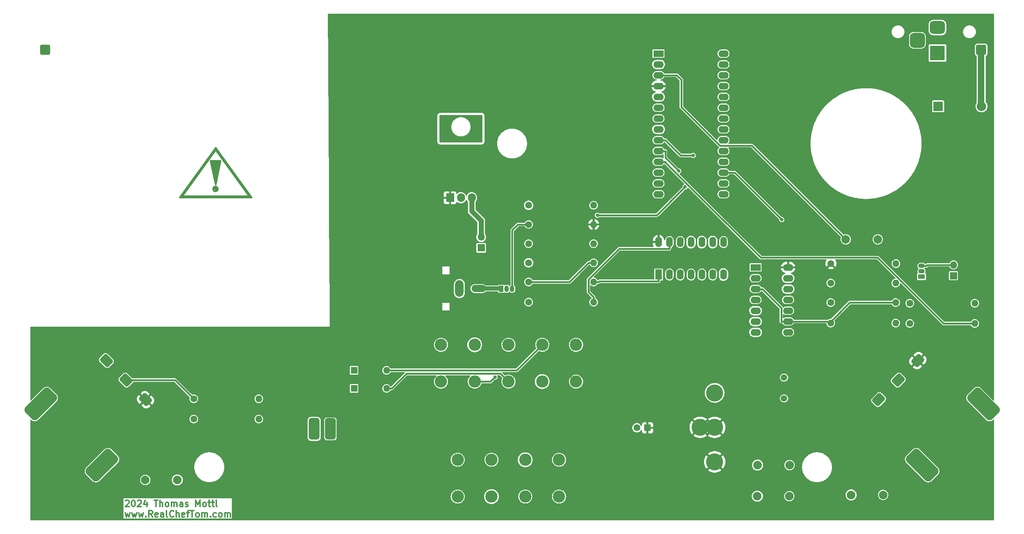
<source format=gbr>
%TF.GenerationSoftware,KiCad,Pcbnew,7.0.10*%
%TF.CreationDate,2024-02-05T13:41:24-05:00*%
%TF.ProjectId,Telstar Alpha,54656c73-7461-4722-9041-6c7068612e6b,0.1*%
%TF.SameCoordinates,Original*%
%TF.FileFunction,Copper,L1,Top*%
%TF.FilePolarity,Positive*%
%FSLAX46Y46*%
G04 Gerber Fmt 4.6, Leading zero omitted, Abs format (unit mm)*
G04 Created by KiCad (PCBNEW 7.0.10) date 2024-02-05 13:41:24*
%MOMM*%
%LPD*%
G01*
G04 APERTURE LIST*
G04 Aperture macros list*
%AMRoundRect*
0 Rectangle with rounded corners*
0 $1 Rounding radius*
0 $2 $3 $4 $5 $6 $7 $8 $9 X,Y pos of 4 corners*
0 Add a 4 corners polygon primitive as box body*
4,1,4,$2,$3,$4,$5,$6,$7,$8,$9,$2,$3,0*
0 Add four circle primitives for the rounded corners*
1,1,$1+$1,$2,$3*
1,1,$1+$1,$4,$5*
1,1,$1+$1,$6,$7*
1,1,$1+$1,$8,$9*
0 Add four rect primitives between the rounded corners*
20,1,$1+$1,$2,$3,$4,$5,0*
20,1,$1+$1,$4,$5,$6,$7,0*
20,1,$1+$1,$6,$7,$8,$9,0*
20,1,$1+$1,$8,$9,$2,$3,0*%
G04 Aperture macros list end*
%ADD10C,0.300000*%
%TA.AperFunction,NonConductor*%
%ADD11C,0.300000*%
%TD*%
%TA.AperFunction,EtchedComponent*%
%ADD12C,0.381000*%
%TD*%
%TA.AperFunction,ComponentPad*%
%ADD13RoundRect,0.500000X-0.750000X-2.000000X0.750000X-2.000000X0.750000X2.000000X-0.750000X2.000000X0*%
%TD*%
%TA.AperFunction,ComponentPad*%
%ADD14RoundRect,0.562500X-0.176777X-0.972272X0.972272X0.176777X0.176777X0.972272X-0.972272X-0.176777X0*%
%TD*%
%TA.AperFunction,ComponentPad*%
%ADD15RoundRect,1.000000X-2.828427X1.414214X1.414214X-2.828427X2.828427X-1.414214X-1.414214X2.828427X0*%
%TD*%
%TA.AperFunction,ComponentPad*%
%ADD16RoundRect,0.562500X-0.972272X0.176777X0.176777X-0.972272X0.972272X-0.176777X-0.176777X0.972272X0*%
%TD*%
%TA.AperFunction,ComponentPad*%
%ADD17RoundRect,1.000000X1.414214X2.828427X-2.828427X-1.414214X-1.414214X-2.828427X2.828427X1.414214X0*%
%TD*%
%TA.AperFunction,ComponentPad*%
%ADD18O,1.950000X3.900000*%
%TD*%
%TA.AperFunction,ComponentPad*%
%ADD19O,3.400000X1.700000*%
%TD*%
%TA.AperFunction,ComponentPad*%
%ADD20R,2.400000X1.600000*%
%TD*%
%TA.AperFunction,ComponentPad*%
%ADD21O,2.400000X1.600000*%
%TD*%
%TA.AperFunction,ComponentPad*%
%ADD22C,1.600000*%
%TD*%
%TA.AperFunction,ComponentPad*%
%ADD23O,1.600000X1.600000*%
%TD*%
%TA.AperFunction,ComponentPad*%
%ADD24RoundRect,0.250001X-0.899999X-0.899999X0.899999X-0.899999X0.899999X0.899999X-0.899999X0.899999X0*%
%TD*%
%TA.AperFunction,ComponentPad*%
%ADD25C,2.000000*%
%TD*%
%TA.AperFunction,ComponentPad*%
%ADD26R,3.500000X3.500000*%
%TD*%
%TA.AperFunction,ComponentPad*%
%ADD27RoundRect,0.750000X-1.000000X0.750000X-1.000000X-0.750000X1.000000X-0.750000X1.000000X0.750000X0*%
%TD*%
%TA.AperFunction,ComponentPad*%
%ADD28RoundRect,0.875000X-0.875000X0.875000X-0.875000X-0.875000X0.875000X-0.875000X0.875000X0.875000X0*%
%TD*%
%TA.AperFunction,ComponentPad*%
%ADD29C,2.865000*%
%TD*%
%TA.AperFunction,ComponentPad*%
%ADD30R,1.905000X2.000000*%
%TD*%
%TA.AperFunction,ComponentPad*%
%ADD31O,1.905000X2.000000*%
%TD*%
%TA.AperFunction,ComponentPad*%
%ADD32R,1.600000X2.400000*%
%TD*%
%TA.AperFunction,ComponentPad*%
%ADD33O,1.600000X2.400000*%
%TD*%
%TA.AperFunction,ComponentPad*%
%ADD34R,2.200000X2.200000*%
%TD*%
%TA.AperFunction,ComponentPad*%
%ADD35O,2.200000X2.200000*%
%TD*%
%TA.AperFunction,ComponentPad*%
%ADD36R,1.500000X1.050000*%
%TD*%
%TA.AperFunction,ComponentPad*%
%ADD37O,1.500000X1.050000*%
%TD*%
%TA.AperFunction,ComponentPad*%
%ADD38R,1.600000X1.600000*%
%TD*%
%TA.AperFunction,ComponentPad*%
%ADD39R,1.050000X1.500000*%
%TD*%
%TA.AperFunction,ComponentPad*%
%ADD40O,1.050000X1.500000*%
%TD*%
%TA.AperFunction,ComponentPad*%
%ADD41R,1.700000X1.700000*%
%TD*%
%TA.AperFunction,ComponentPad*%
%ADD42O,1.700000X1.700000*%
%TD*%
%TA.AperFunction,ComponentPad*%
%ADD43C,4.000000*%
%TD*%
%TA.AperFunction,ComponentPad*%
%ADD44C,1.500000*%
%TD*%
%TA.AperFunction,ViaPad*%
%ADD45C,0.800000*%
%TD*%
%TA.AperFunction,Conductor*%
%ADD46C,0.400000*%
%TD*%
%TA.AperFunction,Conductor*%
%ADD47C,1.200000*%
%TD*%
%TA.AperFunction,Conductor*%
%ADD48C,1.500000*%
%TD*%
%TA.AperFunction,Conductor*%
%ADD49C,1.000000*%
%TD*%
G04 APERTURE END LIST*
D10*
D11*
X43343082Y-135408685D02*
X43414510Y-135337257D01*
X43414510Y-135337257D02*
X43557368Y-135265828D01*
X43557368Y-135265828D02*
X43914510Y-135265828D01*
X43914510Y-135265828D02*
X44057368Y-135337257D01*
X44057368Y-135337257D02*
X44128796Y-135408685D01*
X44128796Y-135408685D02*
X44200225Y-135551542D01*
X44200225Y-135551542D02*
X44200225Y-135694400D01*
X44200225Y-135694400D02*
X44128796Y-135908685D01*
X44128796Y-135908685D02*
X43271653Y-136765828D01*
X43271653Y-136765828D02*
X44200225Y-136765828D01*
X45128796Y-135265828D02*
X45271653Y-135265828D01*
X45271653Y-135265828D02*
X45414510Y-135337257D01*
X45414510Y-135337257D02*
X45485939Y-135408685D01*
X45485939Y-135408685D02*
X45557367Y-135551542D01*
X45557367Y-135551542D02*
X45628796Y-135837257D01*
X45628796Y-135837257D02*
X45628796Y-136194400D01*
X45628796Y-136194400D02*
X45557367Y-136480114D01*
X45557367Y-136480114D02*
X45485939Y-136622971D01*
X45485939Y-136622971D02*
X45414510Y-136694400D01*
X45414510Y-136694400D02*
X45271653Y-136765828D01*
X45271653Y-136765828D02*
X45128796Y-136765828D01*
X45128796Y-136765828D02*
X44985939Y-136694400D01*
X44985939Y-136694400D02*
X44914510Y-136622971D01*
X44914510Y-136622971D02*
X44843081Y-136480114D01*
X44843081Y-136480114D02*
X44771653Y-136194400D01*
X44771653Y-136194400D02*
X44771653Y-135837257D01*
X44771653Y-135837257D02*
X44843081Y-135551542D01*
X44843081Y-135551542D02*
X44914510Y-135408685D01*
X44914510Y-135408685D02*
X44985939Y-135337257D01*
X44985939Y-135337257D02*
X45128796Y-135265828D01*
X46200224Y-135408685D02*
X46271652Y-135337257D01*
X46271652Y-135337257D02*
X46414510Y-135265828D01*
X46414510Y-135265828D02*
X46771652Y-135265828D01*
X46771652Y-135265828D02*
X46914510Y-135337257D01*
X46914510Y-135337257D02*
X46985938Y-135408685D01*
X46985938Y-135408685D02*
X47057367Y-135551542D01*
X47057367Y-135551542D02*
X47057367Y-135694400D01*
X47057367Y-135694400D02*
X46985938Y-135908685D01*
X46985938Y-135908685D02*
X46128795Y-136765828D01*
X46128795Y-136765828D02*
X47057367Y-136765828D01*
X48343081Y-135765828D02*
X48343081Y-136765828D01*
X47985938Y-135194400D02*
X47628795Y-136265828D01*
X47628795Y-136265828D02*
X48557366Y-136265828D01*
X50057366Y-135265828D02*
X50914509Y-135265828D01*
X50485937Y-136765828D02*
X50485937Y-135265828D01*
X51414508Y-136765828D02*
X51414508Y-135265828D01*
X52057366Y-136765828D02*
X52057366Y-135980114D01*
X52057366Y-135980114D02*
X51985937Y-135837257D01*
X51985937Y-135837257D02*
X51843080Y-135765828D01*
X51843080Y-135765828D02*
X51628794Y-135765828D01*
X51628794Y-135765828D02*
X51485937Y-135837257D01*
X51485937Y-135837257D02*
X51414508Y-135908685D01*
X52985937Y-136765828D02*
X52843080Y-136694400D01*
X52843080Y-136694400D02*
X52771651Y-136622971D01*
X52771651Y-136622971D02*
X52700223Y-136480114D01*
X52700223Y-136480114D02*
X52700223Y-136051542D01*
X52700223Y-136051542D02*
X52771651Y-135908685D01*
X52771651Y-135908685D02*
X52843080Y-135837257D01*
X52843080Y-135837257D02*
X52985937Y-135765828D01*
X52985937Y-135765828D02*
X53200223Y-135765828D01*
X53200223Y-135765828D02*
X53343080Y-135837257D01*
X53343080Y-135837257D02*
X53414509Y-135908685D01*
X53414509Y-135908685D02*
X53485937Y-136051542D01*
X53485937Y-136051542D02*
X53485937Y-136480114D01*
X53485937Y-136480114D02*
X53414509Y-136622971D01*
X53414509Y-136622971D02*
X53343080Y-136694400D01*
X53343080Y-136694400D02*
X53200223Y-136765828D01*
X53200223Y-136765828D02*
X52985937Y-136765828D01*
X54128794Y-136765828D02*
X54128794Y-135765828D01*
X54128794Y-135908685D02*
X54200223Y-135837257D01*
X54200223Y-135837257D02*
X54343080Y-135765828D01*
X54343080Y-135765828D02*
X54557366Y-135765828D01*
X54557366Y-135765828D02*
X54700223Y-135837257D01*
X54700223Y-135837257D02*
X54771652Y-135980114D01*
X54771652Y-135980114D02*
X54771652Y-136765828D01*
X54771652Y-135980114D02*
X54843080Y-135837257D01*
X54843080Y-135837257D02*
X54985937Y-135765828D01*
X54985937Y-135765828D02*
X55200223Y-135765828D01*
X55200223Y-135765828D02*
X55343080Y-135837257D01*
X55343080Y-135837257D02*
X55414509Y-135980114D01*
X55414509Y-135980114D02*
X55414509Y-136765828D01*
X56771652Y-136765828D02*
X56771652Y-135980114D01*
X56771652Y-135980114D02*
X56700223Y-135837257D01*
X56700223Y-135837257D02*
X56557366Y-135765828D01*
X56557366Y-135765828D02*
X56271652Y-135765828D01*
X56271652Y-135765828D02*
X56128794Y-135837257D01*
X56771652Y-136694400D02*
X56628794Y-136765828D01*
X56628794Y-136765828D02*
X56271652Y-136765828D01*
X56271652Y-136765828D02*
X56128794Y-136694400D01*
X56128794Y-136694400D02*
X56057366Y-136551542D01*
X56057366Y-136551542D02*
X56057366Y-136408685D01*
X56057366Y-136408685D02*
X56128794Y-136265828D01*
X56128794Y-136265828D02*
X56271652Y-136194400D01*
X56271652Y-136194400D02*
X56628794Y-136194400D01*
X56628794Y-136194400D02*
X56771652Y-136122971D01*
X57414509Y-136694400D02*
X57557366Y-136765828D01*
X57557366Y-136765828D02*
X57843080Y-136765828D01*
X57843080Y-136765828D02*
X57985937Y-136694400D01*
X57985937Y-136694400D02*
X58057366Y-136551542D01*
X58057366Y-136551542D02*
X58057366Y-136480114D01*
X58057366Y-136480114D02*
X57985937Y-136337257D01*
X57985937Y-136337257D02*
X57843080Y-136265828D01*
X57843080Y-136265828D02*
X57628795Y-136265828D01*
X57628795Y-136265828D02*
X57485937Y-136194400D01*
X57485937Y-136194400D02*
X57414509Y-136051542D01*
X57414509Y-136051542D02*
X57414509Y-135980114D01*
X57414509Y-135980114D02*
X57485937Y-135837257D01*
X57485937Y-135837257D02*
X57628795Y-135765828D01*
X57628795Y-135765828D02*
X57843080Y-135765828D01*
X57843080Y-135765828D02*
X57985937Y-135837257D01*
X59843080Y-136765828D02*
X59843080Y-135265828D01*
X59843080Y-135265828D02*
X60343080Y-136337257D01*
X60343080Y-136337257D02*
X60843080Y-135265828D01*
X60843080Y-135265828D02*
X60843080Y-136765828D01*
X61771652Y-136765828D02*
X61628795Y-136694400D01*
X61628795Y-136694400D02*
X61557366Y-136622971D01*
X61557366Y-136622971D02*
X61485938Y-136480114D01*
X61485938Y-136480114D02*
X61485938Y-136051542D01*
X61485938Y-136051542D02*
X61557366Y-135908685D01*
X61557366Y-135908685D02*
X61628795Y-135837257D01*
X61628795Y-135837257D02*
X61771652Y-135765828D01*
X61771652Y-135765828D02*
X61985938Y-135765828D01*
X61985938Y-135765828D02*
X62128795Y-135837257D01*
X62128795Y-135837257D02*
X62200224Y-135908685D01*
X62200224Y-135908685D02*
X62271652Y-136051542D01*
X62271652Y-136051542D02*
X62271652Y-136480114D01*
X62271652Y-136480114D02*
X62200224Y-136622971D01*
X62200224Y-136622971D02*
X62128795Y-136694400D01*
X62128795Y-136694400D02*
X61985938Y-136765828D01*
X61985938Y-136765828D02*
X61771652Y-136765828D01*
X62700224Y-135765828D02*
X63271652Y-135765828D01*
X62914509Y-135265828D02*
X62914509Y-136551542D01*
X62914509Y-136551542D02*
X62985938Y-136694400D01*
X62985938Y-136694400D02*
X63128795Y-136765828D01*
X63128795Y-136765828D02*
X63271652Y-136765828D01*
X63557367Y-135765828D02*
X64128795Y-135765828D01*
X63771652Y-135265828D02*
X63771652Y-136551542D01*
X63771652Y-136551542D02*
X63843081Y-136694400D01*
X63843081Y-136694400D02*
X63985938Y-136765828D01*
X63985938Y-136765828D02*
X64128795Y-136765828D01*
X64843081Y-136765828D02*
X64700224Y-136694400D01*
X64700224Y-136694400D02*
X64628795Y-136551542D01*
X64628795Y-136551542D02*
X64628795Y-135265828D01*
X43271653Y-138180828D02*
X43557368Y-139180828D01*
X43557368Y-139180828D02*
X43843082Y-138466542D01*
X43843082Y-138466542D02*
X44128796Y-139180828D01*
X44128796Y-139180828D02*
X44414510Y-138180828D01*
X44843082Y-138180828D02*
X45128797Y-139180828D01*
X45128797Y-139180828D02*
X45414511Y-138466542D01*
X45414511Y-138466542D02*
X45700225Y-139180828D01*
X45700225Y-139180828D02*
X45985939Y-138180828D01*
X46414511Y-138180828D02*
X46700226Y-139180828D01*
X46700226Y-139180828D02*
X46985940Y-138466542D01*
X46985940Y-138466542D02*
X47271654Y-139180828D01*
X47271654Y-139180828D02*
X47557368Y-138180828D01*
X48128797Y-139037971D02*
X48200226Y-139109400D01*
X48200226Y-139109400D02*
X48128797Y-139180828D01*
X48128797Y-139180828D02*
X48057369Y-139109400D01*
X48057369Y-139109400D02*
X48128797Y-139037971D01*
X48128797Y-139037971D02*
X48128797Y-139180828D01*
X49700226Y-139180828D02*
X49200226Y-138466542D01*
X48843083Y-139180828D02*
X48843083Y-137680828D01*
X48843083Y-137680828D02*
X49414512Y-137680828D01*
X49414512Y-137680828D02*
X49557369Y-137752257D01*
X49557369Y-137752257D02*
X49628798Y-137823685D01*
X49628798Y-137823685D02*
X49700226Y-137966542D01*
X49700226Y-137966542D02*
X49700226Y-138180828D01*
X49700226Y-138180828D02*
X49628798Y-138323685D01*
X49628798Y-138323685D02*
X49557369Y-138395114D01*
X49557369Y-138395114D02*
X49414512Y-138466542D01*
X49414512Y-138466542D02*
X48843083Y-138466542D01*
X50914512Y-139109400D02*
X50771655Y-139180828D01*
X50771655Y-139180828D02*
X50485941Y-139180828D01*
X50485941Y-139180828D02*
X50343083Y-139109400D01*
X50343083Y-139109400D02*
X50271655Y-138966542D01*
X50271655Y-138966542D02*
X50271655Y-138395114D01*
X50271655Y-138395114D02*
X50343083Y-138252257D01*
X50343083Y-138252257D02*
X50485941Y-138180828D01*
X50485941Y-138180828D02*
X50771655Y-138180828D01*
X50771655Y-138180828D02*
X50914512Y-138252257D01*
X50914512Y-138252257D02*
X50985941Y-138395114D01*
X50985941Y-138395114D02*
X50985941Y-138537971D01*
X50985941Y-138537971D02*
X50271655Y-138680828D01*
X52271655Y-139180828D02*
X52271655Y-138395114D01*
X52271655Y-138395114D02*
X52200226Y-138252257D01*
X52200226Y-138252257D02*
X52057369Y-138180828D01*
X52057369Y-138180828D02*
X51771655Y-138180828D01*
X51771655Y-138180828D02*
X51628797Y-138252257D01*
X52271655Y-139109400D02*
X52128797Y-139180828D01*
X52128797Y-139180828D02*
X51771655Y-139180828D01*
X51771655Y-139180828D02*
X51628797Y-139109400D01*
X51628797Y-139109400D02*
X51557369Y-138966542D01*
X51557369Y-138966542D02*
X51557369Y-138823685D01*
X51557369Y-138823685D02*
X51628797Y-138680828D01*
X51628797Y-138680828D02*
X51771655Y-138609400D01*
X51771655Y-138609400D02*
X52128797Y-138609400D01*
X52128797Y-138609400D02*
X52271655Y-138537971D01*
X53200226Y-139180828D02*
X53057369Y-139109400D01*
X53057369Y-139109400D02*
X52985940Y-138966542D01*
X52985940Y-138966542D02*
X52985940Y-137680828D01*
X54628797Y-139037971D02*
X54557369Y-139109400D01*
X54557369Y-139109400D02*
X54343083Y-139180828D01*
X54343083Y-139180828D02*
X54200226Y-139180828D01*
X54200226Y-139180828D02*
X53985940Y-139109400D01*
X53985940Y-139109400D02*
X53843083Y-138966542D01*
X53843083Y-138966542D02*
X53771654Y-138823685D01*
X53771654Y-138823685D02*
X53700226Y-138537971D01*
X53700226Y-138537971D02*
X53700226Y-138323685D01*
X53700226Y-138323685D02*
X53771654Y-138037971D01*
X53771654Y-138037971D02*
X53843083Y-137895114D01*
X53843083Y-137895114D02*
X53985940Y-137752257D01*
X53985940Y-137752257D02*
X54200226Y-137680828D01*
X54200226Y-137680828D02*
X54343083Y-137680828D01*
X54343083Y-137680828D02*
X54557369Y-137752257D01*
X54557369Y-137752257D02*
X54628797Y-137823685D01*
X55271654Y-139180828D02*
X55271654Y-137680828D01*
X55914512Y-139180828D02*
X55914512Y-138395114D01*
X55914512Y-138395114D02*
X55843083Y-138252257D01*
X55843083Y-138252257D02*
X55700226Y-138180828D01*
X55700226Y-138180828D02*
X55485940Y-138180828D01*
X55485940Y-138180828D02*
X55343083Y-138252257D01*
X55343083Y-138252257D02*
X55271654Y-138323685D01*
X57200226Y-139109400D02*
X57057369Y-139180828D01*
X57057369Y-139180828D02*
X56771655Y-139180828D01*
X56771655Y-139180828D02*
X56628797Y-139109400D01*
X56628797Y-139109400D02*
X56557369Y-138966542D01*
X56557369Y-138966542D02*
X56557369Y-138395114D01*
X56557369Y-138395114D02*
X56628797Y-138252257D01*
X56628797Y-138252257D02*
X56771655Y-138180828D01*
X56771655Y-138180828D02*
X57057369Y-138180828D01*
X57057369Y-138180828D02*
X57200226Y-138252257D01*
X57200226Y-138252257D02*
X57271655Y-138395114D01*
X57271655Y-138395114D02*
X57271655Y-138537971D01*
X57271655Y-138537971D02*
X56557369Y-138680828D01*
X57700226Y-138180828D02*
X58271654Y-138180828D01*
X57914511Y-139180828D02*
X57914511Y-137895114D01*
X57914511Y-137895114D02*
X57985940Y-137752257D01*
X57985940Y-137752257D02*
X58128797Y-137680828D01*
X58128797Y-137680828D02*
X58271654Y-137680828D01*
X58557369Y-137680828D02*
X59414512Y-137680828D01*
X58985940Y-139180828D02*
X58985940Y-137680828D01*
X60128797Y-139180828D02*
X59985940Y-139109400D01*
X59985940Y-139109400D02*
X59914511Y-139037971D01*
X59914511Y-139037971D02*
X59843083Y-138895114D01*
X59843083Y-138895114D02*
X59843083Y-138466542D01*
X59843083Y-138466542D02*
X59914511Y-138323685D01*
X59914511Y-138323685D02*
X59985940Y-138252257D01*
X59985940Y-138252257D02*
X60128797Y-138180828D01*
X60128797Y-138180828D02*
X60343083Y-138180828D01*
X60343083Y-138180828D02*
X60485940Y-138252257D01*
X60485940Y-138252257D02*
X60557369Y-138323685D01*
X60557369Y-138323685D02*
X60628797Y-138466542D01*
X60628797Y-138466542D02*
X60628797Y-138895114D01*
X60628797Y-138895114D02*
X60557369Y-139037971D01*
X60557369Y-139037971D02*
X60485940Y-139109400D01*
X60485940Y-139109400D02*
X60343083Y-139180828D01*
X60343083Y-139180828D02*
X60128797Y-139180828D01*
X61271654Y-139180828D02*
X61271654Y-138180828D01*
X61271654Y-138323685D02*
X61343083Y-138252257D01*
X61343083Y-138252257D02*
X61485940Y-138180828D01*
X61485940Y-138180828D02*
X61700226Y-138180828D01*
X61700226Y-138180828D02*
X61843083Y-138252257D01*
X61843083Y-138252257D02*
X61914512Y-138395114D01*
X61914512Y-138395114D02*
X61914512Y-139180828D01*
X61914512Y-138395114D02*
X61985940Y-138252257D01*
X61985940Y-138252257D02*
X62128797Y-138180828D01*
X62128797Y-138180828D02*
X62343083Y-138180828D01*
X62343083Y-138180828D02*
X62485940Y-138252257D01*
X62485940Y-138252257D02*
X62557369Y-138395114D01*
X62557369Y-138395114D02*
X62557369Y-139180828D01*
X63271654Y-139037971D02*
X63343083Y-139109400D01*
X63343083Y-139109400D02*
X63271654Y-139180828D01*
X63271654Y-139180828D02*
X63200226Y-139109400D01*
X63200226Y-139109400D02*
X63271654Y-139037971D01*
X63271654Y-139037971D02*
X63271654Y-139180828D01*
X64628798Y-139109400D02*
X64485940Y-139180828D01*
X64485940Y-139180828D02*
X64200226Y-139180828D01*
X64200226Y-139180828D02*
X64057369Y-139109400D01*
X64057369Y-139109400D02*
X63985940Y-139037971D01*
X63985940Y-139037971D02*
X63914512Y-138895114D01*
X63914512Y-138895114D02*
X63914512Y-138466542D01*
X63914512Y-138466542D02*
X63985940Y-138323685D01*
X63985940Y-138323685D02*
X64057369Y-138252257D01*
X64057369Y-138252257D02*
X64200226Y-138180828D01*
X64200226Y-138180828D02*
X64485940Y-138180828D01*
X64485940Y-138180828D02*
X64628798Y-138252257D01*
X65485940Y-139180828D02*
X65343083Y-139109400D01*
X65343083Y-139109400D02*
X65271654Y-139037971D01*
X65271654Y-139037971D02*
X65200226Y-138895114D01*
X65200226Y-138895114D02*
X65200226Y-138466542D01*
X65200226Y-138466542D02*
X65271654Y-138323685D01*
X65271654Y-138323685D02*
X65343083Y-138252257D01*
X65343083Y-138252257D02*
X65485940Y-138180828D01*
X65485940Y-138180828D02*
X65700226Y-138180828D01*
X65700226Y-138180828D02*
X65843083Y-138252257D01*
X65843083Y-138252257D02*
X65914512Y-138323685D01*
X65914512Y-138323685D02*
X65985940Y-138466542D01*
X65985940Y-138466542D02*
X65985940Y-138895114D01*
X65985940Y-138895114D02*
X65914512Y-139037971D01*
X65914512Y-139037971D02*
X65843083Y-139109400D01*
X65843083Y-139109400D02*
X65700226Y-139180828D01*
X65700226Y-139180828D02*
X65485940Y-139180828D01*
X66628797Y-139180828D02*
X66628797Y-138180828D01*
X66628797Y-138323685D02*
X66700226Y-138252257D01*
X66700226Y-138252257D02*
X66843083Y-138180828D01*
X66843083Y-138180828D02*
X67057369Y-138180828D01*
X67057369Y-138180828D02*
X67200226Y-138252257D01*
X67200226Y-138252257D02*
X67271655Y-138395114D01*
X67271655Y-138395114D02*
X67271655Y-139180828D01*
X67271655Y-138395114D02*
X67343083Y-138252257D01*
X67343083Y-138252257D02*
X67485940Y-138180828D01*
X67485940Y-138180828D02*
X67700226Y-138180828D01*
X67700226Y-138180828D02*
X67843083Y-138252257D01*
X67843083Y-138252257D02*
X67914512Y-138395114D01*
X67914512Y-138395114D02*
X67914512Y-139180828D01*
D12*
%TO.C,REF\u002A\u002A*%
X63307000Y-55560000D02*
X64450000Y-55560000D01*
X72324000Y-63815000D02*
X56576000Y-63815000D01*
X63561000Y-55814000D02*
X63942000Y-57211000D01*
X56068000Y-64069000D02*
X64450000Y-52512000D01*
X56576000Y-63815000D02*
X64450000Y-52893000D01*
X64069000Y-55814000D02*
X63561000Y-55814000D01*
X64450000Y-61021000D02*
X63307000Y-55560000D01*
X64450000Y-55814000D02*
X64069000Y-58481000D01*
X64450000Y-52512000D02*
X72832000Y-64069000D01*
X64450000Y-60894000D02*
X64831000Y-55814000D01*
X64323000Y-59497000D02*
X64450000Y-55814000D01*
X64450000Y-52893000D02*
X72324000Y-63815000D01*
X63942000Y-57211000D02*
X63815000Y-55941000D01*
X64831000Y-55814000D02*
X64323000Y-59497000D01*
X64069000Y-58481000D02*
X64069000Y-55814000D01*
X64450000Y-61021000D02*
X65212000Y-55687000D01*
X65593000Y-55560000D02*
X64450000Y-61021000D01*
X64450000Y-55560000D02*
X65593000Y-55560000D01*
X72832000Y-64069000D02*
X56068000Y-64069000D01*
X65017961Y-62164000D02*
G75*
G03*
X63882039Y-62164000I-567961J0D01*
G01*
X63882039Y-62164000D02*
G75*
G03*
X65017961Y-62164000I567961J0D01*
G01*
X64577000Y-62164000D02*
G75*
G03*
X64323000Y-62164000I-127000J0D01*
G01*
X64323000Y-62164000D02*
G75*
G03*
X64577000Y-62164000I127000J0D01*
G01*
X64629605Y-62164000D02*
G75*
G03*
X64270395Y-62164000I-179605J0D01*
G01*
X64270395Y-62164000D02*
G75*
G03*
X64629605Y-62164000I179605J0D01*
G01*
%TD*%
D13*
%TO.P,SW1,1,A*%
%TO.N,GND*%
X87595000Y-118500000D03*
%TO.P,SW1,2,B*%
%TO.N,RESET*%
X91405000Y-118500000D03*
%TD*%
D14*
%TO.P,RV2,1,1*%
%TO.N,unconnected-(RV2-Pad1)*%
X219948676Y-111641064D03*
%TO.P,RV2,2,2*%
%TO.N,R_POT_WIPE*%
X224544870Y-107044870D03*
%TO.P,RV2,3,3*%
%TO.N,VCC*%
X229141064Y-102448676D03*
D15*
%TO.P,RV2,4*%
%TO.N,N/C*%
X230162834Y-127031243D03*
X244531243Y-112662834D03*
%TD*%
D16*
%TO.P,RV1,1,1*%
%TO.N,unconnected-(RV1-Pad1)*%
X38858936Y-102448676D03*
%TO.P,RV1,2,2*%
%TO.N,L_POT_WIPE*%
X43455130Y-107044870D03*
%TO.P,RV1,3,3*%
%TO.N,VCC*%
X48051324Y-111641064D03*
D17*
%TO.P,RV1,4*%
%TO.N,N/C*%
X23468757Y-112662834D03*
X37837166Y-127031243D03*
%TD*%
D18*
%TO.P,J5,1*%
%TO.N,GND*%
X121650000Y-85544000D03*
D19*
%TO.P,J5,2*%
%TO.N,Net-(Q2-E)*%
X126150000Y-85544000D03*
%TD*%
D20*
%TO.P,U3,1*%
%TO.N,Net-(C4-Pad2)*%
X191100000Y-80575000D03*
D21*
%TO.P,U3,2*%
X191100000Y-83115000D03*
%TO.P,U3,3*%
%TO.N,Net-(R3-Pad2)*%
X191100000Y-85655000D03*
%TO.P,U3,4*%
%TO.N,unconnected-(U3-Pad4)*%
X191100000Y-88195000D03*
%TO.P,U3,5*%
%TO.N,GND*%
X191100000Y-90735000D03*
%TO.P,U3,6*%
X191100000Y-93275000D03*
%TO.P,U3,7,VSS*%
X191100000Y-95815000D03*
%TO.P,U3,8*%
%TO.N,Net-(R3-Pad2)*%
X198720000Y-95815000D03*
%TO.P,U3,9*%
X198720000Y-93275000D03*
%TO.P,U3,10*%
%TO.N,Net-(U2-CLK)*%
X198720000Y-90735000D03*
%TO.P,U3,11*%
%TO.N,unconnected-(U3-Pad11)*%
X198720000Y-88195000D03*
%TO.P,U3,12*%
%TO.N,GND*%
X198720000Y-85655000D03*
%TO.P,U3,13*%
X198720000Y-83115000D03*
%TO.P,U3,14,VDD*%
%TO.N,VCC*%
X198720000Y-80575000D03*
%TD*%
D22*
%TO.P,R4,1*%
%TO.N,Net-(R3-Pad2)*%
X208722000Y-93660000D03*
D23*
%TO.P,R4,2*%
%TO.N,Net-(C3-Pad2)*%
X223962000Y-93660000D03*
%TD*%
D22*
%TO.P,R3,1*%
%TO.N,Net-(C4-Pad2)*%
X208722000Y-88834000D03*
D23*
%TO.P,R3,2*%
%TO.N,Net-(R3-Pad2)*%
X223962000Y-88834000D03*
%TD*%
D24*
%TO.P,J4,1,Pin_1*%
%TO.N,/BattPos*%
X244000000Y-29500000D03*
%TD*%
%TO.P,J3,1,Pin_1*%
%TO.N,GND*%
X24500000Y-29500000D03*
%TD*%
D25*
%TO.P,C4,1*%
%TO.N,GND*%
X191510000Y-134300000D03*
%TO.P,C4,2*%
%TO.N,Net-(C4-Pad2)*%
X199010000Y-134300000D03*
%TD*%
D22*
%TO.P,R7,1*%
%TO.N,Net-(C6-Pad1)*%
X227260000Y-93750000D03*
D23*
%TO.P,R7,2*%
%TO.N,Net-(U2-RBatInput)*%
X242500000Y-93750000D03*
%TD*%
D26*
%TO.P,J2,1*%
%TO.N,/+9V*%
X233750000Y-30250000D03*
D27*
%TO.P,J2,2*%
%TO.N,GND*%
X233750000Y-24250000D03*
D28*
%TO.P,J2,3*%
%TO.N,N/C*%
X229050000Y-27250000D03*
%TD*%
D22*
%TO.P,R5,1*%
%TO.N,L_POT_WIPE*%
X59370000Y-111440000D03*
D23*
%TO.P,R5,2*%
%TO.N,Net-(C5-Pad1)*%
X74610000Y-111440000D03*
%TD*%
D22*
%TO.P,R10,1*%
%TO.N,GND*%
X137880000Y-79500000D03*
D23*
%TO.P,R10,2*%
%TO.N,Net-(R10-Pad2)*%
X153120000Y-79500000D03*
%TD*%
D29*
%TO.P,SW2,1,1*%
%TO.N,unconnected-(SW2-Pad1)*%
X121250000Y-134390000D03*
%TO.P,SW2,2,2*%
%TO.N,unconnected-(SW2-Pad2)*%
X121250000Y-125750000D03*
%TO.P,SW2,3,3*%
%TO.N,GND*%
X129170000Y-134390000D03*
%TO.P,SW2,4,4*%
%TO.N,SPEED*%
X129170000Y-125750000D03*
%TO.P,SW2,5,5*%
%TO.N,unconnected-(SW2-Pad5)*%
X137090000Y-134390000D03*
%TO.P,SW2,6,6*%
%TO.N,GND*%
X137090000Y-125750000D03*
%TO.P,SW2,7,7*%
%TO.N,BATSIZE*%
X145010000Y-134390000D03*
%TO.P,SW2,8,8*%
%TO.N,unconnected-(SW2-Pad8)*%
X145010000Y-125750000D03*
%TD*%
%TO.P,SW3,1,1*%
%TO.N,unconnected-(SW3-Pad1)*%
X117320000Y-107390000D03*
%TO.P,SW3,2,2*%
%TO.N,unconnected-(SW3-Pad2)*%
X117320000Y-98750000D03*
%TO.P,SW3,3,3*%
%TO.N,HANDBALL*%
X125240000Y-107390000D03*
%TO.P,SW3,4,4*%
%TO.N,GND*%
X125240000Y-98750000D03*
%TO.P,SW3,5,5*%
%TO.N,JAI_ALAI*%
X133160000Y-107390000D03*
%TO.P,SW3,6,6*%
%TO.N,TENNIS*%
X133160000Y-98750000D03*
%TO.P,SW3,7,7*%
%TO.N,GND*%
X141080000Y-107390000D03*
%TO.P,SW3,8,8*%
%TO.N,HOCKEY*%
X141080000Y-98750000D03*
%TO.P,SW3,9,9*%
%TO.N,unconnected-(SW3-Pad9)*%
X149000000Y-107390000D03*
%TO.P,SW3,10,10*%
%TO.N,unconnected-(SW3-Pad10)*%
X149000000Y-98750000D03*
%TD*%
D30*
%TO.P,U1,1,VI*%
%TO.N,VCC*%
X119460000Y-64230000D03*
D31*
%TO.P,U1,2,GND*%
%TO.N,GND*%
X122000000Y-64230000D03*
%TO.P,U1,3,VO*%
%TO.N,/+5V*%
X124540000Y-64230000D03*
%TD*%
D32*
%TO.P,U4,1*%
%TO.N,Net-(R12-Pad2)*%
X168340000Y-82250000D03*
D33*
%TO.P,U4,2*%
%TO.N,BALLOUT*%
X170880000Y-82250000D03*
%TO.P,U4,3*%
%TO.N,FIELDOUT*%
X173420000Y-82250000D03*
%TO.P,U4,4*%
%TO.N,LPLAYEROUT*%
X175960000Y-82250000D03*
%TO.P,U4,5*%
%TO.N,RPLAYEROUT*%
X178500000Y-82250000D03*
%TO.P,U4,6*%
%TO.N,N/C*%
X181040000Y-82250000D03*
%TO.P,U4,7,VSS*%
%TO.N,GND*%
X183580000Y-82250000D03*
%TO.P,U4,8*%
%TO.N,N/C*%
X183580000Y-74630000D03*
%TO.P,U4,9*%
%TO.N,GND*%
X181040000Y-74630000D03*
%TO.P,U4,10*%
X178500000Y-74630000D03*
%TO.P,U4,11*%
X175960000Y-74630000D03*
%TO.P,U4,12*%
%TO.N,SYNC*%
X173420000Y-74630000D03*
%TO.P,U4,13*%
%TO.N,Net-(R14-Pad2)*%
X170880000Y-74630000D03*
%TO.P,U4,14,VDD*%
%TO.N,VCC*%
X168340000Y-74630000D03*
%TD*%
D34*
%TO.P,D1,1,K*%
%TO.N,/+9V*%
X233920000Y-42750000D03*
D35*
%TO.P,D1,2,A*%
%TO.N,/BattPos*%
X244080000Y-42750000D03*
%TD*%
D36*
%TO.P,Q1,1,E*%
%TO.N,GND*%
X230000000Y-82750000D03*
D37*
%TO.P,Q1,2,B*%
%TO.N,Net-(Q1-B)*%
X230000000Y-81480000D03*
%TO.P,Q1,3,C*%
%TO.N,Net-(Q1-C)*%
X230000000Y-80210000D03*
%TD*%
D38*
%TO.P,D3,1,K*%
%TO.N,RESET*%
X96940000Y-104750000D03*
D23*
%TO.P,D3,2,A*%
%TO.N,HOCKEY*%
X104560000Y-104750000D03*
%TD*%
D39*
%TO.P,Q2,1,E*%
%TO.N,Net-(Q2-E)*%
X131480000Y-85610000D03*
D40*
%TO.P,Q2,2,B*%
%TO.N,Net-(Q2-B)*%
X132750000Y-85610000D03*
%TO.P,Q2,3,C*%
%TO.N,Net-(Q2-C)*%
X134020000Y-85610000D03*
%TD*%
D22*
%TO.P,R9,1*%
%TO.N,GND*%
X137880000Y-66000000D03*
D23*
%TO.P,R9,2*%
%TO.N,Net-(Q2-E)*%
X153120000Y-66000000D03*
%TD*%
D41*
%TO.P,J1,1,Pin_1*%
%TO.N,GND*%
X126750000Y-76000000D03*
D42*
%TO.P,J1,2,Pin_2*%
%TO.N,/+5V*%
X126750000Y-73460000D03*
%TD*%
D43*
%TO.P,SW4,1,A*%
%TO.N,/+9V*%
X181500000Y-110050000D03*
%TO.P,SW4,2,B*%
%TO.N,VCC*%
X178100000Y-118150000D03*
X181500000Y-118150000D03*
%TO.P,SW4,3,C*%
X181500000Y-126250000D03*
%TD*%
D44*
%TO.P,Y1,1,1*%
%TO.N,Net-(C3-Pad2)*%
X197770000Y-111350000D03*
%TO.P,Y1,2,2*%
%TO.N,Net-(C4-Pad2)*%
X197770000Y-106450000D03*
%TD*%
D22*
%TO.P,R8,1*%
%TO.N,Net-(C5-Pad1)*%
X59370000Y-116190000D03*
D23*
%TO.P,R8,2*%
%TO.N,Net-(U2-LBatInput)*%
X74610000Y-116190000D03*
%TD*%
D41*
%TO.P,LS1,1,1*%
%TO.N,Net-(LS1-Pad1)*%
X237500000Y-82525000D03*
D42*
%TO.P,LS1,2,2*%
%TO.N,Net-(Q1-C)*%
X237500000Y-79985000D03*
%TD*%
D22*
%TO.P,R11,1*%
%TO.N,Net-(Q2-B)*%
X137880000Y-75000000D03*
D23*
%TO.P,R11,2*%
%TO.N,Net-(R10-Pad2)*%
X153120000Y-75000000D03*
%TD*%
D25*
%TO.P,C1,1*%
%TO.N,Net-(Q1-B)*%
X219750000Y-74000000D03*
%TO.P,C1,2*%
%TO.N,SOUND*%
X212250000Y-74000000D03*
%TD*%
D22*
%TO.P,R14,1*%
%TO.N,Net-(R10-Pad2)*%
X137880000Y-88750000D03*
D23*
%TO.P,R14,2*%
%TO.N,Net-(R14-Pad2)*%
X153120000Y-88750000D03*
%TD*%
D38*
%TO.P,C2,1*%
%TO.N,VCC*%
X165750000Y-118250000D03*
D22*
%TO.P,C2,2*%
%TO.N,GND*%
X163250000Y-118250000D03*
%TD*%
D20*
%TO.P,U2,1,NC*%
%TO.N,unconnected-(U2-NC-Pad1)*%
X168340000Y-30380000D03*
D21*
%TO.P,U2,2,Vss*%
%TO.N,GND*%
X168340000Y-32920000D03*
%TO.P,U2,3,Sound*%
%TO.N,SOUND*%
X168340000Y-35460000D03*
%TO.P,U2,4,Vcc*%
%TO.N,VCC*%
X168340000Y-38000000D03*
%TO.P,U2,5,Ball_Angles*%
%TO.N,GND*%
X168340000Y-40540000D03*
%TO.P,U2,6,BallOutput*%
%TO.N,BALLOUT*%
X168340000Y-43080000D03*
%TO.P,U2,7,BallSpeed*%
%TO.N,SPEED*%
X168340000Y-45620000D03*
%TO.P,U2,8,ManualServe*%
%TO.N,GND*%
X168340000Y-48160000D03*
%TO.P,U2,9,RPlayerOut*%
%TO.N,RPLAYEROUT*%
X168340000Y-50700000D03*
%TO.P,U2,10,LPlayerOut*%
%TO.N,LPLAYEROUT*%
X168340000Y-53240000D03*
%TO.P,U2,11,RBatInput*%
%TO.N,Net-(U2-RBatInput)*%
X168340000Y-55780000D03*
%TO.P,U2,12,LBatInput*%
%TO.N,Net-(U2-LBatInput)*%
X168340000Y-58320000D03*
%TO.P,U2,13,BatSize*%
%TO.N,BATSIZE*%
X168340000Y-60860000D03*
%TO.P,U2,14,NC*%
%TO.N,unconnected-(U2-NC-Pad14)*%
X168340000Y-63400000D03*
%TO.P,U2,15,NC*%
%TO.N,unconnected-(U2-NC-Pad15)*%
X183580000Y-63400000D03*
%TO.P,U2,16,SYNC*%
%TO.N,SYNC*%
X183580000Y-60860000D03*
%TO.P,U2,17,CLK*%
%TO.N,Net-(U2-CLK)*%
X183580000Y-58320000D03*
%TO.P,U2,18,RifleGame2*%
%TO.N,unconnected-(U2-RifleGame2-Pad18)*%
X183580000Y-55780000D03*
%TO.P,U2,19,RifleGame1*%
%TO.N,unconnected-(U2-RifleGame1-Pad19)*%
X183580000Y-53240000D03*
%TO.P,U2,20,Tennis*%
%TO.N,TENNIS*%
X183580000Y-50700000D03*
%TO.P,U2,21,Soccer*%
%TO.N,HOCKEY*%
X183580000Y-48160000D03*
%TO.P,U2,22,Squash*%
%TO.N,JAI_ALAI*%
X183580000Y-45620000D03*
%TO.P,U2,23,Practice*%
%TO.N,HANDBALL*%
X183580000Y-43080000D03*
%TO.P,U2,24,FieldOutput*%
%TO.N,FIELDOUT*%
X183580000Y-40540000D03*
%TO.P,U2,25,RESET*%
%TO.N,RESET*%
X183580000Y-38000000D03*
%TO.P,U2,26,ShotInput*%
%TO.N,unconnected-(U2-ShotInput-Pad26)*%
X183580000Y-35460000D03*
%TO.P,U2,27,HitInput*%
%TO.N,unconnected-(U2-HitInput-Pad27)*%
X183580000Y-32920000D03*
%TO.P,U2,28,NC*%
%TO.N,unconnected-(U2-NC-Pad28)*%
X183580000Y-30380000D03*
%TD*%
D22*
%TO.P,R13,1*%
%TO.N,Net-(Q2-C)*%
X137880000Y-70500000D03*
D23*
%TO.P,R13,2*%
%TO.N,VCC*%
X153120000Y-70500000D03*
%TD*%
D25*
%TO.P,C3,1*%
%TO.N,GND*%
X191560000Y-127000000D03*
%TO.P,C3,2*%
%TO.N,Net-(C3-Pad2)*%
X199060000Y-127000000D03*
%TD*%
D22*
%TO.P,R2,1*%
%TO.N,SOUND*%
X208722000Y-84262000D03*
D23*
%TO.P,R2,2*%
%TO.N,Net-(Q1-B)*%
X223962000Y-84262000D03*
%TD*%
D25*
%TO.P,C6,1*%
%TO.N,Net-(C6-Pad1)*%
X221000000Y-134000000D03*
%TO.P,C6,2*%
%TO.N,GND*%
X213500000Y-134000000D03*
%TD*%
D22*
%TO.P,R1,1*%
%TO.N,VCC*%
X208760000Y-79690000D03*
D23*
%TO.P,R1,2*%
%TO.N,Net-(LS1-Pad1)*%
X224000000Y-79690000D03*
%TD*%
D22*
%TO.P,R6,1*%
%TO.N,R_POT_WIPE*%
X227260000Y-89000000D03*
D23*
%TO.P,R6,2*%
%TO.N,Net-(C6-Pad1)*%
X242500000Y-89000000D03*
%TD*%
D38*
%TO.P,D2,1,K*%
%TO.N,RESET*%
X96940000Y-109000000D03*
D23*
%TO.P,D2,2,A*%
%TO.N,JAI_ALAI*%
X104560000Y-109000000D03*
%TD*%
D25*
%TO.P,C5,1*%
%TO.N,Net-(C5-Pad1)*%
X48000000Y-130490000D03*
%TO.P,C5,2*%
%TO.N,GND*%
X55500000Y-130490000D03*
%TD*%
D22*
%TO.P,R12,1*%
%TO.N,Net-(R10-Pad2)*%
X137880000Y-84000000D03*
D23*
%TO.P,R12,2*%
%TO.N,Net-(R12-Pad2)*%
X153120000Y-84000000D03*
%TD*%
D45*
%TO.N,Net-(U2-CLK)*%
X197241000Y-69357700D03*
%TO.N,RPLAYEROUT*%
X176488000Y-54294500D03*
%TO.N,LPLAYEROUT*%
X173075000Y-57945400D03*
%TO.N,HANDBALL*%
X129970000Y-106360000D03*
%TO.N,TENNIS*%
X174574000Y-61678600D03*
X154006000Y-68325300D03*
%TD*%
D46*
%TO.N,Net-(Q2-C)*%
X134020000Y-71842000D02*
X135362000Y-70500000D01*
X134020000Y-85610000D02*
X134020000Y-71842000D01*
X135362000Y-70500000D02*
X137880000Y-70500000D01*
%TO.N,HANDBALL*%
X128940000Y-107390000D02*
X125240000Y-107390000D01*
X129970000Y-106360000D02*
X128940000Y-107390000D01*
%TO.N,SOUND*%
X182724000Y-51970000D02*
X190220000Y-51970000D01*
X173670000Y-42916000D02*
X182724000Y-51970000D01*
X172620000Y-35460000D02*
X173670000Y-36510000D01*
X173670000Y-36510000D02*
X173670000Y-42916000D01*
X168340000Y-35460000D02*
X172620000Y-35460000D01*
X190220000Y-51970000D02*
X212250000Y-74000000D01*
D47*
%TO.N,/+5V*%
X126750000Y-69600000D02*
X126750000Y-73460000D01*
X124540000Y-67390000D02*
X126750000Y-69600000D01*
X124540000Y-64230000D02*
X124540000Y-67390000D01*
%TO.N,/BattPos*%
X244000000Y-42670000D02*
X244080000Y-42750000D01*
D48*
X244000000Y-29500000D02*
X244000000Y-42670000D01*
D46*
%TO.N,Net-(U2-CLK)*%
X186204000Y-58320000D02*
X197241000Y-69357700D01*
X183580000Y-58320000D02*
X186204000Y-58320000D01*
%TO.N,RPLAYEROUT*%
X173536000Y-54294500D02*
X176488000Y-54294500D01*
X169942000Y-50700000D02*
X173536000Y-54294500D01*
X168340000Y-50700000D02*
X169942000Y-50700000D01*
%TO.N,LPLAYEROUT*%
X169942000Y-54812700D02*
X173075000Y-57945400D01*
X169942000Y-53240000D02*
X169942000Y-54812700D01*
X168340000Y-53240000D02*
X169942000Y-53240000D01*
%TO.N,TENNIS*%
X167928000Y-68325300D02*
X174574000Y-61678600D01*
X154006000Y-68325300D02*
X167928000Y-68325300D01*
%TO.N,Net-(R14-Pad2)*%
X170880000Y-76231900D02*
X170880000Y-74630000D01*
X159103000Y-76231900D02*
X170880000Y-76231900D01*
X151905000Y-83429200D02*
X159103000Y-76231900D01*
X151905000Y-86333500D02*
X151905000Y-83429200D01*
X153120000Y-87548100D02*
X151905000Y-86333500D01*
X153120000Y-88750000D02*
X153120000Y-87548100D01*
%TO.N,Net-(R12-Pad2)*%
X168340000Y-83851900D02*
X168340000Y-82250000D01*
X154470000Y-83851900D02*
X168340000Y-83851900D01*
X154322000Y-84000000D02*
X154470000Y-83851900D01*
X153120000Y-84000000D02*
X154322000Y-84000000D01*
%TO.N,Net-(R10-Pad2)*%
X147418000Y-84000000D02*
X137880000Y-84000000D01*
X151918000Y-79500000D02*
X147418000Y-84000000D01*
X153120000Y-79500000D02*
X151918000Y-79500000D01*
%TO.N,Net-(U2-RBatInput)*%
X169942000Y-55780000D02*
X168340000Y-55780000D01*
X169942000Y-55946600D02*
X169942000Y-55780000D01*
X174872000Y-60876700D02*
X169942000Y-55946600D01*
X174907000Y-60876700D02*
X174872000Y-60876700D01*
X192300000Y-78270200D02*
X174907000Y-60876700D01*
X219693000Y-78270200D02*
X192300000Y-78270200D01*
X235172000Y-93750000D02*
X219693000Y-78270200D01*
X242500000Y-93750000D02*
X235172000Y-93750000D01*
%TO.N,Net-(R3-Pad2)*%
X213163000Y-88834000D02*
X208722000Y-93275000D01*
X223962000Y-88834000D02*
X213163000Y-88834000D01*
X208722000Y-93275000D02*
X208722000Y-93660000D01*
X208722000Y-93275000D02*
X198720000Y-93275000D01*
X197118000Y-93275000D02*
X198720000Y-93275000D01*
X197118000Y-90071200D02*
X197118000Y-93275000D01*
X192702000Y-85655000D02*
X197118000Y-90071200D01*
X191100000Y-85655000D02*
X192702000Y-85655000D01*
%TO.N,Net-(Q1-C)*%
X231377000Y-79985000D02*
X237500000Y-79985000D01*
X231152000Y-80210000D02*
X231377000Y-79985000D01*
X230000000Y-80210000D02*
X231152000Y-80210000D01*
D49*
%TO.N,Net-(Q2-E)*%
X131414000Y-85544000D02*
X131480000Y-85610000D01*
X126150000Y-85544000D02*
X131414000Y-85544000D01*
D46*
%TO.N,L_POT_WIPE*%
X43455200Y-107045000D02*
X43455100Y-107045000D01*
X54974900Y-107045000D02*
X43455200Y-107045000D01*
X59370000Y-111440000D02*
X54974900Y-107045000D01*
X43455200Y-107045000D02*
X43455100Y-107044900D01*
%TO.N,HOCKEY*%
X135080000Y-104750000D02*
X141080000Y-98750000D01*
X104560000Y-104750000D02*
X135080000Y-104750000D01*
%TO.N,JAI_ALAI*%
X131301000Y-105531000D02*
X133160000Y-107390000D01*
X109231000Y-105531000D02*
X131301000Y-105531000D01*
X105762000Y-109000000D02*
X109231000Y-105531000D01*
X104560000Y-109000000D02*
X105762000Y-109000000D01*
%TD*%
%TA.AperFunction,Conductor*%
%TO.N,VCC*%
G36*
X246943039Y-21019685D02*
G01*
X246988794Y-21072489D01*
X247000000Y-21124000D01*
X247000000Y-111720252D01*
X246980315Y-111787291D01*
X246927511Y-111833046D01*
X246858353Y-111842990D01*
X246794797Y-111813965D01*
X246788319Y-111807933D01*
X243913526Y-108933140D01*
X243913520Y-108933134D01*
X243843592Y-108872283D01*
X243843587Y-108872280D01*
X243843582Y-108872276D01*
X243654434Y-108755161D01*
X243654428Y-108755159D01*
X243637789Y-108748713D01*
X243446970Y-108674789D01*
X243228272Y-108633907D01*
X243005787Y-108633907D01*
X242787089Y-108674789D01*
X242682743Y-108715213D01*
X242579630Y-108755159D01*
X242579624Y-108755161D01*
X242390476Y-108872276D01*
X242390463Y-108872286D01*
X242320555Y-108933119D01*
X242320532Y-108933140D01*
X240801549Y-110452123D01*
X240801528Y-110452146D01*
X240740695Y-110522054D01*
X240740685Y-110522067D01*
X240623570Y-110711215D01*
X240623568Y-110711221D01*
X240616635Y-110729117D01*
X240543198Y-110918680D01*
X240502316Y-111137378D01*
X240502316Y-111359863D01*
X240543198Y-111578561D01*
X240623024Y-111784615D01*
X240623568Y-111786019D01*
X240623570Y-111786025D01*
X240740685Y-111975173D01*
X240740689Y-111975178D01*
X240740692Y-111975183D01*
X240801543Y-112045111D01*
X245148966Y-116392534D01*
X245218894Y-116453385D01*
X245218900Y-116453388D01*
X245218903Y-116453391D01*
X245408051Y-116570506D01*
X245408052Y-116570506D01*
X245408055Y-116570508D01*
X245615516Y-116650879D01*
X245834214Y-116691761D01*
X245834216Y-116691761D01*
X246056697Y-116691761D01*
X246056699Y-116691761D01*
X246275397Y-116650879D01*
X246482858Y-116570508D01*
X246672019Y-116453385D01*
X246741947Y-116392534D01*
X246788319Y-116346162D01*
X246849642Y-116312677D01*
X246919334Y-116317661D01*
X246975267Y-116359533D01*
X246999684Y-116424997D01*
X247000000Y-116433843D01*
X247000000Y-139876000D01*
X246980315Y-139943039D01*
X246927511Y-139988794D01*
X246876000Y-140000000D01*
X21124044Y-140000000D01*
X21057005Y-139980315D01*
X21011250Y-139927511D01*
X21000044Y-139875956D01*
X21001652Y-135300045D01*
X21001813Y-134841762D01*
X42915862Y-134841762D01*
X42915862Y-139536619D01*
X68270024Y-139536619D01*
X68270024Y-134841762D01*
X42915862Y-134841762D01*
X21001813Y-134841762D01*
X21001972Y-134390000D01*
X119611950Y-134390000D01*
X119632116Y-134646243D01*
X119692120Y-134896182D01*
X119790484Y-135133655D01*
X119790486Y-135133658D01*
X119924786Y-135352817D01*
X119924787Y-135352818D01*
X119924788Y-135352820D01*
X119924790Y-135352822D01*
X120091724Y-135548276D01*
X120287178Y-135715210D01*
X120287180Y-135715211D01*
X120287181Y-135715212D01*
X120287182Y-135715213D01*
X120506341Y-135849513D01*
X120506344Y-135849515D01*
X120743817Y-135947879D01*
X120848591Y-135973032D01*
X120993753Y-136007883D01*
X121250000Y-136028050D01*
X121506247Y-136007883D01*
X121699795Y-135961415D01*
X121756182Y-135947879D01*
X121756183Y-135947878D01*
X121756185Y-135947878D01*
X121883771Y-135895030D01*
X121993655Y-135849515D01*
X121993656Y-135849514D01*
X121993659Y-135849513D01*
X122212822Y-135715210D01*
X122408276Y-135548276D01*
X122575210Y-135352822D01*
X122709513Y-135133659D01*
X122710794Y-135130568D01*
X122780565Y-134962124D01*
X122807878Y-134896185D01*
X122867883Y-134646247D01*
X122888050Y-134390004D01*
X127432141Y-134390004D01*
X127451550Y-134649011D01*
X127507966Y-134896185D01*
X127509349Y-134902243D01*
X127509351Y-134902248D01*
X127604243Y-135144029D01*
X127604242Y-135144029D01*
X127672426Y-135262125D01*
X127734114Y-135368971D01*
X127839005Y-135500500D01*
X127896062Y-135572048D01*
X128075802Y-135738821D01*
X128086463Y-135748713D01*
X128301071Y-135895030D01*
X128301076Y-135895032D01*
X128301077Y-135895033D01*
X128301078Y-135895034D01*
X128410811Y-135947878D01*
X128535085Y-136007725D01*
X128535086Y-136007725D01*
X128535089Y-136007727D01*
X128783290Y-136084287D01*
X129040130Y-136123000D01*
X129299870Y-136123000D01*
X129556710Y-136084287D01*
X129804911Y-136007727D01*
X130038930Y-135895030D01*
X130253537Y-135748713D01*
X130401300Y-135611608D01*
X130443937Y-135572048D01*
X130443937Y-135572046D01*
X130443941Y-135572044D01*
X130605886Y-135368971D01*
X130735757Y-135144029D01*
X130830651Y-134902243D01*
X130888449Y-134649014D01*
X130903626Y-134446488D01*
X130907859Y-134390004D01*
X130907859Y-134390000D01*
X135451950Y-134390000D01*
X135472116Y-134646243D01*
X135532120Y-134896182D01*
X135630484Y-135133655D01*
X135630486Y-135133658D01*
X135764786Y-135352817D01*
X135764787Y-135352818D01*
X135764788Y-135352820D01*
X135764790Y-135352822D01*
X135931724Y-135548276D01*
X136127178Y-135715210D01*
X136127180Y-135715211D01*
X136127181Y-135715212D01*
X136127182Y-135715213D01*
X136346341Y-135849513D01*
X136346344Y-135849515D01*
X136583817Y-135947879D01*
X136688591Y-135973032D01*
X136833753Y-136007883D01*
X137090000Y-136028050D01*
X137346247Y-136007883D01*
X137539795Y-135961415D01*
X137596182Y-135947879D01*
X137596183Y-135947878D01*
X137596185Y-135947878D01*
X137723771Y-135895030D01*
X137833655Y-135849515D01*
X137833656Y-135849514D01*
X137833659Y-135849513D01*
X138052822Y-135715210D01*
X138248276Y-135548276D01*
X138415210Y-135352822D01*
X138549513Y-135133659D01*
X138550794Y-135130568D01*
X138620565Y-134962124D01*
X138647878Y-134896185D01*
X138707883Y-134646247D01*
X138728050Y-134390000D01*
X143371950Y-134390000D01*
X143392116Y-134646243D01*
X143452120Y-134896182D01*
X143550484Y-135133655D01*
X143550486Y-135133658D01*
X143684786Y-135352817D01*
X143684787Y-135352818D01*
X143684788Y-135352820D01*
X143684790Y-135352822D01*
X143851724Y-135548276D01*
X144047178Y-135715210D01*
X144047180Y-135715211D01*
X144047181Y-135715212D01*
X144047182Y-135715213D01*
X144266341Y-135849513D01*
X144266344Y-135849515D01*
X144503817Y-135947879D01*
X144608591Y-135973032D01*
X144753753Y-136007883D01*
X145010000Y-136028050D01*
X145266247Y-136007883D01*
X145459795Y-135961415D01*
X145516182Y-135947879D01*
X145516183Y-135947878D01*
X145516185Y-135947878D01*
X145643771Y-135895030D01*
X145753655Y-135849515D01*
X145753656Y-135849514D01*
X145753659Y-135849513D01*
X145972822Y-135715210D01*
X146168276Y-135548276D01*
X146335210Y-135352822D01*
X146469513Y-135133659D01*
X146470794Y-135130568D01*
X146540565Y-134962124D01*
X146567878Y-134896185D01*
X146627883Y-134646247D01*
X146648050Y-134390000D01*
X146640967Y-134300001D01*
X190204532Y-134300001D01*
X190224364Y-134526686D01*
X190224366Y-134526697D01*
X190283258Y-134746488D01*
X190283261Y-134746497D01*
X190379431Y-134952732D01*
X190379432Y-134952734D01*
X190509954Y-135139141D01*
X190670858Y-135300045D01*
X190670861Y-135300047D01*
X190857266Y-135430568D01*
X191063504Y-135526739D01*
X191283308Y-135585635D01*
X191445230Y-135599801D01*
X191509998Y-135605468D01*
X191510000Y-135605468D01*
X191510002Y-135605468D01*
X191566673Y-135600509D01*
X191736692Y-135585635D01*
X191956496Y-135526739D01*
X192162734Y-135430568D01*
X192349139Y-135300047D01*
X192510047Y-135139139D01*
X192640568Y-134952734D01*
X192736739Y-134746496D01*
X192795635Y-134526692D01*
X192815468Y-134300000D01*
X197804357Y-134300000D01*
X197824884Y-134521535D01*
X197824885Y-134521537D01*
X197885769Y-134735523D01*
X197885775Y-134735538D01*
X197984938Y-134934683D01*
X197984943Y-134934691D01*
X198119020Y-135112238D01*
X198283437Y-135262123D01*
X198283439Y-135262125D01*
X198472595Y-135379245D01*
X198472596Y-135379245D01*
X198472599Y-135379247D01*
X198680060Y-135459618D01*
X198898757Y-135500500D01*
X198898759Y-135500500D01*
X199121241Y-135500500D01*
X199121243Y-135500500D01*
X199339940Y-135459618D01*
X199547401Y-135379247D01*
X199736562Y-135262124D01*
X199900981Y-135112236D01*
X200035058Y-134934689D01*
X200134229Y-134735528D01*
X200195115Y-134521536D01*
X200215643Y-134300000D01*
X200208372Y-134221537D01*
X200195115Y-134078464D01*
X200195114Y-134078462D01*
X200172790Y-134000001D01*
X212194532Y-134000001D01*
X212214364Y-134226686D01*
X212214366Y-134226697D01*
X212273258Y-134446488D01*
X212273261Y-134446497D01*
X212369431Y-134652732D01*
X212369432Y-134652734D01*
X212499954Y-134839141D01*
X212660858Y-135000045D01*
X212660861Y-135000047D01*
X212847266Y-135130568D01*
X213053504Y-135226739D01*
X213273308Y-135285635D01*
X213435230Y-135299801D01*
X213499998Y-135305468D01*
X213500000Y-135305468D01*
X213500002Y-135305468D01*
X213561985Y-135300045D01*
X213726692Y-135285635D01*
X213946496Y-135226739D01*
X214152734Y-135130568D01*
X214339139Y-135000047D01*
X214500047Y-134839139D01*
X214630568Y-134652734D01*
X214726739Y-134446496D01*
X214785635Y-134226692D01*
X214805468Y-134000000D01*
X219794357Y-134000000D01*
X219814884Y-134221535D01*
X219814885Y-134221537D01*
X219875769Y-134435523D01*
X219875775Y-134435538D01*
X219974938Y-134634683D01*
X219974943Y-134634691D01*
X220109020Y-134812238D01*
X220207757Y-134902248D01*
X220263135Y-134952732D01*
X220273437Y-134962123D01*
X220273439Y-134962125D01*
X220462595Y-135079245D01*
X220462596Y-135079245D01*
X220462599Y-135079247D01*
X220670060Y-135159618D01*
X220888757Y-135200500D01*
X220888759Y-135200500D01*
X221111241Y-135200500D01*
X221111243Y-135200500D01*
X221329940Y-135159618D01*
X221537401Y-135079247D01*
X221726562Y-134962124D01*
X221890981Y-134812236D01*
X222025058Y-134634689D01*
X222124229Y-134435528D01*
X222185115Y-134221536D01*
X222205643Y-134000000D01*
X222185115Y-133778464D01*
X222124229Y-133564472D01*
X222124224Y-133564461D01*
X222025061Y-133365316D01*
X222025056Y-133365308D01*
X221890979Y-133187761D01*
X221726562Y-133037876D01*
X221726560Y-133037874D01*
X221537404Y-132920754D01*
X221537398Y-132920752D01*
X221329940Y-132840382D01*
X221111243Y-132799500D01*
X220888757Y-132799500D01*
X220670060Y-132840382D01*
X220554978Y-132884965D01*
X220462601Y-132920752D01*
X220462595Y-132920754D01*
X220273439Y-133037874D01*
X220273437Y-133037876D01*
X220109020Y-133187761D01*
X219974943Y-133365308D01*
X219974938Y-133365316D01*
X219875775Y-133564461D01*
X219875769Y-133564476D01*
X219814885Y-133778462D01*
X219814884Y-133778464D01*
X219794357Y-133999999D01*
X219794357Y-134000000D01*
X214805468Y-134000000D01*
X214785635Y-133773308D01*
X214726739Y-133553504D01*
X214630568Y-133347266D01*
X214518882Y-133187761D01*
X214500045Y-133160858D01*
X214339141Y-132999954D01*
X214152734Y-132869432D01*
X214152732Y-132869431D01*
X213946497Y-132773261D01*
X213946488Y-132773258D01*
X213726697Y-132714366D01*
X213726693Y-132714365D01*
X213726692Y-132714365D01*
X213726691Y-132714364D01*
X213726686Y-132714364D01*
X213500002Y-132694532D01*
X213499998Y-132694532D01*
X213273313Y-132714364D01*
X213273302Y-132714366D01*
X213053511Y-132773258D01*
X213053502Y-132773261D01*
X212847267Y-132869431D01*
X212847265Y-132869432D01*
X212660858Y-132999954D01*
X212499954Y-133160858D01*
X212369432Y-133347265D01*
X212369431Y-133347267D01*
X212273261Y-133553502D01*
X212273258Y-133553511D01*
X212214366Y-133773302D01*
X212214364Y-133773313D01*
X212194532Y-133999998D01*
X212194532Y-134000001D01*
X200172790Y-134000001D01*
X200172789Y-133999999D01*
X200134229Y-133864472D01*
X200134224Y-133864461D01*
X200035061Y-133665316D01*
X200035056Y-133665308D01*
X199900979Y-133487761D01*
X199736562Y-133337876D01*
X199736560Y-133337874D01*
X199547404Y-133220754D01*
X199547398Y-133220752D01*
X199339940Y-133140382D01*
X199121243Y-133099500D01*
X198898757Y-133099500D01*
X198680060Y-133140382D01*
X198557761Y-133187761D01*
X198472601Y-133220752D01*
X198472595Y-133220754D01*
X198283439Y-133337874D01*
X198283437Y-133337876D01*
X198119020Y-133487761D01*
X197984943Y-133665308D01*
X197984938Y-133665316D01*
X197885775Y-133864461D01*
X197885769Y-133864476D01*
X197824885Y-134078462D01*
X197824884Y-134078464D01*
X197804357Y-134299999D01*
X197804357Y-134300000D01*
X192815468Y-134300000D01*
X192795635Y-134073308D01*
X192744861Y-133883815D01*
X192736741Y-133853511D01*
X192736738Y-133853502D01*
X192699340Y-133773302D01*
X192640568Y-133647266D01*
X192510047Y-133460861D01*
X192510045Y-133460858D01*
X192349141Y-133299954D01*
X192162734Y-133169432D01*
X192162732Y-133169431D01*
X191956497Y-133073261D01*
X191956488Y-133073258D01*
X191736697Y-133014366D01*
X191736693Y-133014365D01*
X191736692Y-133014365D01*
X191736691Y-133014364D01*
X191736686Y-133014364D01*
X191510002Y-132994532D01*
X191509998Y-132994532D01*
X191283313Y-133014364D01*
X191283302Y-133014366D01*
X191063511Y-133073258D01*
X191063502Y-133073261D01*
X190857267Y-133169431D01*
X190857265Y-133169432D01*
X190670858Y-133299954D01*
X190509954Y-133460858D01*
X190379432Y-133647265D01*
X190379431Y-133647267D01*
X190283261Y-133853502D01*
X190283258Y-133853511D01*
X190224366Y-134073302D01*
X190224364Y-134073313D01*
X190204532Y-134299998D01*
X190204532Y-134300001D01*
X146640967Y-134300001D01*
X146627883Y-134133753D01*
X146593032Y-133988591D01*
X146567879Y-133883817D01*
X146469515Y-133646344D01*
X146469513Y-133646341D01*
X146335213Y-133427182D01*
X146335212Y-133427181D01*
X146335211Y-133427180D01*
X146335210Y-133427178D01*
X146168276Y-133231724D01*
X145972822Y-133064790D01*
X145972820Y-133064788D01*
X145972818Y-133064787D01*
X145972817Y-133064786D01*
X145753658Y-132930486D01*
X145753655Y-132930484D01*
X145516182Y-132832120D01*
X145266243Y-132772116D01*
X145266244Y-132772116D01*
X145010000Y-132751950D01*
X144753756Y-132772116D01*
X144503817Y-132832120D01*
X144266344Y-132930484D01*
X144266341Y-132930486D01*
X144047182Y-133064786D01*
X144047181Y-133064787D01*
X143851724Y-133231724D01*
X143684787Y-133427181D01*
X143684786Y-133427182D01*
X143550486Y-133646341D01*
X143550484Y-133646344D01*
X143452120Y-133883817D01*
X143392116Y-134133756D01*
X143371950Y-134390000D01*
X138728050Y-134390000D01*
X138707883Y-134133753D01*
X138673032Y-133988591D01*
X138647879Y-133883817D01*
X138549515Y-133646344D01*
X138549513Y-133646341D01*
X138415213Y-133427182D01*
X138415212Y-133427181D01*
X138415211Y-133427180D01*
X138415210Y-133427178D01*
X138248276Y-133231724D01*
X138052822Y-133064790D01*
X138052820Y-133064788D01*
X138052818Y-133064787D01*
X138052817Y-133064786D01*
X137833658Y-132930486D01*
X137833655Y-132930484D01*
X137596182Y-132832120D01*
X137346243Y-132772116D01*
X137346244Y-132772116D01*
X137090000Y-132751950D01*
X136833756Y-132772116D01*
X136583817Y-132832120D01*
X136346344Y-132930484D01*
X136346341Y-132930486D01*
X136127182Y-133064786D01*
X136127181Y-133064787D01*
X135931724Y-133231724D01*
X135764787Y-133427181D01*
X135764786Y-133427182D01*
X135630486Y-133646341D01*
X135630484Y-133646344D01*
X135532120Y-133883817D01*
X135472116Y-134133756D01*
X135451950Y-134390000D01*
X130907859Y-134390000D01*
X130907859Y-134389995D01*
X130893994Y-134204990D01*
X130888449Y-134130986D01*
X130830651Y-133877757D01*
X130735757Y-133635971D01*
X130735756Y-133635970D01*
X130735757Y-133635970D01*
X130650187Y-133487761D01*
X130605886Y-133411029D01*
X130443941Y-133207956D01*
X130443940Y-133207955D01*
X130443937Y-133207951D01*
X130253537Y-133031287D01*
X130038930Y-132884970D01*
X130038926Y-132884968D01*
X130038923Y-132884966D01*
X130038922Y-132884965D01*
X129804913Y-132772274D01*
X129804915Y-132772274D01*
X129556718Y-132695715D01*
X129556714Y-132695714D01*
X129556710Y-132695713D01*
X129433165Y-132677091D01*
X129299875Y-132657000D01*
X129299870Y-132657000D01*
X129040130Y-132657000D01*
X129040124Y-132657000D01*
X128880175Y-132681109D01*
X128783290Y-132695713D01*
X128783287Y-132695714D01*
X128783281Y-132695715D01*
X128535085Y-132772274D01*
X128301078Y-132884965D01*
X128301077Y-132884966D01*
X128086462Y-133031287D01*
X127896062Y-133207951D01*
X127734114Y-133411029D01*
X127604243Y-133635970D01*
X127509351Y-133877751D01*
X127509346Y-133877768D01*
X127451550Y-134130988D01*
X127432141Y-134389995D01*
X127432141Y-134390004D01*
X122888050Y-134390004D01*
X122888050Y-134390000D01*
X122867883Y-134133753D01*
X122833032Y-133988591D01*
X122807879Y-133883817D01*
X122709515Y-133646344D01*
X122709513Y-133646341D01*
X122575213Y-133427182D01*
X122575212Y-133427181D01*
X122575211Y-133427180D01*
X122575210Y-133427178D01*
X122408276Y-133231724D01*
X122212822Y-133064790D01*
X122212820Y-133064788D01*
X122212818Y-133064787D01*
X122212817Y-133064786D01*
X121993658Y-132930486D01*
X121993655Y-132930484D01*
X121756182Y-132832120D01*
X121506243Y-132772116D01*
X121506244Y-132772116D01*
X121250000Y-132751950D01*
X120993756Y-132772116D01*
X120743817Y-132832120D01*
X120506344Y-132930484D01*
X120506341Y-132930486D01*
X120287182Y-133064786D01*
X120287181Y-133064787D01*
X120091724Y-133231724D01*
X119924787Y-133427181D01*
X119924786Y-133427182D01*
X119790486Y-133646341D01*
X119790484Y-133646344D01*
X119692120Y-133883817D01*
X119632116Y-134133756D01*
X119611950Y-134390000D01*
X21001972Y-134390000D01*
X21004023Y-128556699D01*
X33808239Y-128556699D01*
X33849121Y-128775397D01*
X33906448Y-128923375D01*
X33929491Y-128982855D01*
X33929493Y-128982861D01*
X34046608Y-129172009D01*
X34046612Y-129172014D01*
X34046615Y-129172019D01*
X34107466Y-129241947D01*
X35626462Y-130760943D01*
X35696390Y-130821794D01*
X35696396Y-130821797D01*
X35696399Y-130821800D01*
X35885547Y-130938915D01*
X35885548Y-130938915D01*
X35885551Y-130938917D01*
X36093012Y-131019288D01*
X36311710Y-131060170D01*
X36311712Y-131060170D01*
X36534193Y-131060170D01*
X36534195Y-131060170D01*
X36752893Y-131019288D01*
X36960354Y-130938917D01*
X37149515Y-130821794D01*
X37219443Y-130760943D01*
X37490386Y-130490000D01*
X46794357Y-130490000D01*
X46814884Y-130711535D01*
X46814885Y-130711537D01*
X46875769Y-130925523D01*
X46875775Y-130925538D01*
X46974938Y-131124683D01*
X46974943Y-131124691D01*
X47109020Y-131302238D01*
X47273437Y-131452123D01*
X47273439Y-131452125D01*
X47462595Y-131569245D01*
X47462596Y-131569245D01*
X47462599Y-131569247D01*
X47670060Y-131649618D01*
X47888757Y-131690500D01*
X47888759Y-131690500D01*
X48111241Y-131690500D01*
X48111243Y-131690500D01*
X48329940Y-131649618D01*
X48537401Y-131569247D01*
X48726562Y-131452124D01*
X48890981Y-131302236D01*
X49025058Y-131124689D01*
X49124229Y-130925528D01*
X49185115Y-130711536D01*
X49205643Y-130490001D01*
X54194532Y-130490001D01*
X54214364Y-130716686D01*
X54214366Y-130716697D01*
X54273258Y-130936488D01*
X54273261Y-130936497D01*
X54369431Y-131142732D01*
X54369432Y-131142734D01*
X54499954Y-131329141D01*
X54660858Y-131490045D01*
X54660861Y-131490047D01*
X54847266Y-131620568D01*
X55053504Y-131716739D01*
X55273308Y-131775635D01*
X55435230Y-131789801D01*
X55499998Y-131795468D01*
X55500000Y-131795468D01*
X55500002Y-131795468D01*
X55556673Y-131790509D01*
X55726692Y-131775635D01*
X55946496Y-131716739D01*
X56152734Y-131620568D01*
X56339139Y-131490047D01*
X56500047Y-131329139D01*
X56630568Y-131142734D01*
X56726739Y-130936496D01*
X56785635Y-130716692D01*
X56805468Y-130490000D01*
X56785635Y-130263308D01*
X56726739Y-130043504D01*
X56630568Y-129837266D01*
X56500047Y-129650861D01*
X56500045Y-129650858D01*
X56339141Y-129489954D01*
X56152734Y-129359432D01*
X56152732Y-129359431D01*
X55946497Y-129263261D01*
X55946488Y-129263258D01*
X55726697Y-129204366D01*
X55726693Y-129204365D01*
X55726692Y-129204365D01*
X55726691Y-129204364D01*
X55726686Y-129204364D01*
X55500002Y-129184532D01*
X55499998Y-129184532D01*
X55273313Y-129204364D01*
X55273302Y-129204366D01*
X55053511Y-129263258D01*
X55053502Y-129263261D01*
X54847267Y-129359431D01*
X54847265Y-129359432D01*
X54660858Y-129489954D01*
X54499954Y-129650858D01*
X54369432Y-129837265D01*
X54369431Y-129837267D01*
X54273261Y-130043502D01*
X54273258Y-130043511D01*
X54214366Y-130263302D01*
X54214364Y-130263313D01*
X54194532Y-130489998D01*
X54194532Y-130490001D01*
X49205643Y-130490001D01*
X49205643Y-130490000D01*
X49185115Y-130268464D01*
X49124229Y-130054472D01*
X49124224Y-130054461D01*
X49025061Y-129855316D01*
X49025056Y-129855308D01*
X48890979Y-129677761D01*
X48726562Y-129527876D01*
X48726560Y-129527874D01*
X48537404Y-129410754D01*
X48537398Y-129410752D01*
X48329940Y-129330382D01*
X48111243Y-129289500D01*
X47888757Y-129289500D01*
X47670060Y-129330382D01*
X47538864Y-129381207D01*
X47462601Y-129410752D01*
X47462595Y-129410754D01*
X47273439Y-129527874D01*
X47273437Y-129527876D01*
X47109020Y-129677761D01*
X46974943Y-129855308D01*
X46974938Y-129855316D01*
X46875775Y-130054461D01*
X46875769Y-130054476D01*
X46814885Y-130268462D01*
X46814884Y-130268464D01*
X46794357Y-130489999D01*
X46794357Y-130490000D01*
X37490386Y-130490000D01*
X40480386Y-127500000D01*
X59494696Y-127500000D01*
X59513898Y-127866405D01*
X59570970Y-128226741D01*
X59571295Y-128228794D01*
X59607787Y-128364985D01*
X59666260Y-128583206D01*
X59797746Y-128925739D01*
X59964320Y-129252656D01*
X60164147Y-129560364D01*
X60259216Y-129677764D01*
X60395051Y-129845506D01*
X60654494Y-130104949D01*
X60654498Y-130104952D01*
X60939635Y-130335852D01*
X61247343Y-130535679D01*
X61247348Y-130535682D01*
X61574264Y-130702255D01*
X61574276Y-130702259D01*
X61574279Y-130702261D01*
X61582230Y-130705313D01*
X61633649Y-130725050D01*
X61637397Y-130726561D01*
X61638136Y-130726873D01*
X61638150Y-130726880D01*
X61641393Y-130728049D01*
X61643633Y-130728883D01*
X61916801Y-130833742D01*
X61980536Y-130850819D01*
X61985701Y-130852440D01*
X61985712Y-130852405D01*
X61988854Y-130853352D01*
X61988861Y-130853355D01*
X62000434Y-130856182D01*
X62003047Y-130856852D01*
X62094273Y-130881295D01*
X62271206Y-130928705D01*
X62340333Y-130939653D01*
X62350324Y-130941662D01*
X62351029Y-130941835D01*
X62369532Y-130944312D01*
X62372369Y-130944727D01*
X62633596Y-130986102D01*
X62707470Y-130989973D01*
X62717427Y-130990899D01*
X62720550Y-130991318D01*
X62744603Y-130991958D01*
X62747615Y-130992077D01*
X63000000Y-131005304D01*
X63077940Y-131001219D01*
X63087664Y-131001094D01*
X63093238Y-131001243D01*
X63121476Y-130998982D01*
X63124713Y-130998768D01*
X63366404Y-130986102D01*
X63447546Y-130973250D01*
X63456987Y-130972127D01*
X63464869Y-130971497D01*
X63495973Y-130965632D01*
X63499473Y-130965025D01*
X63728794Y-130928705D01*
X63812091Y-130906385D01*
X63821188Y-130904312D01*
X63831233Y-130902418D01*
X63864010Y-130892534D01*
X63867636Y-130891502D01*
X64083199Y-130833742D01*
X64167625Y-130801333D01*
X64176192Y-130798402D01*
X64188179Y-130794788D01*
X64221599Y-130780683D01*
X64225213Y-130779228D01*
X64425736Y-130702255D01*
X64510092Y-130659273D01*
X64518091Y-130655553D01*
X64531662Y-130649826D01*
X64564599Y-130631580D01*
X64568288Y-130629620D01*
X64752652Y-130535682D01*
X64835627Y-130481797D01*
X64843016Y-130477359D01*
X64857791Y-130469176D01*
X64889416Y-130446961D01*
X64893046Y-130444509D01*
X65060366Y-130335851D01*
X65140605Y-130270873D01*
X65147312Y-130265811D01*
X65162870Y-130254884D01*
X65192430Y-130229018D01*
X65195888Y-130226106D01*
X65345506Y-130104949D01*
X65421609Y-130028845D01*
X65427590Y-130023248D01*
X65443443Y-130009378D01*
X65470247Y-129980342D01*
X65473556Y-129976898D01*
X65604949Y-129845506D01*
X65675486Y-129758399D01*
X65680693Y-129752379D01*
X65696331Y-129735440D01*
X65719836Y-129703801D01*
X65722968Y-129699764D01*
X65835851Y-129560366D01*
X65899356Y-129462576D01*
X65903773Y-129456222D01*
X65918669Y-129436173D01*
X65938538Y-129402452D01*
X65941321Y-129397954D01*
X66035682Y-129252652D01*
X66090710Y-129144652D01*
X66094313Y-129138088D01*
X66107936Y-129114969D01*
X66123870Y-129079853D01*
X66126290Y-129074823D01*
X66202255Y-128925736D01*
X66247364Y-128808221D01*
X66250180Y-128801491D01*
X66261990Y-128775467D01*
X66273891Y-128739491D01*
X66275804Y-128734132D01*
X66333742Y-128583199D01*
X66367544Y-128457046D01*
X66369584Y-128450227D01*
X66379084Y-128421513D01*
X66386900Y-128385372D01*
X66388298Y-128379592D01*
X66428705Y-128228794D01*
X66449896Y-128094998D01*
X66451158Y-128088253D01*
X66457892Y-128057117D01*
X66461705Y-128021441D01*
X66462529Y-128015235D01*
X66470941Y-127962124D01*
X66486102Y-127866404D01*
X66493452Y-127726150D01*
X66493977Y-127719547D01*
X66497520Y-127686410D01*
X66498163Y-127638007D01*
X66498318Y-127633288D01*
X66505304Y-127500000D01*
X66498318Y-127366715D01*
X66498163Y-127361988D01*
X66497520Y-127313590D01*
X66493978Y-127280461D01*
X66493451Y-127273843D01*
X66486102Y-127133596D01*
X66462528Y-126984757D01*
X66461704Y-126978544D01*
X66457892Y-126942885D01*
X66457892Y-126942883D01*
X66451159Y-126911753D01*
X66449893Y-126904986D01*
X66428705Y-126771206D01*
X66388303Y-126620426D01*
X66386886Y-126614564D01*
X66379086Y-126578495D01*
X66379083Y-126578484D01*
X66369586Y-126549776D01*
X66367537Y-126542925D01*
X66366570Y-126539317D01*
X66333742Y-126416801D01*
X66275822Y-126265914D01*
X66273884Y-126260488D01*
X66261990Y-126224533D01*
X66250178Y-126198503D01*
X66247361Y-126191770D01*
X66202255Y-126074264D01*
X66169007Y-126009011D01*
X66126297Y-125925188D01*
X66123863Y-125920131D01*
X66113116Y-125896447D01*
X66107936Y-125885031D01*
X66094333Y-125861945D01*
X66090688Y-125855303D01*
X66037033Y-125750000D01*
X119611950Y-125750000D01*
X119632116Y-126006243D01*
X119692120Y-126256182D01*
X119790484Y-126493655D01*
X119790486Y-126493658D01*
X119924786Y-126712817D01*
X119924787Y-126712818D01*
X119924788Y-126712820D01*
X119924790Y-126712822D01*
X120091724Y-126908276D01*
X120287178Y-127075210D01*
X120287180Y-127075211D01*
X120287181Y-127075212D01*
X120287182Y-127075213D01*
X120506341Y-127209513D01*
X120506344Y-127209515D01*
X120743817Y-127307879D01*
X120848591Y-127333032D01*
X120993753Y-127367883D01*
X121250000Y-127388050D01*
X121506247Y-127367883D01*
X121699795Y-127321415D01*
X121756182Y-127307879D01*
X121756183Y-127307878D01*
X121756185Y-127307878D01*
X121883771Y-127255030D01*
X121993655Y-127209515D01*
X121993656Y-127209514D01*
X121993659Y-127209513D01*
X122212822Y-127075210D01*
X122408276Y-126908276D01*
X122575210Y-126712822D01*
X122709513Y-126493659D01*
X122807878Y-126256185D01*
X122809365Y-126249994D01*
X122832308Y-126154428D01*
X122867883Y-126006247D01*
X122888050Y-125750000D01*
X127531950Y-125750000D01*
X127552116Y-126006243D01*
X127612120Y-126256182D01*
X127710484Y-126493655D01*
X127710486Y-126493658D01*
X127844786Y-126712817D01*
X127844787Y-126712818D01*
X127844788Y-126712820D01*
X127844790Y-126712822D01*
X128011724Y-126908276D01*
X128207178Y-127075210D01*
X128207180Y-127075211D01*
X128207181Y-127075212D01*
X128207182Y-127075213D01*
X128426341Y-127209513D01*
X128426344Y-127209515D01*
X128663817Y-127307879D01*
X128768591Y-127333032D01*
X128913753Y-127367883D01*
X129170000Y-127388050D01*
X129426247Y-127367883D01*
X129619795Y-127321415D01*
X129676182Y-127307879D01*
X129676183Y-127307878D01*
X129676185Y-127307878D01*
X129803771Y-127255030D01*
X129913655Y-127209515D01*
X129913656Y-127209514D01*
X129913659Y-127209513D01*
X130132822Y-127075210D01*
X130328276Y-126908276D01*
X130495210Y-126712822D01*
X130629513Y-126493659D01*
X130727878Y-126256185D01*
X130729365Y-126249994D01*
X130752308Y-126154428D01*
X130787883Y-126006247D01*
X130808050Y-125750004D01*
X135352141Y-125750004D01*
X135371550Y-126009011D01*
X135427966Y-126256185D01*
X135429349Y-126262243D01*
X135429351Y-126262248D01*
X135524243Y-126504029D01*
X135524242Y-126504029D01*
X135588061Y-126614564D01*
X135654114Y-126728971D01*
X135713540Y-126803489D01*
X135816062Y-126932048D01*
X135995802Y-127098821D01*
X136006463Y-127108713D01*
X136221071Y-127255030D01*
X136221076Y-127255032D01*
X136221077Y-127255033D01*
X136221078Y-127255034D01*
X136330811Y-127307878D01*
X136455085Y-127367725D01*
X136455086Y-127367725D01*
X136455089Y-127367727D01*
X136703290Y-127444287D01*
X136960130Y-127483000D01*
X137219870Y-127483000D01*
X137476710Y-127444287D01*
X137724911Y-127367727D01*
X137958930Y-127255030D01*
X138173537Y-127108713D01*
X138352257Y-126942885D01*
X138363937Y-126932048D01*
X138363937Y-126932046D01*
X138363941Y-126932044D01*
X138525886Y-126728971D01*
X138655757Y-126504029D01*
X138750651Y-126262243D01*
X138808449Y-126009014D01*
X138826503Y-125768094D01*
X138827859Y-125750004D01*
X138827859Y-125750000D01*
X143371950Y-125750000D01*
X143392116Y-126006243D01*
X143452120Y-126256182D01*
X143550484Y-126493655D01*
X143550486Y-126493658D01*
X143684786Y-126712817D01*
X143684787Y-126712818D01*
X143684788Y-126712820D01*
X143684790Y-126712822D01*
X143851724Y-126908276D01*
X144047178Y-127075210D01*
X144047180Y-127075211D01*
X144047181Y-127075212D01*
X144047182Y-127075213D01*
X144266341Y-127209513D01*
X144266344Y-127209515D01*
X144503817Y-127307879D01*
X144608591Y-127333032D01*
X144753753Y-127367883D01*
X145010000Y-127388050D01*
X145266247Y-127367883D01*
X145459795Y-127321415D01*
X145516182Y-127307879D01*
X145516183Y-127307878D01*
X145516185Y-127307878D01*
X145643771Y-127255030D01*
X145753655Y-127209515D01*
X145753656Y-127209514D01*
X145753659Y-127209513D01*
X145972822Y-127075210D01*
X146168276Y-126908276D01*
X146335210Y-126712822D01*
X146469513Y-126493659D01*
X146567878Y-126256185D01*
X146569362Y-126250005D01*
X178995057Y-126250005D01*
X179014807Y-126563942D01*
X179014808Y-126563949D01*
X179073755Y-126872958D01*
X179170963Y-127172132D01*
X179170965Y-127172137D01*
X179304900Y-127456761D01*
X179304903Y-127456767D01*
X179473457Y-127722367D01*
X179473460Y-127722371D01*
X179564286Y-127832160D01*
X180875000Y-126521446D01*
X180875000Y-126539317D01*
X180889825Y-126656666D01*
X180947956Y-126803489D01*
X181040774Y-126931242D01*
X181112758Y-126990793D01*
X179914971Y-128188579D01*
X179914972Y-128188581D01*
X180157772Y-128364985D01*
X180157790Y-128364996D01*
X180433447Y-128516540D01*
X180433455Y-128516544D01*
X180725926Y-128632340D01*
X181030620Y-128710573D01*
X181030629Y-128710575D01*
X181342701Y-128749999D01*
X181342715Y-128750000D01*
X181657285Y-128750000D01*
X181657298Y-128749999D01*
X181969370Y-128710575D01*
X181969379Y-128710573D01*
X182274073Y-128632340D01*
X182566544Y-128516544D01*
X182566552Y-128516540D01*
X182842209Y-128364996D01*
X182842219Y-128364990D01*
X183085026Y-128188579D01*
X183085027Y-128188579D01*
X181889497Y-126993050D01*
X181901556Y-126985398D01*
X182009654Y-126870285D01*
X182085729Y-126731906D01*
X182125000Y-126578956D01*
X182125000Y-126521447D01*
X183435712Y-127832160D01*
X183526544Y-127722364D01*
X183695096Y-127456767D01*
X183695099Y-127456761D01*
X183829034Y-127172137D01*
X183829036Y-127172132D01*
X183884965Y-127000001D01*
X190254532Y-127000001D01*
X190274364Y-127226686D01*
X190274366Y-127226697D01*
X190333258Y-127446488D01*
X190333261Y-127446497D01*
X190429431Y-127652732D01*
X190429432Y-127652734D01*
X190559954Y-127839141D01*
X190720858Y-128000045D01*
X190720861Y-128000047D01*
X190907266Y-128130568D01*
X191113504Y-128226739D01*
X191113509Y-128226740D01*
X191113511Y-128226741D01*
X191121151Y-128228788D01*
X191333308Y-128285635D01*
X191495230Y-128299801D01*
X191559998Y-128305468D01*
X191560000Y-128305468D01*
X191560002Y-128305468D01*
X191616673Y-128300509D01*
X191786692Y-128285635D01*
X192006496Y-128226739D01*
X192212734Y-128130568D01*
X192399139Y-128000047D01*
X192560047Y-127839139D01*
X192690568Y-127652734D01*
X192786739Y-127446496D01*
X192845635Y-127226692D01*
X192865468Y-127000000D01*
X197854357Y-127000000D01*
X197874884Y-127221535D01*
X197874885Y-127221537D01*
X197935769Y-127435523D01*
X197935775Y-127435538D01*
X198034938Y-127634683D01*
X198034943Y-127634691D01*
X198169020Y-127812238D01*
X198333437Y-127962123D01*
X198333439Y-127962125D01*
X198522595Y-128079245D01*
X198522596Y-128079245D01*
X198522599Y-128079247D01*
X198730060Y-128159618D01*
X198948757Y-128200500D01*
X198948759Y-128200500D01*
X199171241Y-128200500D01*
X199171243Y-128200500D01*
X199389940Y-128159618D01*
X199597401Y-128079247D01*
X199786562Y-127962124D01*
X199950981Y-127812236D01*
X200085058Y-127634689D01*
X200152126Y-127500000D01*
X201994696Y-127500000D01*
X202013898Y-127866405D01*
X202070970Y-128226741D01*
X202071295Y-128228794D01*
X202107787Y-128364985D01*
X202166260Y-128583206D01*
X202297746Y-128925739D01*
X202464320Y-129252656D01*
X202664147Y-129560364D01*
X202759216Y-129677764D01*
X202895051Y-129845506D01*
X203154494Y-130104949D01*
X203154498Y-130104952D01*
X203439635Y-130335852D01*
X203747343Y-130535679D01*
X203747348Y-130535682D01*
X204074264Y-130702255D01*
X204074276Y-130702259D01*
X204074279Y-130702261D01*
X204082230Y-130705313D01*
X204133649Y-130725050D01*
X204137397Y-130726561D01*
X204138136Y-130726873D01*
X204138150Y-130726880D01*
X204141393Y-130728049D01*
X204143633Y-130728883D01*
X204416801Y-130833742D01*
X204480536Y-130850819D01*
X204485701Y-130852440D01*
X204485712Y-130852405D01*
X204488854Y-130853352D01*
X204488861Y-130853355D01*
X204500434Y-130856182D01*
X204503047Y-130856852D01*
X204594273Y-130881295D01*
X204771206Y-130928705D01*
X204840333Y-130939653D01*
X204850324Y-130941662D01*
X204851029Y-130941835D01*
X204869532Y-130944312D01*
X204872369Y-130944727D01*
X205133596Y-130986102D01*
X205207470Y-130989973D01*
X205217427Y-130990899D01*
X205220550Y-130991318D01*
X205244603Y-130991958D01*
X205247615Y-130992077D01*
X205500000Y-131005304D01*
X205577940Y-131001219D01*
X205587664Y-131001094D01*
X205593238Y-131001243D01*
X205621476Y-130998982D01*
X205624713Y-130998768D01*
X205866404Y-130986102D01*
X205947546Y-130973250D01*
X205956987Y-130972127D01*
X205964869Y-130971497D01*
X205995973Y-130965632D01*
X205999473Y-130965025D01*
X206228794Y-130928705D01*
X206312091Y-130906385D01*
X206321188Y-130904312D01*
X206331233Y-130902418D01*
X206364010Y-130892534D01*
X206367636Y-130891502D01*
X206583199Y-130833742D01*
X206667625Y-130801333D01*
X206676192Y-130798402D01*
X206688179Y-130794788D01*
X206721599Y-130780683D01*
X206725213Y-130779228D01*
X206925736Y-130702255D01*
X207010092Y-130659273D01*
X207018091Y-130655553D01*
X207031662Y-130649826D01*
X207064599Y-130631580D01*
X207068288Y-130629620D01*
X207252652Y-130535682D01*
X207335627Y-130481797D01*
X207343016Y-130477359D01*
X207357791Y-130469176D01*
X207389416Y-130446961D01*
X207393046Y-130444509D01*
X207560366Y-130335851D01*
X207640605Y-130270873D01*
X207647312Y-130265811D01*
X207662870Y-130254884D01*
X207692430Y-130229018D01*
X207695888Y-130226106D01*
X207845506Y-130104949D01*
X207921609Y-130028845D01*
X207927590Y-130023248D01*
X207943443Y-130009378D01*
X207970247Y-129980342D01*
X207973556Y-129976898D01*
X208104949Y-129845506D01*
X208175486Y-129758399D01*
X208180693Y-129752379D01*
X208196331Y-129735440D01*
X208219836Y-129703801D01*
X208222968Y-129699764D01*
X208335851Y-129560366D01*
X208399356Y-129462576D01*
X208403773Y-129456222D01*
X208418669Y-129436173D01*
X208438538Y-129402452D01*
X208441321Y-129397954D01*
X208535682Y-129252652D01*
X208590710Y-129144652D01*
X208594313Y-129138088D01*
X208607936Y-129114969D01*
X208623870Y-129079853D01*
X208626290Y-129074823D01*
X208702255Y-128925736D01*
X208747364Y-128808221D01*
X208750180Y-128801491D01*
X208761990Y-128775467D01*
X208773891Y-128739491D01*
X208775804Y-128734132D01*
X208833742Y-128583199D01*
X208867544Y-128457046D01*
X208869584Y-128450227D01*
X208879084Y-128421513D01*
X208886900Y-128385372D01*
X208888298Y-128379592D01*
X208928705Y-128228794D01*
X208949896Y-128094998D01*
X208951158Y-128088253D01*
X208957892Y-128057117D01*
X208961705Y-128021441D01*
X208962529Y-128015235D01*
X208970941Y-127962124D01*
X208986102Y-127866404D01*
X208993452Y-127726150D01*
X208993977Y-127719547D01*
X208997520Y-127686410D01*
X208998163Y-127638007D01*
X208998318Y-127633288D01*
X209005304Y-127500000D01*
X208998318Y-127366715D01*
X208998163Y-127361988D01*
X208997520Y-127313590D01*
X208993978Y-127280461D01*
X208993451Y-127273843D01*
X208986102Y-127133596D01*
X208962528Y-126984757D01*
X208961704Y-126978544D01*
X208957892Y-126942885D01*
X208957892Y-126942883D01*
X208951159Y-126911753D01*
X208949893Y-126904986D01*
X208928705Y-126771206D01*
X208888303Y-126620426D01*
X208886886Y-126614564D01*
X208879086Y-126578495D01*
X208879083Y-126578484D01*
X208869586Y-126549776D01*
X208867537Y-126542925D01*
X208866570Y-126539317D01*
X208833742Y-126416801D01*
X208775822Y-126265914D01*
X208773884Y-126260488D01*
X208761990Y-126224533D01*
X208750178Y-126198503D01*
X208747361Y-126191770D01*
X208702255Y-126074264D01*
X208669007Y-126009011D01*
X208626297Y-125925188D01*
X208623863Y-125920131D01*
X208613116Y-125896447D01*
X208607936Y-125885031D01*
X208594333Y-125861945D01*
X208590688Y-125855303D01*
X208535682Y-125747348D01*
X208523294Y-125728272D01*
X226133907Y-125728272D01*
X226174789Y-125946970D01*
X226224102Y-126074260D01*
X226255159Y-126154428D01*
X226255161Y-126154434D01*
X226372276Y-126343582D01*
X226372280Y-126343587D01*
X226372283Y-126343592D01*
X226433134Y-126413520D01*
X230780557Y-130760943D01*
X230850485Y-130821794D01*
X230850491Y-130821797D01*
X230850494Y-130821800D01*
X231039642Y-130938915D01*
X231039643Y-130938915D01*
X231039646Y-130938917D01*
X231247107Y-131019288D01*
X231465805Y-131060170D01*
X231465807Y-131060170D01*
X231688288Y-131060170D01*
X231688290Y-131060170D01*
X231906988Y-131019288D01*
X232114449Y-130938917D01*
X232303610Y-130821794D01*
X232373538Y-130760943D01*
X233892534Y-129241947D01*
X233953385Y-129172019D01*
X234070508Y-128982858D01*
X234150879Y-128775397D01*
X234191761Y-128556699D01*
X234191761Y-128334214D01*
X234150879Y-128115516D01*
X234070508Y-127908055D01*
X234044343Y-127865797D01*
X233953391Y-127718903D01*
X233953388Y-127718900D01*
X233953385Y-127718894D01*
X233892534Y-127648966D01*
X229545111Y-123301543D01*
X229475183Y-123240692D01*
X229475178Y-123240689D01*
X229475173Y-123240685D01*
X229286025Y-123123570D01*
X229286019Y-123123568D01*
X229078561Y-123043198D01*
X228859863Y-123002316D01*
X228637378Y-123002316D01*
X228418680Y-123043198D01*
X228287484Y-123094023D01*
X228211221Y-123123568D01*
X228211215Y-123123570D01*
X228022067Y-123240685D01*
X228022054Y-123240695D01*
X227952146Y-123301528D01*
X227952123Y-123301549D01*
X226433140Y-124820532D01*
X226433119Y-124820555D01*
X226372286Y-124890463D01*
X226372276Y-124890476D01*
X226255161Y-125079624D01*
X226255160Y-125079628D01*
X226174789Y-125287089D01*
X226133907Y-125505787D01*
X226133907Y-125728272D01*
X208523294Y-125728272D01*
X208514263Y-125714366D01*
X208441358Y-125602101D01*
X208438521Y-125597518D01*
X208418669Y-125563827D01*
X208403789Y-125543798D01*
X208399329Y-125537382D01*
X208335852Y-125439635D01*
X208280496Y-125371276D01*
X208222978Y-125300248D01*
X208219820Y-125296176D01*
X208196331Y-125264560D01*
X208196329Y-125264557D01*
X208180710Y-125247639D01*
X208175476Y-125241588D01*
X208112784Y-125164169D01*
X208104950Y-125154495D01*
X207973627Y-125023172D01*
X207970196Y-125019602D01*
X207943438Y-124990617D01*
X207943437Y-124990616D01*
X207927608Y-124976765D01*
X207921584Y-124971129D01*
X207845509Y-124895054D01*
X207845501Y-124895047D01*
X207695965Y-124773955D01*
X207692345Y-124770907D01*
X207662879Y-124745123D01*
X207662857Y-124745106D01*
X207647338Y-124734205D01*
X207640577Y-124729103D01*
X207560364Y-124664147D01*
X207412233Y-124567951D01*
X207393087Y-124555517D01*
X207389412Y-124553035D01*
X207357791Y-124530824D01*
X207357784Y-124530820D01*
X207343030Y-124522647D01*
X207335581Y-124518172D01*
X207252665Y-124464326D01*
X207252655Y-124464320D01*
X207252652Y-124464318D01*
X207171411Y-124422923D01*
X207068322Y-124370396D01*
X207064533Y-124368382D01*
X207031665Y-124350175D01*
X207018125Y-124344460D01*
X207010054Y-124340706D01*
X206925743Y-124297748D01*
X206925738Y-124297746D01*
X206925736Y-124297745D01*
X206788239Y-124244965D01*
X206725274Y-124220795D01*
X206721497Y-124219273D01*
X206688183Y-124205213D01*
X206688185Y-124205213D01*
X206676222Y-124201606D01*
X206667588Y-124198651D01*
X206583209Y-124166261D01*
X206583201Y-124166259D01*
X206583199Y-124166258D01*
X206493559Y-124142239D01*
X206367687Y-124108511D01*
X206363984Y-124107457D01*
X206331242Y-124097584D01*
X206331233Y-124097582D01*
X206321196Y-124095689D01*
X206312090Y-124093613D01*
X206228800Y-124071296D01*
X206228790Y-124071294D01*
X205999487Y-124034975D01*
X205995914Y-124034356D01*
X205976547Y-124030705D01*
X205964869Y-124028503D01*
X205963270Y-124028375D01*
X205956981Y-124027871D01*
X205947490Y-124026740D01*
X205866407Y-124013898D01*
X205624811Y-124001236D01*
X205621412Y-124001011D01*
X205593239Y-123998757D01*
X205593225Y-123998756D01*
X205587685Y-123998904D01*
X205577903Y-123998778D01*
X205500002Y-123994696D01*
X205499998Y-123994696D01*
X205247711Y-124007917D01*
X205244526Y-124008043D01*
X205222865Y-124008620D01*
X205220550Y-124008682D01*
X205218131Y-124009005D01*
X205217413Y-124009102D01*
X205207465Y-124010026D01*
X205133593Y-124013898D01*
X205133592Y-124013898D01*
X204872415Y-124055263D01*
X204869489Y-124055691D01*
X204851031Y-124058164D01*
X204851014Y-124058167D01*
X204850305Y-124058341D01*
X204840305Y-124060350D01*
X204771206Y-124071295D01*
X204503061Y-124143143D01*
X204500408Y-124143823D01*
X204488849Y-124146648D01*
X204485711Y-124147594D01*
X204485700Y-124147560D01*
X204480535Y-124149179D01*
X204416800Y-124166258D01*
X204416794Y-124166260D01*
X204143705Y-124271088D01*
X204141360Y-124271961D01*
X204138160Y-124273115D01*
X204137363Y-124273452D01*
X204133610Y-124274963D01*
X204074262Y-124297745D01*
X203747343Y-124464320D01*
X203439635Y-124664147D01*
X203154498Y-124895047D01*
X203154490Y-124895054D01*
X202895054Y-125154490D01*
X202895047Y-125154498D01*
X202664147Y-125439635D01*
X202464320Y-125747343D01*
X202297746Y-126074260D01*
X202166260Y-126416793D01*
X202071294Y-126771209D01*
X202071294Y-126771211D01*
X202013898Y-127133594D01*
X201994696Y-127499999D01*
X201994696Y-127500000D01*
X200152126Y-127500000D01*
X200184229Y-127435528D01*
X200245115Y-127221536D01*
X200265643Y-127000000D01*
X200256836Y-126904961D01*
X200245115Y-126778464D01*
X200245114Y-126778462D01*
X200243050Y-126771209D01*
X200184229Y-126564472D01*
X200183969Y-126563949D01*
X200085061Y-126365316D01*
X200085056Y-126365308D01*
X199950979Y-126187761D01*
X199786562Y-126037876D01*
X199786560Y-126037874D01*
X199597404Y-125920754D01*
X199597398Y-125920752D01*
X199595795Y-125920131D01*
X199389940Y-125840382D01*
X199171243Y-125799500D01*
X198948757Y-125799500D01*
X198730060Y-125840382D01*
X198614808Y-125885031D01*
X198522601Y-125920752D01*
X198522595Y-125920754D01*
X198333439Y-126037874D01*
X198333437Y-126037876D01*
X198169020Y-126187761D01*
X198034943Y-126365308D01*
X198034938Y-126365316D01*
X197935775Y-126564461D01*
X197935769Y-126564476D01*
X197874885Y-126778462D01*
X197874884Y-126778464D01*
X197854357Y-126999999D01*
X197854357Y-127000000D01*
X192865468Y-127000000D01*
X192864190Y-126985398D01*
X192846086Y-126778464D01*
X192845635Y-126773308D01*
X192786739Y-126553504D01*
X192690568Y-126347266D01*
X192560047Y-126160861D01*
X192560045Y-126160858D01*
X192399141Y-125999954D01*
X192212734Y-125869432D01*
X192212732Y-125869431D01*
X192006497Y-125773261D01*
X192006488Y-125773258D01*
X191786697Y-125714366D01*
X191786693Y-125714365D01*
X191786692Y-125714365D01*
X191786691Y-125714364D01*
X191786686Y-125714364D01*
X191560002Y-125694532D01*
X191559998Y-125694532D01*
X191333313Y-125714364D01*
X191333302Y-125714366D01*
X191113511Y-125773258D01*
X191113502Y-125773261D01*
X190907267Y-125869431D01*
X190907265Y-125869432D01*
X190720858Y-125999954D01*
X190559954Y-126160858D01*
X190429432Y-126347265D01*
X190429431Y-126347267D01*
X190333261Y-126553502D01*
X190333258Y-126553511D01*
X190274366Y-126773302D01*
X190274364Y-126773313D01*
X190254532Y-126999998D01*
X190254532Y-127000001D01*
X183884965Y-127000001D01*
X183926244Y-126872958D01*
X183985191Y-126563949D01*
X183985192Y-126563942D01*
X184004943Y-126250005D01*
X184004943Y-126249994D01*
X183985192Y-125936057D01*
X183985191Y-125936050D01*
X183926244Y-125627041D01*
X183829036Y-125327867D01*
X183829034Y-125327862D01*
X183695099Y-125043238D01*
X183695096Y-125043232D01*
X183526542Y-124777632D01*
X183526539Y-124777628D01*
X183435712Y-124667838D01*
X182125000Y-125978551D01*
X182125000Y-125960683D01*
X182110175Y-125843334D01*
X182052044Y-125696511D01*
X181959226Y-125568758D01*
X181887240Y-125509206D01*
X183085027Y-124311419D01*
X183085026Y-124311417D01*
X182842227Y-124135014D01*
X182842209Y-124135003D01*
X182566552Y-123983459D01*
X182566544Y-123983455D01*
X182274073Y-123867659D01*
X181969379Y-123789426D01*
X181969370Y-123789424D01*
X181657298Y-123750000D01*
X181342701Y-123750000D01*
X181030629Y-123789424D01*
X181030620Y-123789426D01*
X180725926Y-123867659D01*
X180433455Y-123983455D01*
X180433447Y-123983459D01*
X180157787Y-124135004D01*
X180157782Y-124135007D01*
X179914972Y-124311418D01*
X179914971Y-124311419D01*
X181110502Y-125506949D01*
X181098444Y-125514602D01*
X180990346Y-125629715D01*
X180914271Y-125768094D01*
X180875000Y-125921044D01*
X180875000Y-125978552D01*
X179564286Y-124667838D01*
X179564285Y-124667838D01*
X179473459Y-124777629D01*
X179473457Y-124777632D01*
X179304903Y-125043232D01*
X179304900Y-125043238D01*
X179170965Y-125327862D01*
X179170963Y-125327867D01*
X179073755Y-125627041D01*
X179014808Y-125936050D01*
X179014807Y-125936057D01*
X178995057Y-126249994D01*
X178995057Y-126250005D01*
X146569362Y-126250005D01*
X146569365Y-126249994D01*
X146592308Y-126154428D01*
X146627883Y-126006247D01*
X146648050Y-125750000D01*
X146627883Y-125493753D01*
X146578268Y-125287091D01*
X146567879Y-125243817D01*
X146469515Y-125006344D01*
X146469513Y-125006341D01*
X146335213Y-124787182D01*
X146335212Y-124787181D01*
X146335211Y-124787180D01*
X146335210Y-124787178D01*
X146168276Y-124591724D01*
X145972822Y-124424790D01*
X145972820Y-124424788D01*
X145972818Y-124424787D01*
X145972817Y-124424786D01*
X145753658Y-124290486D01*
X145753655Y-124290484D01*
X145516182Y-124192120D01*
X145266243Y-124132116D01*
X145266244Y-124132116D01*
X145010000Y-124111950D01*
X144753756Y-124132116D01*
X144503817Y-124192120D01*
X144266344Y-124290484D01*
X144266341Y-124290486D01*
X144047182Y-124424786D01*
X144047181Y-124424787D01*
X143851724Y-124591724D01*
X143684787Y-124787181D01*
X143684786Y-124787182D01*
X143550486Y-125006341D01*
X143550484Y-125006344D01*
X143452120Y-125243817D01*
X143392116Y-125493756D01*
X143371950Y-125750000D01*
X138827859Y-125750000D01*
X138827859Y-125749995D01*
X138809558Y-125505787D01*
X138808449Y-125490986D01*
X138750651Y-125237757D01*
X138655757Y-124995971D01*
X138655756Y-124995970D01*
X138655757Y-124995970D01*
X138597492Y-124895054D01*
X138525886Y-124771029D01*
X138363941Y-124567956D01*
X138363940Y-124567955D01*
X138363937Y-124567951D01*
X138173537Y-124391287D01*
X137958930Y-124244970D01*
X137958926Y-124244968D01*
X137958923Y-124244966D01*
X137958922Y-124244965D01*
X137724913Y-124132274D01*
X137724915Y-124132274D01*
X137476718Y-124055715D01*
X137476714Y-124055714D01*
X137476710Y-124055713D01*
X137353165Y-124037091D01*
X137219875Y-124017000D01*
X137219870Y-124017000D01*
X136960130Y-124017000D01*
X136960124Y-124017000D01*
X136800175Y-124041109D01*
X136703290Y-124055713D01*
X136703287Y-124055714D01*
X136703281Y-124055715D01*
X136455085Y-124132274D01*
X136221078Y-124244965D01*
X136221077Y-124244966D01*
X136006462Y-124391287D01*
X135816062Y-124567951D01*
X135654114Y-124771029D01*
X135524243Y-124995970D01*
X135429351Y-125237751D01*
X135429346Y-125237768D01*
X135371550Y-125490988D01*
X135352141Y-125749995D01*
X135352141Y-125750004D01*
X130808050Y-125750004D01*
X130808050Y-125750000D01*
X130787883Y-125493753D01*
X130738268Y-125287091D01*
X130727879Y-125243817D01*
X130629515Y-125006344D01*
X130629513Y-125006341D01*
X130495213Y-124787182D01*
X130495212Y-124787181D01*
X130495211Y-124787180D01*
X130495210Y-124787178D01*
X130328276Y-124591724D01*
X130132822Y-124424790D01*
X130132820Y-124424788D01*
X130132818Y-124424787D01*
X130132817Y-124424786D01*
X129913658Y-124290486D01*
X129913655Y-124290484D01*
X129676182Y-124192120D01*
X129426243Y-124132116D01*
X129426244Y-124132116D01*
X129170000Y-124111950D01*
X128913756Y-124132116D01*
X128663817Y-124192120D01*
X128426344Y-124290484D01*
X128426341Y-124290486D01*
X128207182Y-124424786D01*
X128207181Y-124424787D01*
X128011724Y-124591724D01*
X127844787Y-124787181D01*
X127844786Y-124787182D01*
X127710486Y-125006341D01*
X127710484Y-125006344D01*
X127612120Y-125243817D01*
X127552116Y-125493756D01*
X127531950Y-125750000D01*
X122888050Y-125750000D01*
X122867883Y-125493753D01*
X122818268Y-125287091D01*
X122807879Y-125243817D01*
X122709515Y-125006344D01*
X122709513Y-125006341D01*
X122575213Y-124787182D01*
X122575212Y-124787181D01*
X122575211Y-124787180D01*
X122575210Y-124787178D01*
X122408276Y-124591724D01*
X122212822Y-124424790D01*
X122212820Y-124424788D01*
X122212818Y-124424787D01*
X122212817Y-124424786D01*
X121993658Y-124290486D01*
X121993655Y-124290484D01*
X121756182Y-124192120D01*
X121506243Y-124132116D01*
X121506244Y-124132116D01*
X121250000Y-124111950D01*
X120993756Y-124132116D01*
X120743817Y-124192120D01*
X120506344Y-124290484D01*
X120506341Y-124290486D01*
X120287182Y-124424786D01*
X120287181Y-124424787D01*
X120091724Y-124591724D01*
X119924787Y-124787181D01*
X119924786Y-124787182D01*
X119790486Y-125006341D01*
X119790484Y-125006344D01*
X119692120Y-125243817D01*
X119632116Y-125493756D01*
X119611950Y-125750000D01*
X66037033Y-125750000D01*
X66035682Y-125747348D01*
X66014263Y-125714366D01*
X65941358Y-125602101D01*
X65938521Y-125597518D01*
X65918669Y-125563827D01*
X65903789Y-125543798D01*
X65899329Y-125537382D01*
X65835852Y-125439635D01*
X65780496Y-125371276D01*
X65722978Y-125300248D01*
X65719820Y-125296176D01*
X65696331Y-125264560D01*
X65696329Y-125264557D01*
X65680710Y-125247639D01*
X65675476Y-125241588D01*
X65612784Y-125164169D01*
X65604950Y-125154495D01*
X65473627Y-125023172D01*
X65470196Y-125019602D01*
X65443438Y-124990617D01*
X65443437Y-124990616D01*
X65427608Y-124976765D01*
X65421584Y-124971129D01*
X65345509Y-124895054D01*
X65345501Y-124895047D01*
X65195965Y-124773955D01*
X65192345Y-124770907D01*
X65162879Y-124745123D01*
X65162857Y-124745106D01*
X65147338Y-124734205D01*
X65140577Y-124729103D01*
X65060364Y-124664147D01*
X64912233Y-124567951D01*
X64893087Y-124555517D01*
X64889412Y-124553035D01*
X64857791Y-124530824D01*
X64857784Y-124530820D01*
X64843030Y-124522647D01*
X64835581Y-124518172D01*
X64752665Y-124464326D01*
X64752655Y-124464320D01*
X64752652Y-124464318D01*
X64671411Y-124422923D01*
X64568322Y-124370396D01*
X64564533Y-124368382D01*
X64531665Y-124350175D01*
X64518125Y-124344460D01*
X64510054Y-124340706D01*
X64425743Y-124297748D01*
X64425738Y-124297746D01*
X64425736Y-124297745D01*
X64288239Y-124244965D01*
X64225274Y-124220795D01*
X64221497Y-124219273D01*
X64188183Y-124205213D01*
X64188185Y-124205213D01*
X64176222Y-124201606D01*
X64167588Y-124198651D01*
X64083209Y-124166261D01*
X64083201Y-124166259D01*
X64083199Y-124166258D01*
X63993559Y-124142239D01*
X63867687Y-124108511D01*
X63863984Y-124107457D01*
X63831242Y-124097584D01*
X63831233Y-124097582D01*
X63821196Y-124095689D01*
X63812090Y-124093613D01*
X63728800Y-124071296D01*
X63728790Y-124071294D01*
X63499487Y-124034975D01*
X63495914Y-124034356D01*
X63476547Y-124030705D01*
X63464869Y-124028503D01*
X63463270Y-124028375D01*
X63456981Y-124027871D01*
X63447490Y-124026740D01*
X63366407Y-124013898D01*
X63124811Y-124001236D01*
X63121412Y-124001011D01*
X63093239Y-123998757D01*
X63093225Y-123998756D01*
X63087685Y-123998904D01*
X63077903Y-123998778D01*
X63000002Y-123994696D01*
X62999998Y-123994696D01*
X62747711Y-124007917D01*
X62744526Y-124008043D01*
X62722865Y-124008620D01*
X62720550Y-124008682D01*
X62718131Y-124009005D01*
X62717413Y-124009102D01*
X62707465Y-124010026D01*
X62633593Y-124013898D01*
X62633592Y-124013898D01*
X62372415Y-124055263D01*
X62369489Y-124055691D01*
X62351031Y-124058164D01*
X62351014Y-124058167D01*
X62350305Y-124058341D01*
X62340305Y-124060350D01*
X62271206Y-124071295D01*
X62003061Y-124143143D01*
X62000408Y-124143823D01*
X61988849Y-124146648D01*
X61985711Y-124147594D01*
X61985700Y-124147560D01*
X61980535Y-124149179D01*
X61916800Y-124166258D01*
X61916794Y-124166260D01*
X61643705Y-124271088D01*
X61641360Y-124271961D01*
X61638160Y-124273115D01*
X61637363Y-124273452D01*
X61633610Y-124274963D01*
X61574262Y-124297745D01*
X61247343Y-124464320D01*
X60939635Y-124664147D01*
X60654498Y-124895047D01*
X60654490Y-124895054D01*
X60395054Y-125154490D01*
X60395047Y-125154498D01*
X60164147Y-125439635D01*
X59964320Y-125747343D01*
X59797746Y-126074260D01*
X59666260Y-126416793D01*
X59571294Y-126771209D01*
X59571294Y-126771211D01*
X59513898Y-127133594D01*
X59494696Y-127499999D01*
X59494696Y-127500000D01*
X40480386Y-127500000D01*
X41566866Y-126413520D01*
X41627717Y-126343592D01*
X41744840Y-126154431D01*
X41825211Y-125946970D01*
X41866093Y-125728272D01*
X41866093Y-125505787D01*
X41825211Y-125287089D01*
X41744840Y-125079628D01*
X41722308Y-125043238D01*
X41627723Y-124890476D01*
X41627720Y-124890473D01*
X41627717Y-124890467D01*
X41566866Y-124820539D01*
X40047870Y-123301543D01*
X39977942Y-123240692D01*
X39977937Y-123240689D01*
X39977932Y-123240685D01*
X39788784Y-123123570D01*
X39788778Y-123123568D01*
X39581320Y-123043198D01*
X39362622Y-123002316D01*
X39140137Y-123002316D01*
X38921439Y-123043198D01*
X38790243Y-123094023D01*
X38713980Y-123123568D01*
X38713974Y-123123570D01*
X38524826Y-123240685D01*
X38524813Y-123240695D01*
X38454905Y-123301528D01*
X38454882Y-123301549D01*
X34107472Y-127648959D01*
X34107451Y-127648982D01*
X34046618Y-127718890D01*
X34046608Y-127718903D01*
X33929493Y-127908051D01*
X33929491Y-127908057D01*
X33908545Y-127962125D01*
X33849121Y-128115516D01*
X33808239Y-128334214D01*
X33808239Y-128556699D01*
X21004023Y-128556699D01*
X21006840Y-120544960D01*
X86044500Y-120544960D01*
X86059630Y-120679249D01*
X86059631Y-120679254D01*
X86119211Y-120849523D01*
X86215184Y-121002262D01*
X86342738Y-121129816D01*
X86495478Y-121225789D01*
X86665745Y-121285368D01*
X86665750Y-121285369D01*
X86756246Y-121295565D01*
X86800040Y-121300499D01*
X86800043Y-121300500D01*
X86800046Y-121300500D01*
X88389957Y-121300500D01*
X88389958Y-121300499D01*
X88457104Y-121292934D01*
X88524249Y-121285369D01*
X88524252Y-121285368D01*
X88524255Y-121285368D01*
X88694522Y-121225789D01*
X88847262Y-121129816D01*
X88974816Y-121002262D01*
X89070789Y-120849522D01*
X89130368Y-120679255D01*
X89133665Y-120649999D01*
X89144186Y-120556613D01*
X89954500Y-120556613D01*
X89960913Y-120627192D01*
X90011522Y-120789606D01*
X90099530Y-120935188D01*
X90219811Y-121055469D01*
X90219813Y-121055470D01*
X90219815Y-121055472D01*
X90365394Y-121143478D01*
X90527804Y-121194086D01*
X90598384Y-121200500D01*
X90598387Y-121200500D01*
X92211613Y-121200500D01*
X92211616Y-121200500D01*
X92282196Y-121194086D01*
X92444606Y-121143478D01*
X92590185Y-121055472D01*
X92710472Y-120935185D01*
X92798478Y-120789606D01*
X92849086Y-120627196D01*
X92855500Y-120556616D01*
X92855500Y-118250000D01*
X162144785Y-118250000D01*
X162163602Y-118453082D01*
X162219417Y-118649247D01*
X162219422Y-118649260D01*
X162310327Y-118831821D01*
X162433237Y-118994581D01*
X162583958Y-119131980D01*
X162583960Y-119131982D01*
X162624967Y-119157372D01*
X162757363Y-119239348D01*
X162947544Y-119313024D01*
X163148024Y-119350500D01*
X163148026Y-119350500D01*
X163351974Y-119350500D01*
X163351976Y-119350500D01*
X163552456Y-119313024D01*
X163742637Y-119239348D01*
X163916041Y-119131981D01*
X164044122Y-119015219D01*
X164066762Y-118994581D01*
X164066764Y-118994579D01*
X164189673Y-118831821D01*
X164215000Y-118780958D01*
X164262502Y-118729721D01*
X164330165Y-118712299D01*
X164396506Y-118734224D01*
X164440461Y-118788535D01*
X164450000Y-118836229D01*
X164450000Y-119097844D01*
X164456401Y-119157372D01*
X164456403Y-119157379D01*
X164506645Y-119292086D01*
X164506649Y-119292093D01*
X164592809Y-119407187D01*
X164592812Y-119407190D01*
X164707906Y-119493350D01*
X164707913Y-119493354D01*
X164842620Y-119543596D01*
X164842627Y-119543598D01*
X164902155Y-119549999D01*
X164902172Y-119550000D01*
X165500000Y-119550000D01*
X165500000Y-118565686D01*
X165511955Y-118577641D01*
X165624852Y-118635165D01*
X165718519Y-118650000D01*
X165781481Y-118650000D01*
X165875148Y-118635165D01*
X165988045Y-118577641D01*
X166000000Y-118565686D01*
X166000000Y-119550000D01*
X166597828Y-119550000D01*
X166597844Y-119549999D01*
X166657372Y-119543598D01*
X166657379Y-119543596D01*
X166792086Y-119493354D01*
X166792093Y-119493350D01*
X166907187Y-119407190D01*
X166907190Y-119407187D01*
X166993350Y-119292093D01*
X166993354Y-119292086D01*
X167043596Y-119157379D01*
X167043598Y-119157372D01*
X167049999Y-119097844D01*
X167050000Y-119097827D01*
X167050000Y-118500000D01*
X166065686Y-118500000D01*
X166077641Y-118488045D01*
X166135165Y-118375148D01*
X166154986Y-118250000D01*
X166139149Y-118150005D01*
X175595057Y-118150005D01*
X175614807Y-118463942D01*
X175614808Y-118463949D01*
X175673755Y-118772958D01*
X175770963Y-119072132D01*
X175770965Y-119072137D01*
X175904900Y-119356761D01*
X175904903Y-119356767D01*
X176073457Y-119622367D01*
X176073460Y-119622371D01*
X176164286Y-119732160D01*
X177475000Y-118421446D01*
X177475000Y-118439317D01*
X177489825Y-118556666D01*
X177547956Y-118703489D01*
X177640774Y-118831242D01*
X177712758Y-118890793D01*
X176514971Y-120088579D01*
X176514972Y-120088581D01*
X176757772Y-120264985D01*
X176757790Y-120264996D01*
X177033447Y-120416540D01*
X177033455Y-120416544D01*
X177325926Y-120532340D01*
X177630620Y-120610573D01*
X177630629Y-120610575D01*
X177942701Y-120649999D01*
X177942715Y-120650000D01*
X178257285Y-120650000D01*
X178257298Y-120649999D01*
X178569370Y-120610575D01*
X178569379Y-120610573D01*
X178874073Y-120532340D01*
X179166544Y-120416544D01*
X179166552Y-120416540D01*
X179442209Y-120264996D01*
X179442219Y-120264990D01*
X179685026Y-120088578D01*
X178489497Y-118893050D01*
X178501556Y-118885398D01*
X178609654Y-118770285D01*
X178685729Y-118631906D01*
X178725000Y-118478956D01*
X178725000Y-118421447D01*
X179800000Y-119496447D01*
X180875000Y-118421447D01*
X180875000Y-118439317D01*
X180889825Y-118556666D01*
X180947956Y-118703489D01*
X181040774Y-118831242D01*
X181112758Y-118890793D01*
X179914970Y-120088579D01*
X180157772Y-120264985D01*
X180157790Y-120264996D01*
X180433447Y-120416540D01*
X180433455Y-120416544D01*
X180725926Y-120532340D01*
X181030620Y-120610573D01*
X181030629Y-120610575D01*
X181342701Y-120649999D01*
X181342715Y-120650000D01*
X181657285Y-120650000D01*
X181657298Y-120649999D01*
X181969370Y-120610575D01*
X181969379Y-120610573D01*
X182274073Y-120532340D01*
X182566544Y-120416544D01*
X182566552Y-120416540D01*
X182842209Y-120264996D01*
X182842219Y-120264990D01*
X183085026Y-120088579D01*
X183085027Y-120088579D01*
X181889497Y-118893050D01*
X181901556Y-118885398D01*
X182009654Y-118770285D01*
X182085729Y-118631906D01*
X182125000Y-118478956D01*
X182125000Y-118421447D01*
X183435712Y-119732160D01*
X183526544Y-119622364D01*
X183695096Y-119356767D01*
X183695099Y-119356761D01*
X183829034Y-119072137D01*
X183829036Y-119072132D01*
X183926244Y-118772958D01*
X183985191Y-118463949D01*
X183985192Y-118463942D01*
X184004943Y-118150005D01*
X184004943Y-118149994D01*
X183985192Y-117836057D01*
X183985191Y-117836050D01*
X183926244Y-117527041D01*
X183829036Y-117227867D01*
X183829034Y-117227862D01*
X183695099Y-116943238D01*
X183695096Y-116943232D01*
X183526542Y-116677632D01*
X183526539Y-116677628D01*
X183435712Y-116567838D01*
X182125000Y-117878551D01*
X182125000Y-117860683D01*
X182110175Y-117743334D01*
X182052044Y-117596511D01*
X181959226Y-117468758D01*
X181887240Y-117409206D01*
X183085027Y-116211419D01*
X183085026Y-116211417D01*
X182842227Y-116035014D01*
X182842209Y-116035003D01*
X182566552Y-115883459D01*
X182566544Y-115883455D01*
X182274073Y-115767659D01*
X181969379Y-115689426D01*
X181969370Y-115689424D01*
X181657298Y-115650000D01*
X181342701Y-115650000D01*
X181030629Y-115689424D01*
X181030620Y-115689426D01*
X180725926Y-115767659D01*
X180433455Y-115883455D01*
X180433447Y-115883459D01*
X180157790Y-116035002D01*
X179914971Y-116211419D01*
X181110502Y-117406949D01*
X181098444Y-117414602D01*
X180990346Y-117529715D01*
X180914271Y-117668094D01*
X180875000Y-117821044D01*
X180875000Y-117878553D01*
X179800000Y-116803553D01*
X178725000Y-117878553D01*
X178725000Y-117860683D01*
X178710175Y-117743334D01*
X178652044Y-117596511D01*
X178559226Y-117468758D01*
X178487240Y-117409206D01*
X179685027Y-116211418D01*
X179442227Y-116035014D01*
X179442209Y-116035003D01*
X179166552Y-115883459D01*
X179166544Y-115883455D01*
X178874073Y-115767659D01*
X178569379Y-115689426D01*
X178569370Y-115689424D01*
X178257298Y-115650000D01*
X177942701Y-115650000D01*
X177630629Y-115689424D01*
X177630620Y-115689426D01*
X177325926Y-115767659D01*
X177033455Y-115883455D01*
X177033447Y-115883459D01*
X176757787Y-116035004D01*
X176757782Y-116035007D01*
X176514972Y-116211418D01*
X176514971Y-116211419D01*
X177710502Y-117406949D01*
X177698444Y-117414602D01*
X177590346Y-117529715D01*
X177514271Y-117668094D01*
X177475000Y-117821044D01*
X177475000Y-117878552D01*
X176164286Y-116567838D01*
X176164285Y-116567838D01*
X176073459Y-116677629D01*
X176073457Y-116677632D01*
X175904903Y-116943232D01*
X175904900Y-116943238D01*
X175770965Y-117227862D01*
X175770963Y-117227867D01*
X175673755Y-117527041D01*
X175614808Y-117836050D01*
X175614807Y-117836057D01*
X175595057Y-118149994D01*
X175595057Y-118150005D01*
X166139149Y-118150005D01*
X166135165Y-118124852D01*
X166077641Y-118011955D01*
X166065686Y-118000000D01*
X167050000Y-118000000D01*
X167050000Y-117402172D01*
X167049999Y-117402155D01*
X167043598Y-117342627D01*
X167043596Y-117342620D01*
X166993354Y-117207913D01*
X166993350Y-117207906D01*
X166907190Y-117092812D01*
X166907187Y-117092809D01*
X166792093Y-117006649D01*
X166792086Y-117006645D01*
X166657379Y-116956403D01*
X166657372Y-116956401D01*
X166597844Y-116950000D01*
X166000000Y-116950000D01*
X166000000Y-117934314D01*
X165988045Y-117922359D01*
X165875148Y-117864835D01*
X165781481Y-117850000D01*
X165718519Y-117850000D01*
X165624852Y-117864835D01*
X165511955Y-117922359D01*
X165500000Y-117934314D01*
X165500000Y-116950000D01*
X164902155Y-116950000D01*
X164842627Y-116956401D01*
X164842620Y-116956403D01*
X164707913Y-117006645D01*
X164707906Y-117006649D01*
X164592812Y-117092809D01*
X164592809Y-117092812D01*
X164506649Y-117207906D01*
X164506645Y-117207913D01*
X164456403Y-117342620D01*
X164456401Y-117342627D01*
X164450000Y-117402155D01*
X164450000Y-117663770D01*
X164430315Y-117730809D01*
X164377511Y-117776564D01*
X164308353Y-117786508D01*
X164244797Y-117757483D01*
X164215000Y-117719042D01*
X164203922Y-117696796D01*
X164189673Y-117668179D01*
X164066764Y-117505421D01*
X164066762Y-117505418D01*
X163916041Y-117368019D01*
X163916039Y-117368017D01*
X163742642Y-117260655D01*
X163742635Y-117260651D01*
X163606483Y-117207906D01*
X163552456Y-117186976D01*
X163351976Y-117149500D01*
X163148024Y-117149500D01*
X162947544Y-117186976D01*
X162947541Y-117186976D01*
X162947541Y-117186977D01*
X162757364Y-117260651D01*
X162757357Y-117260655D01*
X162583960Y-117368017D01*
X162583958Y-117368019D01*
X162433237Y-117505418D01*
X162310327Y-117668178D01*
X162219422Y-117850739D01*
X162219417Y-117850752D01*
X162163602Y-118046917D01*
X162144785Y-118249999D01*
X162144785Y-118250000D01*
X92855500Y-118250000D01*
X92855500Y-116443384D01*
X92849086Y-116372804D01*
X92798478Y-116210394D01*
X92710472Y-116064815D01*
X92710470Y-116064813D01*
X92710469Y-116064811D01*
X92590188Y-115944530D01*
X92444606Y-115856522D01*
X92282196Y-115805914D01*
X92282194Y-115805913D01*
X92282192Y-115805913D01*
X92232778Y-115801423D01*
X92211616Y-115799500D01*
X90598384Y-115799500D01*
X90579145Y-115801248D01*
X90527807Y-115805913D01*
X90365393Y-115856522D01*
X90219811Y-115944530D01*
X90099530Y-116064811D01*
X90011522Y-116210393D01*
X89960913Y-116372807D01*
X89954500Y-116443386D01*
X89954500Y-120556613D01*
X89144186Y-120556613D01*
X89145499Y-120544960D01*
X89145500Y-120544956D01*
X89145500Y-116455043D01*
X89145499Y-116455039D01*
X89145313Y-116453391D01*
X89137735Y-116386129D01*
X89130369Y-116320750D01*
X89130368Y-116320745D01*
X89092112Y-116211417D01*
X89070789Y-116150478D01*
X88974816Y-115997738D01*
X88847262Y-115870184D01*
X88825519Y-115856522D01*
X88694523Y-115774211D01*
X88524254Y-115714631D01*
X88524249Y-115714630D01*
X88389960Y-115699500D01*
X88389954Y-115699500D01*
X86800046Y-115699500D01*
X86800039Y-115699500D01*
X86665750Y-115714630D01*
X86665745Y-115714631D01*
X86495476Y-115774211D01*
X86342737Y-115870184D01*
X86215184Y-115997737D01*
X86119211Y-116150476D01*
X86059631Y-116320745D01*
X86059630Y-116320750D01*
X86044500Y-116455039D01*
X86044500Y-120544960D01*
X21006840Y-120544960D01*
X21008282Y-116442074D01*
X21027989Y-116375048D01*
X21080809Y-116329312D01*
X21149971Y-116319392D01*
X21213517Y-116348440D01*
X21219962Y-116354443D01*
X21258053Y-116392534D01*
X21327981Y-116453385D01*
X21327987Y-116453388D01*
X21327990Y-116453391D01*
X21517138Y-116570506D01*
X21517139Y-116570506D01*
X21517142Y-116570508D01*
X21724603Y-116650879D01*
X21943301Y-116691761D01*
X21943303Y-116691761D01*
X22165784Y-116691761D01*
X22165786Y-116691761D01*
X22384484Y-116650879D01*
X22591945Y-116570508D01*
X22781106Y-116453385D01*
X22851034Y-116392534D01*
X23053568Y-116190000D01*
X58364659Y-116190000D01*
X58383975Y-116386129D01*
X58441188Y-116574733D01*
X58534086Y-116748532D01*
X58534090Y-116748539D01*
X58659116Y-116900883D01*
X58811460Y-117025909D01*
X58811467Y-117025913D01*
X58985266Y-117118811D01*
X58985269Y-117118811D01*
X58985273Y-117118814D01*
X59173868Y-117176024D01*
X59370000Y-117195341D01*
X59566132Y-117176024D01*
X59754727Y-117118814D01*
X59928538Y-117025910D01*
X60080883Y-116900883D01*
X60205910Y-116748538D01*
X60298814Y-116574727D01*
X60356024Y-116386132D01*
X60375341Y-116190000D01*
X73604659Y-116190000D01*
X73623975Y-116386129D01*
X73681188Y-116574733D01*
X73774086Y-116748532D01*
X73774090Y-116748539D01*
X73899116Y-116900883D01*
X74051460Y-117025909D01*
X74051467Y-117025913D01*
X74225266Y-117118811D01*
X74225269Y-117118811D01*
X74225273Y-117118814D01*
X74413868Y-117176024D01*
X74610000Y-117195341D01*
X74806132Y-117176024D01*
X74994727Y-117118814D01*
X75168538Y-117025910D01*
X75320883Y-116900883D01*
X75445910Y-116748538D01*
X75538814Y-116574727D01*
X75596024Y-116386132D01*
X75615341Y-116190000D01*
X75596024Y-115993868D01*
X75538814Y-115805273D01*
X75538811Y-115805269D01*
X75538811Y-115805266D01*
X75445913Y-115631467D01*
X75445909Y-115631460D01*
X75320883Y-115479116D01*
X75168539Y-115354090D01*
X75168532Y-115354086D01*
X74994733Y-115261188D01*
X74994727Y-115261186D01*
X74806132Y-115203976D01*
X74806129Y-115203975D01*
X74610000Y-115184659D01*
X74413870Y-115203975D01*
X74225266Y-115261188D01*
X74051467Y-115354086D01*
X74051460Y-115354090D01*
X73899116Y-115479116D01*
X73774090Y-115631460D01*
X73774086Y-115631467D01*
X73681188Y-115805266D01*
X73623975Y-115993870D01*
X73604659Y-116190000D01*
X60375341Y-116190000D01*
X60356024Y-115993868D01*
X60298814Y-115805273D01*
X60298811Y-115805269D01*
X60298811Y-115805266D01*
X60205913Y-115631467D01*
X60205909Y-115631460D01*
X60080883Y-115479116D01*
X59928539Y-115354090D01*
X59928532Y-115354086D01*
X59754733Y-115261188D01*
X59754727Y-115261186D01*
X59566132Y-115203976D01*
X59566129Y-115203975D01*
X59370000Y-115184659D01*
X59173870Y-115203975D01*
X58985266Y-115261188D01*
X58811467Y-115354086D01*
X58811460Y-115354090D01*
X58659116Y-115479116D01*
X58534090Y-115631460D01*
X58534086Y-115631467D01*
X58441188Y-115805266D01*
X58383975Y-115993870D01*
X58364659Y-116190000D01*
X23053568Y-116190000D01*
X27198457Y-112045111D01*
X27259308Y-111975183D01*
X27376431Y-111786022D01*
X27456802Y-111578561D01*
X27478164Y-111464287D01*
X46011411Y-111464287D01*
X46031924Y-111672571D01*
X46092681Y-111872860D01*
X46191337Y-112057431D01*
X46191341Y-112057438D01*
X46290846Y-112178684D01*
X46725498Y-112613336D01*
X47520993Y-111817840D01*
X47874547Y-112171394D01*
X47079052Y-112966889D01*
X47513703Y-113401541D01*
X47634949Y-113501046D01*
X47634956Y-113501050D01*
X47819527Y-113599706D01*
X48019816Y-113660463D01*
X48228101Y-113680976D01*
X48436384Y-113660463D01*
X48636675Y-113599705D01*
X48821245Y-113501050D01*
X48821252Y-113501046D01*
X48942485Y-113401551D01*
X48942497Y-113401540D01*
X49200372Y-113143665D01*
X49200372Y-113143664D01*
X48534763Y-112478056D01*
X48581406Y-112467910D01*
X48707597Y-112399004D01*
X48809264Y-112297337D01*
X48878170Y-112171146D01*
X48888316Y-112124503D01*
X49553924Y-112790112D01*
X49553925Y-112790112D01*
X49811800Y-112532237D01*
X49811811Y-112532225D01*
X49911306Y-112410992D01*
X49911310Y-112410985D01*
X50009965Y-112226415D01*
X50070723Y-112026124D01*
X50091236Y-111817841D01*
X50070723Y-111609556D01*
X50009966Y-111409267D01*
X49911310Y-111224696D01*
X49911306Y-111224689D01*
X49811801Y-111103443D01*
X49377149Y-110668792D01*
X48581654Y-111464287D01*
X48228100Y-111110733D01*
X49023596Y-110315239D01*
X49023596Y-110315238D01*
X48588944Y-109880586D01*
X48467698Y-109781081D01*
X48467691Y-109781077D01*
X48283120Y-109682421D01*
X48082831Y-109621664D01*
X47874547Y-109601151D01*
X47666263Y-109621664D01*
X47465972Y-109682422D01*
X47281402Y-109781077D01*
X47281395Y-109781081D01*
X47160150Y-109880586D01*
X46902275Y-110138461D01*
X47567885Y-110804071D01*
X47521242Y-110814218D01*
X47395051Y-110883124D01*
X47293384Y-110984791D01*
X47224478Y-111110982D01*
X47214331Y-111157624D01*
X46548722Y-110492015D01*
X46548721Y-110492015D01*
X46290846Y-110749890D01*
X46191341Y-110871135D01*
X46191337Y-110871142D01*
X46092682Y-111055712D01*
X46031924Y-111256003D01*
X46011411Y-111464287D01*
X27478164Y-111464287D01*
X27497684Y-111359863D01*
X27497684Y-111137378D01*
X27456802Y-110918680D01*
X27376431Y-110711219D01*
X27353784Y-110674643D01*
X27259314Y-110522067D01*
X27259311Y-110522064D01*
X27259308Y-110522058D01*
X27200063Y-110453975D01*
X27198471Y-110452146D01*
X27198469Y-110452144D01*
X27198457Y-110452130D01*
X25679461Y-108933134D01*
X25609533Y-108872283D01*
X25609528Y-108872280D01*
X25609523Y-108872276D01*
X25420375Y-108755161D01*
X25420369Y-108755159D01*
X25403730Y-108748713D01*
X25212911Y-108674789D01*
X24994213Y-108633907D01*
X24771728Y-108633907D01*
X24553030Y-108674789D01*
X24448684Y-108715213D01*
X24345571Y-108755159D01*
X24345565Y-108755161D01*
X24156417Y-108872276D01*
X24156404Y-108872286D01*
X24086496Y-108933119D01*
X24086473Y-108933140D01*
X21221626Y-111797986D01*
X21160303Y-111831471D01*
X21090611Y-111826487D01*
X21034678Y-111784615D01*
X21010261Y-111719151D01*
X21009946Y-111710296D01*
X21011617Y-106957275D01*
X41719859Y-106957275D01*
X41760992Y-107130831D01*
X41817895Y-107244136D01*
X41841042Y-107290224D01*
X41907374Y-107371652D01*
X41907383Y-107371663D01*
X41907386Y-107371666D01*
X43128334Y-108592613D01*
X43128338Y-108592616D01*
X43128347Y-108592624D01*
X43209768Y-108658953D01*
X43209773Y-108658956D01*
X43209777Y-108658959D01*
X43369169Y-108739008D01*
X43542725Y-108780141D01*
X43542727Y-108780141D01*
X43721086Y-108780141D01*
X43721088Y-108780141D01*
X43894644Y-108739008D01*
X44054037Y-108658959D01*
X44135479Y-108592614D01*
X45002873Y-107725219D01*
X45069219Y-107643777D01*
X45134470Y-107513848D01*
X45182148Y-107462775D01*
X45245281Y-107445500D01*
X54757649Y-107445500D01*
X54824688Y-107465185D01*
X54845328Y-107481817D01*
X58324306Y-110960716D01*
X58383435Y-111019843D01*
X58416921Y-111081166D01*
X58414416Y-111143520D01*
X58383975Y-111243869D01*
X58364659Y-111440000D01*
X58383975Y-111636129D01*
X58383976Y-111636132D01*
X58437921Y-111813965D01*
X58441188Y-111824733D01*
X58534086Y-111998532D01*
X58534090Y-111998539D01*
X58659116Y-112150883D01*
X58811460Y-112275909D01*
X58811467Y-112275913D01*
X58985266Y-112368811D01*
X58985269Y-112368811D01*
X58985273Y-112368814D01*
X59173868Y-112426024D01*
X59370000Y-112445341D01*
X59566132Y-112426024D01*
X59754727Y-112368814D01*
X59779756Y-112355436D01*
X59926723Y-112276880D01*
X59928538Y-112275910D01*
X60080883Y-112150883D01*
X60205910Y-111998538D01*
X60265836Y-111886425D01*
X60298811Y-111824733D01*
X60298811Y-111824732D01*
X60298814Y-111824727D01*
X60356024Y-111636132D01*
X60375341Y-111440000D01*
X73604659Y-111440000D01*
X73623975Y-111636129D01*
X73623976Y-111636132D01*
X73677921Y-111813965D01*
X73681188Y-111824733D01*
X73774086Y-111998532D01*
X73774090Y-111998539D01*
X73899116Y-112150883D01*
X74051460Y-112275909D01*
X74051467Y-112275913D01*
X74225266Y-112368811D01*
X74225269Y-112368811D01*
X74225273Y-112368814D01*
X74413868Y-112426024D01*
X74610000Y-112445341D01*
X74806132Y-112426024D01*
X74994727Y-112368814D01*
X75019756Y-112355436D01*
X75166723Y-112276880D01*
X75168538Y-112275910D01*
X75320883Y-112150883D01*
X75445910Y-111998538D01*
X75505836Y-111886425D01*
X75538811Y-111824733D01*
X75538811Y-111824732D01*
X75538814Y-111824727D01*
X75596024Y-111636132D01*
X75615341Y-111440000D01*
X75596024Y-111243868D01*
X75538814Y-111055273D01*
X75538811Y-111055269D01*
X75538811Y-111055266D01*
X75445913Y-110881467D01*
X75445909Y-110881460D01*
X75320883Y-110729116D01*
X75168539Y-110604090D01*
X75168532Y-110604086D01*
X74994733Y-110511188D01*
X74994727Y-110511186D01*
X74806132Y-110453976D01*
X74806129Y-110453975D01*
X74610000Y-110434659D01*
X74413870Y-110453975D01*
X74225266Y-110511188D01*
X74051467Y-110604086D01*
X74051460Y-110604090D01*
X73899116Y-110729116D01*
X73774090Y-110881460D01*
X73774086Y-110881467D01*
X73681188Y-111055266D01*
X73623975Y-111243870D01*
X73604659Y-111440000D01*
X60375341Y-111440000D01*
X60356024Y-111243868D01*
X60298814Y-111055273D01*
X60298811Y-111055269D01*
X60298811Y-111055266D01*
X60205913Y-110881467D01*
X60205909Y-110881460D01*
X60080883Y-110729116D01*
X59928539Y-110604090D01*
X59928532Y-110604086D01*
X59754733Y-110511188D01*
X59754727Y-110511186D01*
X59566132Y-110453976D01*
X59566129Y-110453975D01*
X59370000Y-110434659D01*
X59173868Y-110453975D01*
X59073495Y-110484423D01*
X59003628Y-110485046D01*
X58949821Y-110453444D01*
X58546367Y-110050000D01*
X179194564Y-110050000D01*
X179214287Y-110350918D01*
X179214288Y-110350930D01*
X179273118Y-110646683D01*
X179273122Y-110646698D01*
X179370053Y-110932247D01*
X179370062Y-110932268D01*
X179503431Y-111202713D01*
X179503435Y-111202720D01*
X179670973Y-111453459D01*
X179869810Y-111680189D01*
X180096540Y-111879026D01*
X180347279Y-112046564D01*
X180347286Y-112046568D01*
X180617731Y-112179937D01*
X180617736Y-112179939D01*
X180617748Y-112179945D01*
X180903309Y-112276880D01*
X181103251Y-112316651D01*
X181199069Y-112335711D01*
X181199070Y-112335711D01*
X181199080Y-112335713D01*
X181500000Y-112355436D01*
X181800920Y-112335713D01*
X182096691Y-112276880D01*
X182382252Y-112179945D01*
X182652718Y-112046566D01*
X182903461Y-111879025D01*
X183130189Y-111680189D01*
X183329025Y-111453461D01*
X183398155Y-111350000D01*
X196814901Y-111350000D01*
X196833252Y-111536331D01*
X196833253Y-111536333D01*
X196887604Y-111715502D01*
X196975862Y-111880623D01*
X196975864Y-111880626D01*
X197094642Y-112025357D01*
X197239373Y-112144135D01*
X197239376Y-112144137D01*
X197304010Y-112178684D01*
X197404499Y-112232396D01*
X197583666Y-112286746D01*
X197583668Y-112286747D01*
X197600374Y-112288392D01*
X197770000Y-112305099D01*
X197956331Y-112286747D01*
X198135501Y-112232396D01*
X198300625Y-112144136D01*
X198445357Y-112025357D01*
X198542472Y-111907022D01*
X218213405Y-111907022D01*
X218235095Y-111998539D01*
X218254538Y-112080579D01*
X218286458Y-112144137D01*
X218330782Y-112232395D01*
X218334588Y-112239972D01*
X218334588Y-112239973D01*
X218363863Y-112275909D01*
X218400932Y-112321413D01*
X219268327Y-113188807D01*
X219349769Y-113255153D01*
X219509162Y-113335202D01*
X219682718Y-113376335D01*
X219682720Y-113376335D01*
X219861079Y-113376335D01*
X219861081Y-113376335D01*
X220034637Y-113335202D01*
X220194029Y-113255153D01*
X220275472Y-113188808D01*
X221496419Y-111967860D01*
X221562094Y-111887241D01*
X221562759Y-111886425D01*
X221562760Y-111886422D01*
X221562765Y-111886417D01*
X221642814Y-111727025D01*
X221683947Y-111553469D01*
X221683947Y-111375106D01*
X221642814Y-111201550D01*
X221562765Y-111042157D01*
X221496420Y-110960715D01*
X220629025Y-110093321D01*
X220547583Y-110026975D01*
X220466042Y-109986024D01*
X220388191Y-109946926D01*
X220311756Y-109928811D01*
X220214634Y-109905793D01*
X220036271Y-109905793D01*
X219939149Y-109928811D01*
X219862714Y-109946926D01*
X219703321Y-110026976D01*
X219621893Y-110093308D01*
X219621878Y-110093321D01*
X218400940Y-111314260D01*
X218400921Y-111314281D01*
X218334592Y-111395702D01*
X218334588Y-111395709D01*
X218254538Y-111555102D01*
X218240158Y-111615776D01*
X218213405Y-111728659D01*
X218213405Y-111907022D01*
X198542472Y-111907022D01*
X198564136Y-111880625D01*
X198652396Y-111715501D01*
X198706747Y-111536331D01*
X198725099Y-111350000D01*
X198706747Y-111163669D01*
X198652396Y-110984499D01*
X198624467Y-110932247D01*
X198564137Y-110819376D01*
X198564135Y-110819373D01*
X198445357Y-110674642D01*
X198300626Y-110555864D01*
X198300623Y-110555862D01*
X198135502Y-110467604D01*
X197956333Y-110413253D01*
X197956331Y-110413252D01*
X197770000Y-110394901D01*
X197583668Y-110413252D01*
X197583666Y-110413253D01*
X197404497Y-110467604D01*
X197239376Y-110555862D01*
X197239373Y-110555864D01*
X197094642Y-110674642D01*
X196975864Y-110819373D01*
X196975862Y-110819376D01*
X196887604Y-110984497D01*
X196833253Y-111163666D01*
X196833252Y-111163668D01*
X196814901Y-111350000D01*
X183398155Y-111350000D01*
X183496566Y-111202718D01*
X183629945Y-110932252D01*
X183726880Y-110646691D01*
X183785713Y-110350920D01*
X183805436Y-110050000D01*
X183785713Y-109749080D01*
X183726880Y-109453309D01*
X183629945Y-109167748D01*
X183607877Y-109122999D01*
X183496568Y-108897286D01*
X183496564Y-108897279D01*
X183329026Y-108646540D01*
X183130189Y-108419810D01*
X182903459Y-108220973D01*
X182652720Y-108053435D01*
X182652713Y-108053431D01*
X182382268Y-107920062D01*
X182382247Y-107920053D01*
X182096698Y-107823122D01*
X182096692Y-107823120D01*
X182096691Y-107823120D01*
X182096689Y-107823119D01*
X182096683Y-107823118D01*
X181800930Y-107764288D01*
X181800921Y-107764287D01*
X181800920Y-107764287D01*
X181500000Y-107744564D01*
X181199080Y-107764287D01*
X181199079Y-107764287D01*
X181199069Y-107764288D01*
X180903316Y-107823118D01*
X180903301Y-107823122D01*
X180617752Y-107920053D01*
X180617731Y-107920062D01*
X180347286Y-108053431D01*
X180347279Y-108053435D01*
X180096540Y-108220973D01*
X179869810Y-108419810D01*
X179670973Y-108646540D01*
X179503435Y-108897279D01*
X179503431Y-108897286D01*
X179370062Y-109167731D01*
X179370053Y-109167752D01*
X179273122Y-109453301D01*
X179273118Y-109453316D01*
X179214288Y-109749069D01*
X179214287Y-109749081D01*
X179194564Y-110050000D01*
X58546367Y-110050000D01*
X58316114Y-109819752D01*
X95939500Y-109819752D01*
X95951131Y-109878229D01*
X95951132Y-109878230D01*
X95995447Y-109944552D01*
X96061769Y-109988867D01*
X96061770Y-109988868D01*
X96120247Y-110000499D01*
X96120250Y-110000500D01*
X96120252Y-110000500D01*
X97759750Y-110000500D01*
X97759751Y-110000499D01*
X97774568Y-109997552D01*
X97818229Y-109988868D01*
X97818229Y-109988867D01*
X97818231Y-109988867D01*
X97884552Y-109944552D01*
X97928867Y-109878231D01*
X97928867Y-109878229D01*
X97928868Y-109878229D01*
X97940499Y-109819752D01*
X97940500Y-109819750D01*
X97940500Y-109000000D01*
X103554659Y-109000000D01*
X103573975Y-109196129D01*
X103631188Y-109384733D01*
X103724086Y-109558532D01*
X103724090Y-109558539D01*
X103849116Y-109710883D01*
X104001460Y-109835909D01*
X104001467Y-109835913D01*
X104175266Y-109928811D01*
X104175269Y-109928811D01*
X104175273Y-109928814D01*
X104363868Y-109986024D01*
X104560000Y-110005341D01*
X104756132Y-109986024D01*
X104944727Y-109928814D01*
X105118538Y-109835910D01*
X105270883Y-109710883D01*
X105395910Y-109558538D01*
X105409051Y-109533951D01*
X105445348Y-109466047D01*
X105494310Y-109416203D01*
X105554706Y-109400500D01*
X105825431Y-109400500D01*
X105825433Y-109400500D01*
X105846501Y-109393654D01*
X105865417Y-109389112D01*
X105887304Y-109385646D01*
X105907044Y-109375586D01*
X105925011Y-109368144D01*
X105946090Y-109361296D01*
X105964026Y-109348263D01*
X105980588Y-109338114D01*
X106000342Y-109328050D01*
X106015834Y-109312557D01*
X106015841Y-109312552D01*
X109360574Y-105967819D01*
X109421897Y-105934334D01*
X109448255Y-105931500D01*
X116177125Y-105931500D01*
X116244164Y-105951185D01*
X116289919Y-106003989D01*
X116299863Y-106073147D01*
X116270838Y-106136703D01*
X116257662Y-106149784D01*
X116195078Y-106203237D01*
X116161724Y-106231724D01*
X115994787Y-106427181D01*
X115994786Y-106427182D01*
X115860486Y-106646341D01*
X115860484Y-106646344D01*
X115762120Y-106883817D01*
X115702116Y-107133756D01*
X115681950Y-107390000D01*
X115702116Y-107646243D01*
X115762120Y-107896182D01*
X115860484Y-108133655D01*
X115860486Y-108133658D01*
X115994786Y-108352817D01*
X115994787Y-108352818D01*
X115994788Y-108352820D01*
X115994790Y-108352822D01*
X116161724Y-108548276D01*
X116357178Y-108715210D01*
X116357180Y-108715211D01*
X116357181Y-108715212D01*
X116357182Y-108715213D01*
X116576341Y-108849513D01*
X116576344Y-108849515D01*
X116813817Y-108947879D01*
X116918591Y-108973032D01*
X117063753Y-109007883D01*
X117320000Y-109028050D01*
X117576247Y-109007883D01*
X117769795Y-108961415D01*
X117826182Y-108947879D01*
X117826183Y-108947878D01*
X117826185Y-108947878D01*
X117948325Y-108897286D01*
X118063655Y-108849515D01*
X118063656Y-108849514D01*
X118063659Y-108849513D01*
X118282822Y-108715210D01*
X118478276Y-108548276D01*
X118645210Y-108352822D01*
X118779513Y-108133659D01*
X118805390Y-108071188D01*
X118867991Y-107920055D01*
X118877878Y-107896185D01*
X118937883Y-107646247D01*
X118958050Y-107390000D01*
X118937883Y-107133753D01*
X118895514Y-106957273D01*
X118877879Y-106883817D01*
X118779515Y-106646344D01*
X118779513Y-106646341D01*
X118645213Y-106427182D01*
X118645212Y-106427181D01*
X118645211Y-106427180D01*
X118645210Y-106427178D01*
X118478276Y-106231724D01*
X118382341Y-106149788D01*
X118344150Y-106091283D01*
X118343651Y-106021416D01*
X118381005Y-105962369D01*
X118444352Y-105932891D01*
X118462875Y-105931500D01*
X124097125Y-105931500D01*
X124164164Y-105951185D01*
X124209919Y-106003989D01*
X124219863Y-106073147D01*
X124190838Y-106136703D01*
X124177662Y-106149784D01*
X124115078Y-106203237D01*
X124081724Y-106231724D01*
X123914787Y-106427181D01*
X123914786Y-106427182D01*
X123780486Y-106646341D01*
X123780484Y-106646344D01*
X123682120Y-106883817D01*
X123622116Y-107133756D01*
X123601950Y-107390000D01*
X123622116Y-107646243D01*
X123682120Y-107896182D01*
X123780484Y-108133655D01*
X123780486Y-108133658D01*
X123914786Y-108352817D01*
X123914787Y-108352818D01*
X123914788Y-108352820D01*
X123914790Y-108352822D01*
X124081724Y-108548276D01*
X124277178Y-108715210D01*
X124277180Y-108715211D01*
X124277181Y-108715212D01*
X124277182Y-108715213D01*
X124496341Y-108849513D01*
X124496344Y-108849515D01*
X124733817Y-108947879D01*
X124838591Y-108973032D01*
X124983753Y-109007883D01*
X125240000Y-109028050D01*
X125496247Y-109007883D01*
X125689795Y-108961415D01*
X125746182Y-108947879D01*
X125746183Y-108947878D01*
X125746185Y-108947878D01*
X125868325Y-108897286D01*
X125983655Y-108849515D01*
X125983656Y-108849514D01*
X125983659Y-108849513D01*
X126202822Y-108715210D01*
X126398276Y-108548276D01*
X126565210Y-108352822D01*
X126699513Y-108133659D01*
X126725390Y-108071188D01*
X126750266Y-108011131D01*
X126797878Y-107896185D01*
X126800430Y-107885551D01*
X126835221Y-107824961D01*
X126897247Y-107792797D01*
X126921004Y-107790500D01*
X129003431Y-107790500D01*
X129003433Y-107790500D01*
X129024501Y-107783654D01*
X129043417Y-107779112D01*
X129065304Y-107775646D01*
X129085044Y-107765586D01*
X129103011Y-107758144D01*
X129124090Y-107751296D01*
X129142026Y-107738263D01*
X129158588Y-107728114D01*
X129178342Y-107718050D01*
X129193834Y-107702557D01*
X129193841Y-107702552D01*
X129252616Y-107643777D01*
X129894991Y-107001400D01*
X129956312Y-106967917D01*
X129966485Y-106966144D01*
X129969997Y-106965681D01*
X129970000Y-106965682D01*
X130126762Y-106945044D01*
X130272841Y-106884536D01*
X130398282Y-106788282D01*
X130494536Y-106662841D01*
X130555044Y-106516762D01*
X130575682Y-106360000D01*
X130555044Y-106203238D01*
X130513503Y-106102951D01*
X130506035Y-106033484D01*
X130537310Y-105971004D01*
X130597399Y-105935352D01*
X130628065Y-105931500D01*
X131083745Y-105931500D01*
X131150784Y-105951185D01*
X131171426Y-105967819D01*
X131688154Y-106484547D01*
X131721639Y-106545870D01*
X131716655Y-106615562D01*
X131706204Y-106637010D01*
X131701615Y-106644500D01*
X131700484Y-106646346D01*
X131700481Y-106646352D01*
X131602120Y-106883817D01*
X131542116Y-107133756D01*
X131521950Y-107390000D01*
X131542116Y-107646243D01*
X131602120Y-107896182D01*
X131700484Y-108133655D01*
X131700486Y-108133658D01*
X131834786Y-108352817D01*
X131834787Y-108352818D01*
X131834788Y-108352820D01*
X131834790Y-108352822D01*
X132001724Y-108548276D01*
X132197178Y-108715210D01*
X132197180Y-108715211D01*
X132197181Y-108715212D01*
X132197182Y-108715213D01*
X132416341Y-108849513D01*
X132416344Y-108849515D01*
X132653817Y-108947879D01*
X132758591Y-108973032D01*
X132903753Y-109007883D01*
X133160000Y-109028050D01*
X133416247Y-109007883D01*
X133609795Y-108961415D01*
X133666182Y-108947879D01*
X133666183Y-108947878D01*
X133666185Y-108947878D01*
X133788325Y-108897286D01*
X133903655Y-108849515D01*
X133903656Y-108849514D01*
X133903659Y-108849513D01*
X134122822Y-108715210D01*
X134318276Y-108548276D01*
X134485210Y-108352822D01*
X134619513Y-108133659D01*
X134645390Y-108071188D01*
X134707991Y-107920055D01*
X134717878Y-107896185D01*
X134777883Y-107646247D01*
X134798050Y-107390004D01*
X139342141Y-107390004D01*
X139361550Y-107649011D01*
X139417967Y-107896189D01*
X139419349Y-107902243D01*
X139419351Y-107902248D01*
X139514243Y-108144029D01*
X139514242Y-108144029D01*
X139558668Y-108220975D01*
X139644114Y-108368971D01*
X139701922Y-108441460D01*
X139806062Y-108572048D01*
X139985802Y-108738821D01*
X139996463Y-108748713D01*
X140211071Y-108895030D01*
X140211076Y-108895032D01*
X140211077Y-108895033D01*
X140211078Y-108895034D01*
X140290207Y-108933140D01*
X140445085Y-109007725D01*
X140445086Y-109007725D01*
X140445089Y-109007727D01*
X140693290Y-109084287D01*
X140950130Y-109123000D01*
X141209870Y-109123000D01*
X141466710Y-109084287D01*
X141714911Y-109007727D01*
X141899828Y-108918675D01*
X141948922Y-108895034D01*
X141948922Y-108895033D01*
X141948930Y-108895030D01*
X142163537Y-108748713D01*
X142311300Y-108611608D01*
X142353937Y-108572048D01*
X142353937Y-108572046D01*
X142353941Y-108572044D01*
X142515886Y-108368971D01*
X142645757Y-108144029D01*
X142740651Y-107902243D01*
X142798449Y-107649014D01*
X142812225Y-107465185D01*
X142817859Y-107390004D01*
X142817859Y-107390000D01*
X147361950Y-107390000D01*
X147382116Y-107646243D01*
X147442120Y-107896182D01*
X147540484Y-108133655D01*
X147540486Y-108133658D01*
X147674786Y-108352817D01*
X147674787Y-108352818D01*
X147674788Y-108352820D01*
X147674790Y-108352822D01*
X147841724Y-108548276D01*
X148037178Y-108715210D01*
X148037180Y-108715211D01*
X148037181Y-108715212D01*
X148037182Y-108715213D01*
X148256341Y-108849513D01*
X148256344Y-108849515D01*
X148493817Y-108947879D01*
X148598591Y-108973032D01*
X148743753Y-109007883D01*
X149000000Y-109028050D01*
X149256247Y-109007883D01*
X149449795Y-108961415D01*
X149506182Y-108947879D01*
X149506183Y-108947878D01*
X149506185Y-108947878D01*
X149628325Y-108897286D01*
X149743655Y-108849515D01*
X149743656Y-108849514D01*
X149743659Y-108849513D01*
X149962822Y-108715210D01*
X150158276Y-108548276D01*
X150325210Y-108352822D01*
X150459513Y-108133659D01*
X150485390Y-108071188D01*
X150547991Y-107920055D01*
X150557878Y-107896185D01*
X150617883Y-107646247D01*
X150638050Y-107390000D01*
X150617883Y-107133753D01*
X150575514Y-106957273D01*
X150557879Y-106883817D01*
X150459515Y-106646344D01*
X150459513Y-106646341D01*
X150339196Y-106450000D01*
X196814901Y-106450000D01*
X196833252Y-106636331D01*
X196833253Y-106636333D01*
X196887604Y-106815502D01*
X196975862Y-106980623D01*
X196975864Y-106980626D01*
X197094642Y-107125357D01*
X197239373Y-107244135D01*
X197239376Y-107244137D01*
X197325598Y-107290223D01*
X197404499Y-107332396D01*
X197583666Y-107386746D01*
X197583668Y-107386747D01*
X197600374Y-107388392D01*
X197770000Y-107405099D01*
X197956331Y-107386747D01*
X198135501Y-107332396D01*
X198175852Y-107310828D01*
X222809599Y-107310828D01*
X222827592Y-107386746D01*
X222850732Y-107484385D01*
X222930782Y-107643778D01*
X222930782Y-107643779D01*
X222935047Y-107649014D01*
X222997126Y-107725219D01*
X223864521Y-108592613D01*
X223945963Y-108658959D01*
X224105356Y-108739008D01*
X224278912Y-108780141D01*
X224278914Y-108780141D01*
X224457273Y-108780141D01*
X224457275Y-108780141D01*
X224630831Y-108739008D01*
X224790223Y-108658959D01*
X224871666Y-108592614D01*
X226092613Y-107371666D01*
X226142175Y-107310826D01*
X226158953Y-107290231D01*
X226158954Y-107290228D01*
X226158959Y-107290223D01*
X226239008Y-107130831D01*
X226280141Y-106957275D01*
X226280141Y-106778912D01*
X226239008Y-106605356D01*
X226158959Y-106445963D01*
X226143844Y-106427409D01*
X226117213Y-106394718D01*
X226092614Y-106364521D01*
X225225219Y-105497127D01*
X225143777Y-105430781D01*
X225064434Y-105390934D01*
X224984385Y-105350732D01*
X224926532Y-105337021D01*
X224810828Y-105309599D01*
X224632465Y-105309599D01*
X224516761Y-105337021D01*
X224458908Y-105350732D01*
X224299515Y-105430782D01*
X224218087Y-105497114D01*
X224218072Y-105497127D01*
X222997134Y-106718066D01*
X222997115Y-106718087D01*
X222930786Y-106799508D01*
X222930782Y-106799515D01*
X222850732Y-106958908D01*
X222843482Y-106989500D01*
X222809599Y-107132465D01*
X222809599Y-107310828D01*
X198175852Y-107310828D01*
X198300625Y-107244136D01*
X198445357Y-107125357D01*
X198564136Y-106980625D01*
X198652396Y-106815501D01*
X198706747Y-106636331D01*
X198725099Y-106450000D01*
X198706747Y-106263669D01*
X198652396Y-106084499D01*
X198646328Y-106073147D01*
X198564137Y-105919376D01*
X198564135Y-105919373D01*
X198445357Y-105774642D01*
X198300626Y-105655864D01*
X198300623Y-105655862D01*
X198135502Y-105567604D01*
X197956333Y-105513253D01*
X197956331Y-105513252D01*
X197770000Y-105494901D01*
X197583668Y-105513252D01*
X197583666Y-105513253D01*
X197404497Y-105567604D01*
X197239376Y-105655862D01*
X197239373Y-105655864D01*
X197094642Y-105774642D01*
X196975864Y-105919373D01*
X196975862Y-105919376D01*
X196887604Y-106084497D01*
X196833253Y-106263666D01*
X196833252Y-106263668D01*
X196814901Y-106450000D01*
X150339196Y-106450000D01*
X150325213Y-106427182D01*
X150325212Y-106427181D01*
X150325211Y-106427180D01*
X150325210Y-106427178D01*
X150158276Y-106231724D01*
X149962822Y-106064790D01*
X149962820Y-106064788D01*
X149962818Y-106064787D01*
X149962817Y-106064786D01*
X149743658Y-105930486D01*
X149743655Y-105930484D01*
X149506182Y-105832120D01*
X149256243Y-105772116D01*
X149256244Y-105772116D01*
X149000000Y-105751950D01*
X148743756Y-105772116D01*
X148493817Y-105832120D01*
X148256344Y-105930484D01*
X148256341Y-105930486D01*
X148037182Y-106064786D01*
X148037181Y-106064787D01*
X147841724Y-106231724D01*
X147674787Y-106427181D01*
X147674786Y-106427182D01*
X147540486Y-106646341D01*
X147540484Y-106646344D01*
X147442120Y-106883817D01*
X147382116Y-107133756D01*
X147361950Y-107390000D01*
X142817859Y-107390000D01*
X142817859Y-107389995D01*
X142803994Y-107204990D01*
X142798449Y-107130986D01*
X142740651Y-106877757D01*
X142645757Y-106635971D01*
X142645756Y-106635970D01*
X142645757Y-106635970D01*
X142576930Y-106516760D01*
X142515886Y-106411029D01*
X142353941Y-106207956D01*
X142353940Y-106207955D01*
X142353937Y-106207951D01*
X142163537Y-106031287D01*
X142075118Y-105971004D01*
X141948930Y-105884970D01*
X141948926Y-105884968D01*
X141948923Y-105884966D01*
X141948922Y-105884965D01*
X141714913Y-105772274D01*
X141714915Y-105772274D01*
X141466718Y-105695715D01*
X141466714Y-105695714D01*
X141466710Y-105695713D01*
X141343165Y-105677091D01*
X141209875Y-105657000D01*
X141209870Y-105657000D01*
X140950130Y-105657000D01*
X140950124Y-105657000D01*
X140790175Y-105681109D01*
X140693290Y-105695713D01*
X140693287Y-105695714D01*
X140693281Y-105695715D01*
X140445085Y-105772274D01*
X140211078Y-105884965D01*
X140211077Y-105884966D01*
X139996462Y-106031287D01*
X139806062Y-106207951D01*
X139644114Y-106411029D01*
X139514243Y-106635970D01*
X139419351Y-106877751D01*
X139419346Y-106877768D01*
X139361550Y-107130988D01*
X139342141Y-107389995D01*
X139342141Y-107390004D01*
X134798050Y-107390004D01*
X134798050Y-107390000D01*
X134777883Y-107133753D01*
X134735514Y-106957273D01*
X134717879Y-106883817D01*
X134619515Y-106646344D01*
X134619513Y-106646341D01*
X134485213Y-106427182D01*
X134485212Y-106427181D01*
X134485211Y-106427180D01*
X134485210Y-106427178D01*
X134318276Y-106231724D01*
X134122822Y-106064790D01*
X134122820Y-106064788D01*
X134122818Y-106064787D01*
X134122817Y-106064786D01*
X133903658Y-105930486D01*
X133903655Y-105930484D01*
X133666182Y-105832120D01*
X133416243Y-105772116D01*
X133416244Y-105772116D01*
X133160000Y-105751950D01*
X132903756Y-105772116D01*
X132653817Y-105832120D01*
X132416352Y-105930481D01*
X132416346Y-105930484D01*
X132416341Y-105930486D01*
X132416341Y-105930487D01*
X132407014Y-105936202D01*
X132339570Y-105954445D01*
X132272968Y-105933327D01*
X132254547Y-105918154D01*
X131698575Y-105362181D01*
X131665090Y-105300858D01*
X131670074Y-105231166D01*
X131711946Y-105175233D01*
X131777410Y-105150816D01*
X131786256Y-105150500D01*
X135143431Y-105150500D01*
X135143433Y-105150500D01*
X135164501Y-105143654D01*
X135183417Y-105139112D01*
X135205304Y-105135646D01*
X135225044Y-105125586D01*
X135243011Y-105118144D01*
X135264090Y-105111296D01*
X135282026Y-105098263D01*
X135298588Y-105088114D01*
X135318342Y-105078050D01*
X135333834Y-105062557D01*
X135333841Y-105062552D01*
X136112440Y-104283953D01*
X137770939Y-102625453D01*
X227101151Y-102625453D01*
X227121664Y-102833736D01*
X227182422Y-103034027D01*
X227281077Y-103218597D01*
X227281081Y-103218604D01*
X227380586Y-103339849D01*
X227638461Y-103597724D01*
X228304071Y-102932114D01*
X228314218Y-102978758D01*
X228383124Y-103104949D01*
X228484791Y-103206616D01*
X228610982Y-103275522D01*
X228657623Y-103285668D01*
X227992015Y-103951276D01*
X227992015Y-103951278D01*
X228249890Y-104209153D01*
X228371135Y-104308658D01*
X228371142Y-104308662D01*
X228555712Y-104407317D01*
X228756003Y-104468075D01*
X228964287Y-104488588D01*
X229172571Y-104468075D01*
X229372860Y-104407318D01*
X229557431Y-104308662D01*
X229557438Y-104308658D01*
X229678684Y-104209153D01*
X230113336Y-103774501D01*
X229317841Y-102979006D01*
X229671394Y-102625453D01*
X230466889Y-103420948D01*
X230901541Y-102986296D01*
X231001046Y-102865050D01*
X231001050Y-102865043D01*
X231099706Y-102680472D01*
X231160463Y-102480183D01*
X231180976Y-102271899D01*
X231160463Y-102063615D01*
X231099705Y-101863324D01*
X231001050Y-101678754D01*
X231001046Y-101678747D01*
X230901541Y-101557502D01*
X230643665Y-101299627D01*
X230643664Y-101299627D01*
X229978056Y-101965235D01*
X229967910Y-101918594D01*
X229899004Y-101792403D01*
X229797337Y-101690736D01*
X229671146Y-101621830D01*
X229624501Y-101611683D01*
X230290112Y-100946073D01*
X230032237Y-100688198D01*
X229910992Y-100588693D01*
X229910985Y-100588689D01*
X229726415Y-100490034D01*
X229526124Y-100429276D01*
X229317841Y-100408763D01*
X229109556Y-100429276D01*
X228909267Y-100490033D01*
X228724696Y-100588689D01*
X228724689Y-100588693D01*
X228603443Y-100688198D01*
X228168792Y-101122850D01*
X228168792Y-101122851D01*
X228964287Y-101918346D01*
X228610734Y-102271899D01*
X227815239Y-101476404D01*
X227380586Y-101911055D01*
X227281081Y-102032301D01*
X227281077Y-102032308D01*
X227182421Y-102216879D01*
X227121664Y-102417168D01*
X227101151Y-102625453D01*
X137770939Y-102625453D01*
X140174547Y-100221843D01*
X140235868Y-100188360D01*
X140305560Y-100193344D01*
X140327016Y-100203799D01*
X140336341Y-100209513D01*
X140336344Y-100209515D01*
X140573817Y-100307879D01*
X140678591Y-100333032D01*
X140823753Y-100367883D01*
X141080000Y-100388050D01*
X141336247Y-100367883D01*
X141529795Y-100321415D01*
X141586182Y-100307879D01*
X141586183Y-100307878D01*
X141586185Y-100307878D01*
X141713771Y-100255030D01*
X141823655Y-100209515D01*
X141823656Y-100209514D01*
X141823659Y-100209513D01*
X142042822Y-100075210D01*
X142238276Y-99908276D01*
X142405210Y-99712822D01*
X142539513Y-99493659D01*
X142637878Y-99256185D01*
X142697883Y-99006247D01*
X142718050Y-98750000D01*
X147361950Y-98750000D01*
X147382116Y-99006243D01*
X147442120Y-99256182D01*
X147540484Y-99493655D01*
X147540486Y-99493658D01*
X147674786Y-99712817D01*
X147674787Y-99712818D01*
X147674788Y-99712820D01*
X147674790Y-99712822D01*
X147841724Y-99908276D01*
X148037178Y-100075210D01*
X148037180Y-100075211D01*
X148037181Y-100075212D01*
X148037182Y-100075213D01*
X148256341Y-100209513D01*
X148256344Y-100209515D01*
X148493817Y-100307879D01*
X148598591Y-100333032D01*
X148743753Y-100367883D01*
X149000000Y-100388050D01*
X149256247Y-100367883D01*
X149449795Y-100321415D01*
X149506182Y-100307879D01*
X149506183Y-100307878D01*
X149506185Y-100307878D01*
X149633771Y-100255030D01*
X149743655Y-100209515D01*
X149743656Y-100209514D01*
X149743659Y-100209513D01*
X149962822Y-100075210D01*
X150158276Y-99908276D01*
X150325210Y-99712822D01*
X150459513Y-99493659D01*
X150557878Y-99256185D01*
X150617883Y-99006247D01*
X150638050Y-98750000D01*
X150617883Y-98493753D01*
X150583032Y-98348591D01*
X150557879Y-98243817D01*
X150459515Y-98006344D01*
X150459513Y-98006341D01*
X150325213Y-97787182D01*
X150325212Y-97787181D01*
X150325211Y-97787180D01*
X150325210Y-97787178D01*
X150158276Y-97591724D01*
X149962822Y-97424790D01*
X149962820Y-97424788D01*
X149962818Y-97424787D01*
X149962817Y-97424786D01*
X149743658Y-97290486D01*
X149743655Y-97290484D01*
X149506182Y-97192120D01*
X149256243Y-97132116D01*
X149256244Y-97132116D01*
X149000000Y-97111950D01*
X148743756Y-97132116D01*
X148493817Y-97192120D01*
X148256344Y-97290484D01*
X148256341Y-97290486D01*
X148037182Y-97424786D01*
X148037181Y-97424787D01*
X147841724Y-97591724D01*
X147674787Y-97787181D01*
X147674786Y-97787182D01*
X147540486Y-98006341D01*
X147540484Y-98006344D01*
X147442120Y-98243817D01*
X147382116Y-98493756D01*
X147361950Y-98750000D01*
X142718050Y-98750000D01*
X142697883Y-98493753D01*
X142663032Y-98348591D01*
X142637879Y-98243817D01*
X142539515Y-98006344D01*
X142539513Y-98006341D01*
X142405213Y-97787182D01*
X142405212Y-97787181D01*
X142405211Y-97787180D01*
X142405210Y-97787178D01*
X142238276Y-97591724D01*
X142042822Y-97424790D01*
X142042820Y-97424788D01*
X142042818Y-97424787D01*
X142042817Y-97424786D01*
X141823658Y-97290486D01*
X141823655Y-97290484D01*
X141586182Y-97192120D01*
X141336243Y-97132116D01*
X141336244Y-97132116D01*
X141080000Y-97111950D01*
X140823756Y-97132116D01*
X140573817Y-97192120D01*
X140336344Y-97290484D01*
X140336341Y-97290486D01*
X140117182Y-97424786D01*
X140117181Y-97424787D01*
X139921724Y-97591724D01*
X139754787Y-97787181D01*
X139754786Y-97787182D01*
X139620486Y-98006341D01*
X139620484Y-98006344D01*
X139522120Y-98243817D01*
X139462116Y-98493756D01*
X139441950Y-98750000D01*
X139462116Y-99006243D01*
X139522120Y-99256182D01*
X139620481Y-99493647D01*
X139620489Y-99493663D01*
X139626199Y-99502980D01*
X139644445Y-99570425D01*
X139623330Y-99637028D01*
X139608154Y-99655452D01*
X134950426Y-104313181D01*
X134889103Y-104346666D01*
X134862745Y-104349500D01*
X105554706Y-104349500D01*
X105487667Y-104329815D01*
X105445348Y-104283953D01*
X105395913Y-104191467D01*
X105395909Y-104191460D01*
X105270883Y-104039116D01*
X105118539Y-103914090D01*
X105118532Y-103914086D01*
X104944733Y-103821188D01*
X104944727Y-103821186D01*
X104756132Y-103763976D01*
X104756129Y-103763975D01*
X104560000Y-103744659D01*
X104363870Y-103763975D01*
X104175266Y-103821188D01*
X104001467Y-103914086D01*
X104001460Y-103914090D01*
X103849116Y-104039116D01*
X103724090Y-104191460D01*
X103724086Y-104191467D01*
X103631188Y-104365266D01*
X103573975Y-104553870D01*
X103554659Y-104750000D01*
X103573975Y-104946129D01*
X103631188Y-105134733D01*
X103724086Y-105308532D01*
X103724090Y-105308539D01*
X103849116Y-105460883D01*
X104001460Y-105585909D01*
X104001467Y-105585913D01*
X104175266Y-105678811D01*
X104175269Y-105678811D01*
X104175273Y-105678814D01*
X104363868Y-105736024D01*
X104560000Y-105755341D01*
X104756132Y-105736024D01*
X104944727Y-105678814D01*
X104987664Y-105655864D01*
X105118532Y-105585913D01*
X105118538Y-105585910D01*
X105270883Y-105460883D01*
X105395910Y-105308538D01*
X105409051Y-105283951D01*
X105445348Y-105216047D01*
X105494310Y-105166203D01*
X105554706Y-105150500D01*
X108745745Y-105150500D01*
X108812784Y-105170185D01*
X108858539Y-105222989D01*
X108868483Y-105292147D01*
X108839458Y-105355703D01*
X108833426Y-105362181D01*
X105638917Y-108556689D01*
X105577594Y-108590174D01*
X105507902Y-108585190D01*
X105451969Y-108543318D01*
X105441878Y-108527461D01*
X105395913Y-108441467D01*
X105395909Y-108441460D01*
X105270883Y-108289116D01*
X105118539Y-108164090D01*
X105118532Y-108164086D01*
X104944733Y-108071188D01*
X104944727Y-108071186D01*
X104756132Y-108013976D01*
X104756129Y-108013975D01*
X104560000Y-107994659D01*
X104363870Y-108013975D01*
X104175266Y-108071188D01*
X104001467Y-108164086D01*
X104001460Y-108164090D01*
X103849116Y-108289116D01*
X103724090Y-108441460D01*
X103724086Y-108441467D01*
X103631188Y-108615266D01*
X103573975Y-108803870D01*
X103554659Y-109000000D01*
X97940500Y-109000000D01*
X97940500Y-108180249D01*
X97940499Y-108180247D01*
X97928868Y-108121770D01*
X97928867Y-108121769D01*
X97884552Y-108055447D01*
X97818230Y-108011132D01*
X97818229Y-108011131D01*
X97759752Y-107999500D01*
X97759748Y-107999500D01*
X96120252Y-107999500D01*
X96120247Y-107999500D01*
X96061770Y-108011131D01*
X96061769Y-108011132D01*
X95995447Y-108055447D01*
X95951132Y-108121769D01*
X95951131Y-108121770D01*
X95939500Y-108180247D01*
X95939500Y-109819752D01*
X58316114Y-109819752D01*
X55235805Y-106739513D01*
X55213242Y-106716950D01*
X55213239Y-106716948D01*
X55193494Y-106706887D01*
X55176909Y-106696724D01*
X55172895Y-106693808D01*
X55158985Y-106683702D01*
X55158983Y-106683701D01*
X55158985Y-106683701D01*
X55137922Y-106676858D01*
X55119946Y-106669412D01*
X55100205Y-106659354D01*
X55100203Y-106659353D01*
X55078312Y-106655885D01*
X55059405Y-106651347D01*
X55056694Y-106650466D01*
X55038329Y-106644500D01*
X55038327Y-106644500D01*
X44980662Y-106644500D01*
X44913623Y-106624815D01*
X44892981Y-106608181D01*
X43854551Y-105569752D01*
X95939500Y-105569752D01*
X95951131Y-105628229D01*
X95951132Y-105628230D01*
X95995447Y-105694552D01*
X96061769Y-105738867D01*
X96061770Y-105738868D01*
X96120247Y-105750499D01*
X96120250Y-105750500D01*
X96120252Y-105750500D01*
X97759750Y-105750500D01*
X97759751Y-105750499D01*
X97774568Y-105747552D01*
X97818229Y-105738868D01*
X97818229Y-105738867D01*
X97818231Y-105738867D01*
X97884552Y-105694552D01*
X97928867Y-105628231D01*
X97928867Y-105628229D01*
X97928868Y-105628229D01*
X97940499Y-105569752D01*
X97940500Y-105569750D01*
X97940500Y-103930249D01*
X97940499Y-103930247D01*
X97928868Y-103871770D01*
X97928867Y-103871769D01*
X97884552Y-103805447D01*
X97818230Y-103761132D01*
X97818229Y-103761131D01*
X97759752Y-103749500D01*
X97759748Y-103749500D01*
X96120252Y-103749500D01*
X96120247Y-103749500D01*
X96061770Y-103761131D01*
X96061769Y-103761132D01*
X95995447Y-103805447D01*
X95951132Y-103871769D01*
X95951131Y-103871770D01*
X95939500Y-103930247D01*
X95939500Y-105569752D01*
X43854551Y-105569752D01*
X43781933Y-105497134D01*
X43781932Y-105497133D01*
X43781926Y-105497127D01*
X43781918Y-105497120D01*
X43781912Y-105497115D01*
X43700491Y-105430786D01*
X43700484Y-105430782D01*
X43700483Y-105430781D01*
X43541091Y-105350732D01*
X43367535Y-105309599D01*
X43189172Y-105309599D01*
X43102394Y-105330165D01*
X43015614Y-105350732D01*
X42856221Y-105430782D01*
X42856220Y-105430782D01*
X42774782Y-105497125D01*
X42774773Y-105497133D01*
X41907394Y-106364513D01*
X41907383Y-106364525D01*
X41841043Y-106445960D01*
X41841042Y-106445961D01*
X41760992Y-106605354D01*
X41744761Y-106673842D01*
X41719859Y-106778912D01*
X41719859Y-106957275D01*
X21011617Y-106957275D01*
X21013233Y-102361081D01*
X37123665Y-102361081D01*
X37164798Y-102534637D01*
X37238038Y-102680472D01*
X37244848Y-102694030D01*
X37311180Y-102775458D01*
X37311189Y-102775469D01*
X37311192Y-102775472D01*
X38532140Y-103996419D01*
X38532148Y-103996425D01*
X38532153Y-103996430D01*
X38613574Y-104062759D01*
X38613579Y-104062762D01*
X38613583Y-104062765D01*
X38772975Y-104142814D01*
X38946531Y-104183947D01*
X38946533Y-104183947D01*
X39124892Y-104183947D01*
X39124894Y-104183947D01*
X39298450Y-104142814D01*
X39457843Y-104062765D01*
X39539285Y-103996420D01*
X40406679Y-103129025D01*
X40473025Y-103047583D01*
X40553074Y-102888190D01*
X40594207Y-102714634D01*
X40594207Y-102536271D01*
X40553074Y-102362715D01*
X40473025Y-102203323D01*
X40406680Y-102121880D01*
X39185732Y-100900933D01*
X39185724Y-100900926D01*
X39185718Y-100900921D01*
X39104297Y-100834592D01*
X39104290Y-100834588D01*
X39104289Y-100834587D01*
X38944897Y-100754538D01*
X38771341Y-100713405D01*
X38592978Y-100713405D01*
X38506200Y-100733971D01*
X38419420Y-100754538D01*
X38260027Y-100834588D01*
X38260026Y-100834588D01*
X38178588Y-100900931D01*
X38178579Y-100900939D01*
X37311200Y-101768319D01*
X37311189Y-101768331D01*
X37244849Y-101849766D01*
X37244848Y-101849767D01*
X37164798Y-102009160D01*
X37144425Y-102095122D01*
X37123665Y-102182718D01*
X37123665Y-102361081D01*
X21013233Y-102361081D01*
X21014503Y-98750000D01*
X115681950Y-98750000D01*
X115702116Y-99006243D01*
X115762120Y-99256182D01*
X115860484Y-99493655D01*
X115860486Y-99493658D01*
X115994786Y-99712817D01*
X115994787Y-99712818D01*
X115994788Y-99712820D01*
X115994790Y-99712822D01*
X116161724Y-99908276D01*
X116357178Y-100075210D01*
X116357180Y-100075211D01*
X116357181Y-100075212D01*
X116357182Y-100075213D01*
X116576341Y-100209513D01*
X116576344Y-100209515D01*
X116813817Y-100307879D01*
X116918591Y-100333032D01*
X117063753Y-100367883D01*
X117320000Y-100388050D01*
X117576247Y-100367883D01*
X117769795Y-100321415D01*
X117826182Y-100307879D01*
X117826183Y-100307878D01*
X117826185Y-100307878D01*
X117953771Y-100255030D01*
X118063655Y-100209515D01*
X118063656Y-100209514D01*
X118063659Y-100209513D01*
X118282822Y-100075210D01*
X118478276Y-99908276D01*
X118645210Y-99712822D01*
X118779513Y-99493659D01*
X118877878Y-99256185D01*
X118937883Y-99006247D01*
X118958050Y-98750004D01*
X123502141Y-98750004D01*
X123521550Y-99009011D01*
X123577966Y-99256185D01*
X123579349Y-99262243D01*
X123579351Y-99262248D01*
X123674243Y-99504029D01*
X123674242Y-99504029D01*
X123721760Y-99586331D01*
X123804114Y-99728971D01*
X123934916Y-99892992D01*
X123966062Y-99932048D01*
X124145802Y-100098821D01*
X124156463Y-100108713D01*
X124371071Y-100255030D01*
X124371076Y-100255032D01*
X124371077Y-100255033D01*
X124371078Y-100255034D01*
X124480811Y-100307878D01*
X124605085Y-100367725D01*
X124605086Y-100367725D01*
X124605089Y-100367727D01*
X124853290Y-100444287D01*
X125110130Y-100483000D01*
X125369870Y-100483000D01*
X125626710Y-100444287D01*
X125874911Y-100367727D01*
X126108930Y-100255030D01*
X126323537Y-100108713D01*
X126513941Y-99932044D01*
X126675886Y-99728971D01*
X126805757Y-99504029D01*
X126900651Y-99262243D01*
X126958449Y-99009014D01*
X126977859Y-98750000D01*
X131521950Y-98750000D01*
X131542116Y-99006243D01*
X131602120Y-99256182D01*
X131700484Y-99493655D01*
X131700486Y-99493658D01*
X131834786Y-99712817D01*
X131834787Y-99712818D01*
X131834788Y-99712820D01*
X131834790Y-99712822D01*
X132001724Y-99908276D01*
X132197178Y-100075210D01*
X132197180Y-100075211D01*
X132197181Y-100075212D01*
X132197182Y-100075213D01*
X132416341Y-100209513D01*
X132416344Y-100209515D01*
X132653817Y-100307879D01*
X132758591Y-100333032D01*
X132903753Y-100367883D01*
X133160000Y-100388050D01*
X133416247Y-100367883D01*
X133609795Y-100321415D01*
X133666182Y-100307879D01*
X133666183Y-100307878D01*
X133666185Y-100307878D01*
X133793771Y-100255030D01*
X133903655Y-100209515D01*
X133903656Y-100209514D01*
X133903659Y-100209513D01*
X134122822Y-100075210D01*
X134318276Y-99908276D01*
X134485210Y-99712822D01*
X134619513Y-99493659D01*
X134717878Y-99256185D01*
X134777883Y-99006247D01*
X134798050Y-98750000D01*
X134777883Y-98493753D01*
X134743032Y-98348591D01*
X134717879Y-98243817D01*
X134619515Y-98006344D01*
X134619513Y-98006341D01*
X134485213Y-97787182D01*
X134485212Y-97787181D01*
X134485211Y-97787180D01*
X134485210Y-97787178D01*
X134318276Y-97591724D01*
X134122822Y-97424790D01*
X134122820Y-97424788D01*
X134122818Y-97424787D01*
X134122817Y-97424786D01*
X133903658Y-97290486D01*
X133903655Y-97290484D01*
X133666182Y-97192120D01*
X133416243Y-97132116D01*
X133416244Y-97132116D01*
X133160000Y-97111950D01*
X132903756Y-97132116D01*
X132653817Y-97192120D01*
X132416344Y-97290484D01*
X132416341Y-97290486D01*
X132197182Y-97424786D01*
X132197181Y-97424787D01*
X132001724Y-97591724D01*
X131834787Y-97787181D01*
X131834786Y-97787182D01*
X131700486Y-98006341D01*
X131700484Y-98006344D01*
X131602120Y-98243817D01*
X131542116Y-98493756D01*
X131521950Y-98750000D01*
X126977859Y-98750000D01*
X126958449Y-98490986D01*
X126900651Y-98237757D01*
X126805757Y-97995971D01*
X126805756Y-97995970D01*
X126805757Y-97995970D01*
X126758220Y-97913635D01*
X126675886Y-97771029D01*
X126513941Y-97567956D01*
X126513940Y-97567955D01*
X126513937Y-97567951D01*
X126323537Y-97391287D01*
X126108930Y-97244970D01*
X126108926Y-97244968D01*
X126108923Y-97244966D01*
X126108922Y-97244965D01*
X125874913Y-97132274D01*
X125874915Y-97132274D01*
X125626718Y-97055715D01*
X125626714Y-97055714D01*
X125626710Y-97055713D01*
X125503165Y-97037091D01*
X125369875Y-97017000D01*
X125369870Y-97017000D01*
X125110130Y-97017000D01*
X125110124Y-97017000D01*
X124950175Y-97041109D01*
X124853290Y-97055713D01*
X124853287Y-97055714D01*
X124853281Y-97055715D01*
X124605085Y-97132274D01*
X124371078Y-97244965D01*
X124371077Y-97244966D01*
X124156462Y-97391287D01*
X123966062Y-97567951D01*
X123804114Y-97771029D01*
X123674243Y-97995970D01*
X123579351Y-98237751D01*
X123579346Y-98237768D01*
X123521550Y-98490988D01*
X123502141Y-98749995D01*
X123502141Y-98750004D01*
X118958050Y-98750004D01*
X118958050Y-98750000D01*
X118937883Y-98493753D01*
X118903032Y-98348591D01*
X118877879Y-98243817D01*
X118779515Y-98006344D01*
X118779513Y-98006341D01*
X118645213Y-97787182D01*
X118645212Y-97787181D01*
X118645211Y-97787180D01*
X118645210Y-97787178D01*
X118478276Y-97591724D01*
X118282822Y-97424790D01*
X118282820Y-97424788D01*
X118282818Y-97424787D01*
X118282817Y-97424786D01*
X118063658Y-97290486D01*
X118063655Y-97290484D01*
X117826182Y-97192120D01*
X117576243Y-97132116D01*
X117576244Y-97132116D01*
X117320000Y-97111950D01*
X117063756Y-97132116D01*
X116813817Y-97192120D01*
X116576344Y-97290484D01*
X116576341Y-97290486D01*
X116357182Y-97424786D01*
X116357181Y-97424787D01*
X116161724Y-97591724D01*
X115994787Y-97787181D01*
X115994786Y-97787182D01*
X115860486Y-98006341D01*
X115860484Y-98006344D01*
X115762120Y-98243817D01*
X115702116Y-98493756D01*
X115681950Y-98750000D01*
X21014503Y-98750000D01*
X21015553Y-95762401D01*
X189595746Y-95762401D01*
X189605745Y-95972327D01*
X189655296Y-96176578D01*
X189655298Y-96176582D01*
X189742598Y-96367743D01*
X189742601Y-96367748D01*
X189742602Y-96367750D01*
X189742604Y-96367753D01*
X189805627Y-96456256D01*
X189864515Y-96538953D01*
X189864520Y-96538959D01*
X190016620Y-96683985D01*
X190111578Y-96745011D01*
X190193428Y-96797613D01*
X190388543Y-96875725D01*
X190491729Y-96895612D01*
X190594914Y-96915500D01*
X190594915Y-96915500D01*
X191552419Y-96915500D01*
X191552425Y-96915500D01*
X191709218Y-96900528D01*
X191910875Y-96841316D01*
X192097682Y-96745011D01*
X192105124Y-96739159D01*
X192175282Y-96683985D01*
X192262886Y-96615092D01*
X192400519Y-96456256D01*
X192415349Y-96430571D01*
X192505601Y-96274249D01*
X192505600Y-96274249D01*
X192505604Y-96274244D01*
X192574344Y-96075633D01*
X192604254Y-95867602D01*
X192604175Y-95865936D01*
X197315631Y-95865936D01*
X197346442Y-96067063D01*
X197346445Y-96067075D01*
X197417111Y-96257881D01*
X197417113Y-96257884D01*
X197417114Y-96257887D01*
X197463005Y-96331513D01*
X197524745Y-96430567D01*
X197524747Y-96430569D01*
X197524748Y-96430571D01*
X197664941Y-96578053D01*
X197793344Y-96667424D01*
X197831949Y-96694294D01*
X197831950Y-96694294D01*
X197831951Y-96694295D01*
X198018942Y-96774540D01*
X198218259Y-96815500D01*
X199170743Y-96815500D01*
X199322439Y-96800074D01*
X199516579Y-96739162D01*
X199516580Y-96739161D01*
X199516588Y-96739159D01*
X199694502Y-96640409D01*
X199848895Y-96507866D01*
X199973448Y-96346958D01*
X200063060Y-96164271D01*
X200114063Y-95967285D01*
X200124369Y-95764064D01*
X200093556Y-95562929D01*
X200052999Y-95453421D01*
X200022888Y-95372118D01*
X200022887Y-95372117D01*
X200022886Y-95372113D01*
X199915252Y-95199429D01*
X199775059Y-95051947D01*
X199676587Y-94983409D01*
X199608050Y-94935705D01*
X199421056Y-94855459D01*
X199221741Y-94814500D01*
X198269258Y-94814500D01*
X198269257Y-94814500D01*
X198117560Y-94829925D01*
X197923420Y-94890837D01*
X197923405Y-94890844D01*
X197745500Y-94989589D01*
X197745495Y-94989592D01*
X197591106Y-95122132D01*
X197591104Y-95122134D01*
X197466554Y-95283037D01*
X197466553Y-95283040D01*
X197376940Y-95465728D01*
X197325937Y-95662714D01*
X197315631Y-95865936D01*
X192604175Y-95865936D01*
X192594254Y-95657670D01*
X192544704Y-95453424D01*
X192507573Y-95372118D01*
X192457401Y-95262256D01*
X192457398Y-95262251D01*
X192457397Y-95262250D01*
X192457396Y-95262247D01*
X192335486Y-95091048D01*
X192335484Y-95091046D01*
X192335479Y-95091040D01*
X192183379Y-94946014D01*
X192006574Y-94832388D01*
X192000424Y-94829926D01*
X191814120Y-94755341D01*
X191811455Y-94754274D01*
X191605086Y-94714500D01*
X191605085Y-94714500D01*
X190647575Y-94714500D01*
X190490782Y-94729472D01*
X190490778Y-94729473D01*
X190289127Y-94788683D01*
X190102313Y-94884991D01*
X189937116Y-95014905D01*
X189937112Y-95014909D01*
X189799478Y-95173746D01*
X189694398Y-95355750D01*
X189625656Y-95554365D01*
X189625656Y-95554367D01*
X189610079Y-95662714D01*
X189595746Y-95762401D01*
X21015553Y-95762401D01*
X21015956Y-94615954D01*
X21035664Y-94548924D01*
X21088484Y-94503188D01*
X21139956Y-94492000D01*
X91253999Y-94492000D01*
X91254000Y-94492000D01*
X91246157Y-93222401D01*
X189595746Y-93222401D01*
X189605745Y-93432327D01*
X189655296Y-93636578D01*
X189655298Y-93636582D01*
X189742598Y-93827743D01*
X189742601Y-93827748D01*
X189742602Y-93827750D01*
X189742604Y-93827753D01*
X189851937Y-93981290D01*
X189864515Y-93998953D01*
X189864520Y-93998959D01*
X190016620Y-94143985D01*
X190111578Y-94205011D01*
X190193428Y-94257613D01*
X190388543Y-94335725D01*
X190491729Y-94355612D01*
X190594914Y-94375500D01*
X190594915Y-94375500D01*
X191552419Y-94375500D01*
X191552425Y-94375500D01*
X191709218Y-94360528D01*
X191910875Y-94301316D01*
X192097682Y-94205011D01*
X192105124Y-94199159D01*
X192187047Y-94134733D01*
X192262886Y-94075092D01*
X192400519Y-93916256D01*
X192415349Y-93890571D01*
X192505601Y-93734249D01*
X192505600Y-93734249D01*
X192505604Y-93734244D01*
X192574344Y-93535633D01*
X192604254Y-93327602D01*
X192594254Y-93117670D01*
X192544704Y-92913424D01*
X192517938Y-92854815D01*
X192457401Y-92722256D01*
X192457398Y-92722251D01*
X192457397Y-92722250D01*
X192457396Y-92722247D01*
X192335486Y-92551048D01*
X192335484Y-92551046D01*
X192335479Y-92551040D01*
X192183379Y-92406014D01*
X192006574Y-92292388D01*
X192000424Y-92289926D01*
X191811457Y-92214275D01*
X191811455Y-92214274D01*
X191605086Y-92174500D01*
X191605085Y-92174500D01*
X190647575Y-92174500D01*
X190490782Y-92189472D01*
X190490778Y-92189473D01*
X190289127Y-92248683D01*
X190102313Y-92344991D01*
X189937116Y-92474905D01*
X189937112Y-92474909D01*
X189799478Y-92633746D01*
X189694398Y-92815750D01*
X189625656Y-93014365D01*
X189625656Y-93014367D01*
X189600194Y-93191467D01*
X189595746Y-93222401D01*
X91246157Y-93222401D01*
X91230389Y-90669889D01*
X117649416Y-90669889D01*
X117649459Y-90694000D01*
X117649500Y-90694099D01*
X117649617Y-90694383D01*
X117649618Y-90694384D01*
X117649808Y-90694462D01*
X117650000Y-90694541D01*
X117650002Y-90694539D01*
X117674616Y-90694524D01*
X117674616Y-90694528D01*
X117674760Y-90694500D01*
X119325240Y-90694500D01*
X119325383Y-90694528D01*
X119325384Y-90694524D01*
X119349997Y-90694539D01*
X119350000Y-90694541D01*
X119350383Y-90694383D01*
X119350500Y-90694099D01*
X119350541Y-90694000D01*
X119350540Y-90693997D01*
X119350561Y-90682401D01*
X189595746Y-90682401D01*
X189605745Y-90892327D01*
X189655296Y-91096578D01*
X189655298Y-91096582D01*
X189742598Y-91287743D01*
X189742601Y-91287748D01*
X189742602Y-91287750D01*
X189742604Y-91287753D01*
X189805627Y-91376256D01*
X189864515Y-91458953D01*
X189864520Y-91458959D01*
X190016620Y-91603985D01*
X190111578Y-91665011D01*
X190193428Y-91717613D01*
X190388543Y-91795725D01*
X190491729Y-91815612D01*
X190594914Y-91835500D01*
X190594915Y-91835500D01*
X191552419Y-91835500D01*
X191552425Y-91835500D01*
X191709218Y-91820528D01*
X191910875Y-91761316D01*
X192097682Y-91665011D01*
X192105124Y-91659159D01*
X192222983Y-91566472D01*
X192262886Y-91535092D01*
X192400519Y-91376256D01*
X192415349Y-91350571D01*
X192505601Y-91194249D01*
X192505600Y-91194249D01*
X192505604Y-91194244D01*
X192574344Y-90995633D01*
X192604254Y-90787602D01*
X192594254Y-90577670D01*
X192544704Y-90373424D01*
X192507573Y-90292118D01*
X192457401Y-90182256D01*
X192457398Y-90182251D01*
X192457397Y-90182250D01*
X192457396Y-90182247D01*
X192335486Y-90011048D01*
X192335484Y-90011046D01*
X192335479Y-90011040D01*
X192183379Y-89866014D01*
X192006574Y-89752388D01*
X192000424Y-89749926D01*
X191822795Y-89678814D01*
X191811455Y-89674274D01*
X191605086Y-89634500D01*
X191605085Y-89634500D01*
X190647575Y-89634500D01*
X190490782Y-89649472D01*
X190490778Y-89649473D01*
X190289127Y-89708683D01*
X190102313Y-89804991D01*
X189937116Y-89934905D01*
X189937112Y-89934909D01*
X189799478Y-90093746D01*
X189694398Y-90275750D01*
X189625656Y-90474365D01*
X189625656Y-90474367D01*
X189597606Y-90669467D01*
X189595746Y-90682401D01*
X119350561Y-90682401D01*
X119350583Y-90669889D01*
X119350500Y-90669467D01*
X119350500Y-88918759D01*
X119350528Y-88918616D01*
X119350524Y-88918616D01*
X119350539Y-88894002D01*
X119350541Y-88894000D01*
X119350462Y-88893808D01*
X119350384Y-88893618D01*
X119350380Y-88893614D01*
X119350194Y-88893538D01*
X119350002Y-88893459D01*
X119325446Y-88893459D01*
X119325240Y-88893500D01*
X117674760Y-88893500D01*
X117674554Y-88893459D01*
X117649998Y-88893459D01*
X117649807Y-88893538D01*
X117649619Y-88893615D01*
X117649615Y-88893618D01*
X117649459Y-88893999D01*
X117649476Y-88918616D01*
X117649471Y-88918616D01*
X117649500Y-88918759D01*
X117649500Y-90669467D01*
X117649416Y-90669889D01*
X91230389Y-90669889D01*
X91218529Y-88750000D01*
X136874659Y-88750000D01*
X136893975Y-88946129D01*
X136893976Y-88946132D01*
X136946464Y-89119162D01*
X136951188Y-89134733D01*
X137044086Y-89308532D01*
X137044090Y-89308539D01*
X137169116Y-89460883D01*
X137321460Y-89585909D01*
X137321467Y-89585913D01*
X137495266Y-89678811D01*
X137495269Y-89678811D01*
X137495273Y-89678814D01*
X137683868Y-89736024D01*
X137880000Y-89755341D01*
X138076132Y-89736024D01*
X138264727Y-89678814D01*
X138281386Y-89669910D01*
X138438532Y-89585913D01*
X138438538Y-89585910D01*
X138590883Y-89460883D01*
X138715910Y-89308538D01*
X138808814Y-89134727D01*
X138866024Y-88946132D01*
X138885341Y-88750000D01*
X138866024Y-88553868D01*
X138808814Y-88365273D01*
X138808811Y-88365269D01*
X138808811Y-88365266D01*
X138715913Y-88191467D01*
X138715909Y-88191460D01*
X138590883Y-88039116D01*
X138438539Y-87914090D01*
X138438532Y-87914086D01*
X138264733Y-87821188D01*
X138264727Y-87821186D01*
X138087904Y-87767547D01*
X138076129Y-87763975D01*
X137880000Y-87744659D01*
X137683870Y-87763975D01*
X137495266Y-87821188D01*
X137321467Y-87914086D01*
X137321460Y-87914090D01*
X137169116Y-88039116D01*
X137044090Y-88191460D01*
X137044086Y-88191467D01*
X136951188Y-88365266D01*
X136893975Y-88553870D01*
X136874659Y-88750000D01*
X91218529Y-88750000D01*
X91205101Y-86576287D01*
X120374500Y-86576287D01*
X120375285Y-86585008D01*
X120389924Y-86747671D01*
X120451001Y-86968978D01*
X120451006Y-86968993D01*
X120550618Y-87175841D01*
X120550619Y-87175843D01*
X120550620Y-87175845D01*
X120550622Y-87175848D01*
X120613803Y-87262808D01*
X120685574Y-87361592D01*
X120685577Y-87361595D01*
X120851519Y-87520253D01*
X120851521Y-87520254D01*
X120851524Y-87520257D01*
X121043137Y-87646740D01*
X121254256Y-87736976D01*
X121478093Y-87788066D01*
X121707456Y-87798366D01*
X121934973Y-87767547D01*
X122153330Y-87696599D01*
X122355510Y-87587801D01*
X122535014Y-87444652D01*
X122686072Y-87271751D01*
X122803831Y-87074656D01*
X122884505Y-86859702D01*
X122904835Y-86747671D01*
X122925500Y-86633799D01*
X122925500Y-85544000D01*
X124244417Y-85544000D01*
X124264699Y-85749932D01*
X124264700Y-85749934D01*
X124324768Y-85947954D01*
X124422315Y-86130450D01*
X124452777Y-86167568D01*
X124553589Y-86290410D01*
X124649582Y-86369188D01*
X124713550Y-86421685D01*
X124896046Y-86519232D01*
X125094066Y-86579300D01*
X125094065Y-86579300D01*
X125132647Y-86583100D01*
X125248392Y-86594500D01*
X125248395Y-86594500D01*
X127051605Y-86594500D01*
X127051608Y-86594500D01*
X127205934Y-86579300D01*
X127403954Y-86519232D01*
X127586450Y-86421685D01*
X127746410Y-86290410D01*
X127746885Y-86289830D01*
X127747212Y-86289608D01*
X127750713Y-86286107D01*
X127751377Y-86286771D01*
X127804632Y-86250499D01*
X127842735Y-86244500D01*
X130630500Y-86244500D01*
X130697539Y-86264185D01*
X130743294Y-86316989D01*
X130754500Y-86368500D01*
X130754500Y-86379752D01*
X130766131Y-86438229D01*
X130766132Y-86438230D01*
X130810447Y-86504552D01*
X130876769Y-86548867D01*
X130876770Y-86548868D01*
X130935247Y-86560499D01*
X130935250Y-86560500D01*
X130935252Y-86560500D01*
X132024750Y-86560500D01*
X132024751Y-86560499D01*
X132039568Y-86557552D01*
X132083229Y-86548868D01*
X132083229Y-86548867D01*
X132083231Y-86548867D01*
X132149552Y-86504552D01*
X132171088Y-86472320D01*
X132224700Y-86427515D01*
X132294024Y-86418806D01*
X132336191Y-86433823D01*
X132394657Y-86467578D01*
X132460688Y-86505701D01*
X132623161Y-86554342D01*
X132728875Y-86560499D01*
X132792469Y-86564203D01*
X132792469Y-86564202D01*
X132792471Y-86564203D01*
X132959492Y-86534753D01*
X133115219Y-86467579D01*
X133251258Y-86366302D01*
X133288145Y-86322341D01*
X133346314Y-86283640D01*
X133416175Y-86282531D01*
X133468227Y-86311854D01*
X133583809Y-86420901D01*
X133664657Y-86467578D01*
X133730688Y-86505701D01*
X133893161Y-86554342D01*
X133998875Y-86560499D01*
X134062469Y-86564203D01*
X134062469Y-86564202D01*
X134062471Y-86564203D01*
X134229492Y-86534753D01*
X134385219Y-86467579D01*
X134521258Y-86366302D01*
X134610010Y-86260532D01*
X151504488Y-86260532D01*
X151504500Y-86330545D01*
X151504500Y-86369188D01*
X151504505Y-86369356D01*
X151504510Y-86396998D01*
X151511348Y-86418033D01*
X151515894Y-86436961D01*
X151519354Y-86458806D01*
X151529430Y-86478580D01*
X151536868Y-86496532D01*
X151543734Y-86517650D01*
X151543734Y-86517651D01*
X151556734Y-86535537D01*
X151566910Y-86552138D01*
X151576950Y-86571842D01*
X151596172Y-86591064D01*
X151596284Y-86591185D01*
X151623840Y-86618732D01*
X151623839Y-86618732D01*
X151623854Y-86618746D01*
X151673658Y-86668550D01*
X151673766Y-86668642D01*
X152199798Y-87194500D01*
X152626958Y-87621520D01*
X152676575Y-87671120D01*
X152710070Y-87732438D01*
X152705097Y-87802130D01*
X152663235Y-87858071D01*
X152647363Y-87868173D01*
X152561460Y-87914090D01*
X152409116Y-88039116D01*
X152284090Y-88191460D01*
X152284086Y-88191467D01*
X152191188Y-88365266D01*
X152133975Y-88553870D01*
X152114659Y-88750000D01*
X152133975Y-88946129D01*
X152133976Y-88946132D01*
X152186464Y-89119162D01*
X152191188Y-89134733D01*
X152284086Y-89308532D01*
X152284090Y-89308539D01*
X152409116Y-89460883D01*
X152561460Y-89585909D01*
X152561467Y-89585913D01*
X152735266Y-89678811D01*
X152735269Y-89678811D01*
X152735273Y-89678814D01*
X152923868Y-89736024D01*
X153120000Y-89755341D01*
X153316132Y-89736024D01*
X153504727Y-89678814D01*
X153521386Y-89669910D01*
X153678532Y-89585913D01*
X153678538Y-89585910D01*
X153830883Y-89460883D01*
X153955910Y-89308538D01*
X154048814Y-89134727D01*
X154106024Y-88946132D01*
X154125341Y-88750000D01*
X154106024Y-88553868D01*
X154048814Y-88365273D01*
X154048811Y-88365269D01*
X154048811Y-88365266D01*
X153985027Y-88245936D01*
X189695631Y-88245936D01*
X189726442Y-88447063D01*
X189726445Y-88447075D01*
X189797111Y-88637881D01*
X189797115Y-88637888D01*
X189904745Y-88810567D01*
X189904749Y-88810572D01*
X189983614Y-88893538D01*
X190044941Y-88958053D01*
X190148496Y-89030129D01*
X190211949Y-89074294D01*
X190211950Y-89074294D01*
X190211951Y-89074295D01*
X190398942Y-89154540D01*
X190598259Y-89195500D01*
X191550743Y-89195500D01*
X191702439Y-89180074D01*
X191896579Y-89119162D01*
X191896580Y-89119161D01*
X191896588Y-89119159D01*
X192074502Y-89020409D01*
X192228895Y-88887866D01*
X192353448Y-88726958D01*
X192443060Y-88544271D01*
X192494063Y-88347285D01*
X192504369Y-88144064D01*
X192473556Y-87942929D01*
X192420016Y-87798365D01*
X192402888Y-87752118D01*
X192402887Y-87752117D01*
X192402886Y-87752113D01*
X192295252Y-87579429D01*
X192155059Y-87431947D01*
X192007809Y-87329458D01*
X191988050Y-87315705D01*
X191801056Y-87235459D01*
X191601741Y-87194500D01*
X190649258Y-87194500D01*
X190649257Y-87194500D01*
X190497560Y-87209925D01*
X190303420Y-87270837D01*
X190303405Y-87270844D01*
X190125500Y-87369589D01*
X190125495Y-87369592D01*
X189971106Y-87502132D01*
X189971104Y-87502134D01*
X189846554Y-87663037D01*
X189846553Y-87663040D01*
X189756940Y-87845728D01*
X189705937Y-88042714D01*
X189695631Y-88245936D01*
X153985027Y-88245936D01*
X153955913Y-88191467D01*
X153955909Y-88191460D01*
X153830883Y-88039116D01*
X153678539Y-87914090D01*
X153586045Y-87864650D01*
X153536202Y-87815687D01*
X153520500Y-87755293D01*
X153520500Y-87621520D01*
X153520511Y-87621373D01*
X153520509Y-87611468D01*
X153520510Y-87611467D01*
X153520500Y-87551054D01*
X153520500Y-87516581D01*
X153520500Y-87511700D01*
X153520493Y-87511530D01*
X153520489Y-87484601D01*
X153513649Y-87463563D01*
X153509105Y-87444639D01*
X153505646Y-87422796D01*
X153495568Y-87403017D01*
X153488128Y-87385061D01*
X153481266Y-87363951D01*
X153481265Y-87363949D01*
X153481264Y-87363947D01*
X153468266Y-87346063D01*
X153458088Y-87329458D01*
X153451080Y-87315705D01*
X153448050Y-87309758D01*
X153428957Y-87290665D01*
X153428838Y-87290536D01*
X153401101Y-87262808D01*
X153401102Y-87262806D01*
X153401086Y-87262794D01*
X153351647Y-87213355D01*
X153351533Y-87213257D01*
X152341833Y-86203889D01*
X152308338Y-86142571D01*
X152305500Y-86116193D01*
X152305500Y-85705936D01*
X189695631Y-85705936D01*
X189726442Y-85907063D01*
X189726445Y-85907075D01*
X189797111Y-86097881D01*
X189797113Y-86097884D01*
X189797114Y-86097887D01*
X189808524Y-86116193D01*
X189904745Y-86270567D01*
X189904747Y-86270569D01*
X189904748Y-86270571D01*
X189923607Y-86290411D01*
X190024927Y-86396999D01*
X190044941Y-86418053D01*
X190157695Y-86496532D01*
X190211949Y-86534294D01*
X190211950Y-86534294D01*
X190211951Y-86534295D01*
X190398942Y-86614540D01*
X190598259Y-86655500D01*
X191550743Y-86655500D01*
X191702439Y-86640074D01*
X191896579Y-86579162D01*
X191896580Y-86579161D01*
X191896588Y-86579159D01*
X192074502Y-86480409D01*
X192228895Y-86347866D01*
X192353448Y-86186958D01*
X192380443Y-86131923D01*
X192427639Y-86080404D01*
X192495197Y-86062579D01*
X192561667Y-86084109D01*
X192579454Y-86098853D01*
X192828455Y-86347865D01*
X196662671Y-90182256D01*
X196681183Y-90200768D01*
X196714667Y-90262092D01*
X196717500Y-90288447D01*
X196717500Y-93233724D01*
X196715973Y-93253123D01*
X196712508Y-93274999D01*
X196712508Y-93275000D01*
X196716736Y-93301693D01*
X196716739Y-93301722D01*
X196732352Y-93400301D01*
X196732354Y-93400304D01*
X196789950Y-93513342D01*
X196789952Y-93513344D01*
X196789954Y-93513347D01*
X196879652Y-93603045D01*
X196879654Y-93603046D01*
X196879658Y-93603050D01*
X196992696Y-93660646D01*
X196992697Y-93660646D01*
X196992699Y-93660647D01*
X197117997Y-93680492D01*
X197118000Y-93680492D01*
X197139879Y-93677026D01*
X197159275Y-93675500D01*
X197321868Y-93675500D01*
X197388907Y-93695185D01*
X197427100Y-93733909D01*
X197524744Y-93890567D01*
X197524748Y-93890571D01*
X197664941Y-94038053D01*
X197780003Y-94118138D01*
X197831949Y-94154294D01*
X197831950Y-94154294D01*
X197831951Y-94154295D01*
X198018942Y-94234540D01*
X198218259Y-94275500D01*
X199170743Y-94275500D01*
X199322439Y-94260074D01*
X199516579Y-94199162D01*
X199516580Y-94199161D01*
X199516588Y-94199159D01*
X199694502Y-94100409D01*
X199848895Y-93967866D01*
X199973448Y-93806958D01*
X200003893Y-93744890D01*
X200051090Y-93693372D01*
X200115221Y-93675500D01*
X207605798Y-93675500D01*
X207672837Y-93695185D01*
X207718592Y-93747989D01*
X207729201Y-93787346D01*
X207735975Y-93856129D01*
X207735976Y-93856132D01*
X207791161Y-94038053D01*
X207793188Y-94044733D01*
X207886086Y-94218532D01*
X207886090Y-94218539D01*
X208011116Y-94370883D01*
X208163460Y-94495909D01*
X208163467Y-94495913D01*
X208337266Y-94588811D01*
X208337269Y-94588811D01*
X208337273Y-94588814D01*
X208525868Y-94646024D01*
X208722000Y-94665341D01*
X208918132Y-94646024D01*
X209106727Y-94588814D01*
X209112155Y-94585913D01*
X209280532Y-94495913D01*
X209280538Y-94495910D01*
X209432883Y-94370883D01*
X209557910Y-94218538D01*
X209627630Y-94088101D01*
X209650811Y-94044733D01*
X209650811Y-94044732D01*
X209650814Y-94044727D01*
X209708024Y-93856132D01*
X209727341Y-93660000D01*
X222956659Y-93660000D01*
X222975975Y-93856129D01*
X222975976Y-93856132D01*
X223031161Y-94038053D01*
X223033188Y-94044733D01*
X223126086Y-94218532D01*
X223126090Y-94218539D01*
X223251116Y-94370883D01*
X223403460Y-94495909D01*
X223403467Y-94495913D01*
X223577266Y-94588811D01*
X223577269Y-94588811D01*
X223577273Y-94588814D01*
X223765868Y-94646024D01*
X223962000Y-94665341D01*
X224158132Y-94646024D01*
X224346727Y-94588814D01*
X224352155Y-94585913D01*
X224520532Y-94495913D01*
X224520538Y-94495910D01*
X224672883Y-94370883D01*
X224797910Y-94218538D01*
X224867630Y-94088101D01*
X224890811Y-94044733D01*
X224890811Y-94044732D01*
X224890814Y-94044727D01*
X224948024Y-93856132D01*
X224958477Y-93750000D01*
X226254659Y-93750000D01*
X226273975Y-93946129D01*
X226273976Y-93946132D01*
X226328412Y-94125584D01*
X226331188Y-94134733D01*
X226424086Y-94308532D01*
X226424090Y-94308539D01*
X226549116Y-94460883D01*
X226701460Y-94585909D01*
X226701467Y-94585913D01*
X226875266Y-94678811D01*
X226875269Y-94678811D01*
X226875273Y-94678814D01*
X227063868Y-94736024D01*
X227260000Y-94755341D01*
X227456132Y-94736024D01*
X227644727Y-94678814D01*
X227818538Y-94585910D01*
X227970883Y-94460883D01*
X228095910Y-94308538D01*
X228154374Y-94199159D01*
X228188811Y-94134733D01*
X228188811Y-94134732D01*
X228188814Y-94134727D01*
X228246024Y-93946132D01*
X228265341Y-93750000D01*
X228246024Y-93553868D01*
X228188814Y-93365273D01*
X228188811Y-93365269D01*
X228188811Y-93365266D01*
X228095913Y-93191467D01*
X228095909Y-93191460D01*
X227970883Y-93039116D01*
X227818539Y-92914090D01*
X227818532Y-92914086D01*
X227644733Y-92821188D01*
X227644727Y-92821186D01*
X227456132Y-92763976D01*
X227456129Y-92763975D01*
X227260000Y-92744659D01*
X227063870Y-92763975D01*
X226875266Y-92821188D01*
X226701467Y-92914086D01*
X226701460Y-92914090D01*
X226549116Y-93039116D01*
X226424090Y-93191460D01*
X226424086Y-93191467D01*
X226331188Y-93365266D01*
X226273975Y-93553870D01*
X226254659Y-93750000D01*
X224958477Y-93750000D01*
X224967341Y-93660000D01*
X224948024Y-93463868D01*
X224890814Y-93275273D01*
X224890811Y-93275269D01*
X224890811Y-93275266D01*
X224797913Y-93101467D01*
X224797909Y-93101460D01*
X224672883Y-92949116D01*
X224520539Y-92824090D01*
X224520532Y-92824086D01*
X224346733Y-92731188D01*
X224346727Y-92731186D01*
X224158132Y-92673976D01*
X224158129Y-92673975D01*
X223962000Y-92654659D01*
X223765870Y-92673975D01*
X223577266Y-92731188D01*
X223403467Y-92824086D01*
X223403460Y-92824090D01*
X223251116Y-92949116D01*
X223126090Y-93101460D01*
X223126086Y-93101467D01*
X223033188Y-93275266D01*
X222975975Y-93463870D01*
X222956659Y-93660000D01*
X209727341Y-93660000D01*
X209708024Y-93463868D01*
X209650814Y-93275273D01*
X209567828Y-93120018D01*
X209553587Y-93051617D01*
X209578587Y-92986373D01*
X209589499Y-92973892D01*
X213292573Y-89270819D01*
X213353896Y-89237334D01*
X213380254Y-89234500D01*
X222967294Y-89234500D01*
X223034333Y-89254185D01*
X223076652Y-89300047D01*
X223126086Y-89392532D01*
X223126090Y-89392539D01*
X223251116Y-89544883D01*
X223403460Y-89669909D01*
X223403467Y-89669913D01*
X223577266Y-89762811D01*
X223577269Y-89762811D01*
X223577273Y-89762814D01*
X223765868Y-89820024D01*
X223962000Y-89839341D01*
X224158132Y-89820024D01*
X224346727Y-89762814D01*
X224520538Y-89669910D01*
X224672883Y-89544883D01*
X224797910Y-89392538D01*
X224871861Y-89254185D01*
X224890811Y-89218733D01*
X224890811Y-89218732D01*
X224890814Y-89218727D01*
X224948024Y-89030132D01*
X224950992Y-89000000D01*
X226254659Y-89000000D01*
X226273975Y-89196129D01*
X226273976Y-89196132D01*
X226308074Y-89308539D01*
X226331188Y-89384733D01*
X226424086Y-89558532D01*
X226424090Y-89558539D01*
X226549116Y-89710883D01*
X226701460Y-89835909D01*
X226701467Y-89835913D01*
X226875266Y-89928811D01*
X226875269Y-89928811D01*
X226875273Y-89928814D01*
X227063868Y-89986024D01*
X227260000Y-90005341D01*
X227456132Y-89986024D01*
X227644727Y-89928814D01*
X227680695Y-89909589D01*
X227781504Y-89855705D01*
X227818538Y-89835910D01*
X227970883Y-89710883D01*
X228095910Y-89558538D01*
X228148108Y-89460883D01*
X228188811Y-89384733D01*
X228188811Y-89384732D01*
X228188814Y-89384727D01*
X228246024Y-89196132D01*
X228265341Y-89000000D01*
X228246024Y-88803868D01*
X228188814Y-88615273D01*
X228188811Y-88615269D01*
X228188811Y-88615266D01*
X228095913Y-88441467D01*
X228095909Y-88441460D01*
X227970883Y-88289116D01*
X227818539Y-88164090D01*
X227818532Y-88164086D01*
X227644733Y-88071188D01*
X227644727Y-88071186D01*
X227456132Y-88013976D01*
X227456129Y-88013975D01*
X227260000Y-87994659D01*
X227063870Y-88013975D01*
X226875266Y-88071188D01*
X226701467Y-88164086D01*
X226701460Y-88164090D01*
X226549116Y-88289116D01*
X226424090Y-88441460D01*
X226424086Y-88441467D01*
X226331188Y-88615266D01*
X226273975Y-88803870D01*
X226254659Y-89000000D01*
X224950992Y-89000000D01*
X224967341Y-88834000D01*
X224948024Y-88637868D01*
X224890814Y-88449273D01*
X224890811Y-88449269D01*
X224890811Y-88449266D01*
X224797913Y-88275467D01*
X224797909Y-88275460D01*
X224672883Y-88123116D01*
X224520539Y-87998090D01*
X224520532Y-87998086D01*
X224346733Y-87905188D01*
X224346727Y-87905186D01*
X224220997Y-87867046D01*
X224158129Y-87847975D01*
X223962000Y-87828659D01*
X223765870Y-87847975D01*
X223577266Y-87905188D01*
X223403467Y-87998086D01*
X223403460Y-87998090D01*
X223251116Y-88123116D01*
X223126090Y-88275460D01*
X223126086Y-88275467D01*
X223076652Y-88367953D01*
X223027690Y-88417797D01*
X222967294Y-88433500D01*
X213126370Y-88433500D01*
X213126346Y-88433501D01*
X213099564Y-88433501D01*
X213078499Y-88440346D01*
X213059582Y-88444887D01*
X213037700Y-88448352D01*
X213037695Y-88448354D01*
X213017950Y-88458414D01*
X212999986Y-88465855D01*
X212978907Y-88472705D01*
X212960984Y-88485727D01*
X212944399Y-88495890D01*
X212924659Y-88505948D01*
X212913376Y-88517232D01*
X212902091Y-88528517D01*
X208812266Y-92618340D01*
X208750943Y-92651825D01*
X208724585Y-92654659D01*
X208722000Y-92654659D01*
X208525870Y-92673975D01*
X208337266Y-92731188D01*
X208163467Y-92824086D01*
X208163459Y-92824091D01*
X208136336Y-92846352D01*
X208072027Y-92873666D01*
X208057670Y-92874500D01*
X200118132Y-92874500D01*
X200051093Y-92854815D01*
X200012900Y-92816091D01*
X199915255Y-92659432D01*
X199915250Y-92659427D01*
X199775061Y-92511949D01*
X199775060Y-92511948D01*
X199775059Y-92511947D01*
X199673330Y-92441142D01*
X199608050Y-92395705D01*
X199421056Y-92315459D01*
X199221741Y-92274500D01*
X198269258Y-92274500D01*
X198269257Y-92274500D01*
X198117560Y-92289925D01*
X197923420Y-92350837D01*
X197923405Y-92350844D01*
X197745500Y-92449589D01*
X197745496Y-92449592D01*
X197723268Y-92468674D01*
X197659579Y-92497404D01*
X197590467Y-92487141D01*
X197537876Y-92441142D01*
X197518500Y-92374586D01*
X197518500Y-91633511D01*
X197538185Y-91566472D01*
X197590989Y-91520717D01*
X197660147Y-91510773D01*
X197713334Y-91531735D01*
X197831951Y-91614295D01*
X198018942Y-91694540D01*
X198218259Y-91735500D01*
X199170743Y-91735500D01*
X199322439Y-91720074D01*
X199516579Y-91659162D01*
X199516580Y-91659161D01*
X199516588Y-91659159D01*
X199694502Y-91560409D01*
X199848895Y-91427866D01*
X199973448Y-91266958D01*
X200063060Y-91084271D01*
X200114063Y-90887285D01*
X200124369Y-90684064D01*
X200093556Y-90482929D01*
X200052999Y-90373421D01*
X200022888Y-90292118D01*
X200022887Y-90292117D01*
X200022886Y-90292113D01*
X199915252Y-90119429D01*
X199783311Y-89980628D01*
X199775061Y-89971949D01*
X199775060Y-89971948D01*
X199775059Y-89971947D01*
X199627421Y-89869188D01*
X199608050Y-89855705D01*
X199421056Y-89775459D01*
X199221741Y-89734500D01*
X198269258Y-89734500D01*
X198269257Y-89734500D01*
X198117560Y-89749925D01*
X197923420Y-89810837D01*
X197923405Y-89810844D01*
X197745500Y-89909589D01*
X197745496Y-89909592D01*
X197684261Y-89962160D01*
X197620572Y-89990891D01*
X197551460Y-89980628D01*
X197498868Y-89934630D01*
X197485561Y-89906391D01*
X197479301Y-89887119D01*
X197479299Y-89887117D01*
X197479299Y-89887115D01*
X197466274Y-89869188D01*
X197456106Y-89852595D01*
X197449353Y-89839341D01*
X197446050Y-89832858D01*
X197418181Y-89804989D01*
X197365581Y-89752387D01*
X195859199Y-88245936D01*
X197315631Y-88245936D01*
X197346442Y-88447063D01*
X197346445Y-88447075D01*
X197417111Y-88637881D01*
X197417115Y-88637888D01*
X197524745Y-88810567D01*
X197524749Y-88810572D01*
X197603614Y-88893538D01*
X197664941Y-88958053D01*
X197768496Y-89030129D01*
X197831949Y-89074294D01*
X197831950Y-89074294D01*
X197831951Y-89074295D01*
X198018942Y-89154540D01*
X198218259Y-89195500D01*
X199170743Y-89195500D01*
X199322439Y-89180074D01*
X199516579Y-89119162D01*
X199516580Y-89119161D01*
X199516588Y-89119159D01*
X199694502Y-89020409D01*
X199848895Y-88887866D01*
X199890591Y-88834000D01*
X207716659Y-88834000D01*
X207735975Y-89030129D01*
X207793188Y-89218733D01*
X207886086Y-89392532D01*
X207886090Y-89392539D01*
X208011116Y-89544883D01*
X208163460Y-89669909D01*
X208163467Y-89669913D01*
X208337266Y-89762811D01*
X208337269Y-89762811D01*
X208337273Y-89762814D01*
X208525868Y-89820024D01*
X208722000Y-89839341D01*
X208918132Y-89820024D01*
X209106727Y-89762814D01*
X209280538Y-89669910D01*
X209432883Y-89544883D01*
X209557910Y-89392538D01*
X209631861Y-89254185D01*
X209650811Y-89218733D01*
X209650811Y-89218732D01*
X209650814Y-89218727D01*
X209708024Y-89030132D01*
X209727341Y-88834000D01*
X209708024Y-88637868D01*
X209650814Y-88449273D01*
X209650811Y-88449269D01*
X209650811Y-88449266D01*
X209557913Y-88275467D01*
X209557909Y-88275460D01*
X209432883Y-88123116D01*
X209280539Y-87998090D01*
X209280532Y-87998086D01*
X209106733Y-87905188D01*
X209106727Y-87905186D01*
X208980997Y-87867046D01*
X208918129Y-87847975D01*
X208722000Y-87828659D01*
X208525870Y-87847975D01*
X208337266Y-87905188D01*
X208163467Y-87998086D01*
X208163460Y-87998090D01*
X208011116Y-88123116D01*
X207886090Y-88275460D01*
X207886086Y-88275467D01*
X207793188Y-88449266D01*
X207735975Y-88637870D01*
X207716659Y-88834000D01*
X199890591Y-88834000D01*
X199973448Y-88726958D01*
X200063060Y-88544271D01*
X200114063Y-88347285D01*
X200124369Y-88144064D01*
X200093556Y-87942929D01*
X200040016Y-87798365D01*
X200022888Y-87752118D01*
X200022887Y-87752117D01*
X200022886Y-87752113D01*
X199915252Y-87579429D01*
X199775059Y-87431947D01*
X199627809Y-87329458D01*
X199608050Y-87315705D01*
X199421056Y-87235459D01*
X199221741Y-87194500D01*
X198269258Y-87194500D01*
X198269257Y-87194500D01*
X198117560Y-87209925D01*
X197923420Y-87270837D01*
X197923405Y-87270844D01*
X197745500Y-87369589D01*
X197745495Y-87369592D01*
X197591106Y-87502132D01*
X197591104Y-87502134D01*
X197466554Y-87663037D01*
X197466553Y-87663040D01*
X197376940Y-87845728D01*
X197325937Y-88042714D01*
X197315631Y-88245936D01*
X195859199Y-88245936D01*
X193215784Y-85602401D01*
X197215746Y-85602401D01*
X197225745Y-85812327D01*
X197275296Y-86016578D01*
X197275298Y-86016582D01*
X197362598Y-86207743D01*
X197362601Y-86207748D01*
X197362602Y-86207750D01*
X197362604Y-86207753D01*
X197477071Y-86368500D01*
X197484515Y-86378953D01*
X197484520Y-86378959D01*
X197636620Y-86523985D01*
X197741185Y-86591185D01*
X197813428Y-86637613D01*
X198008543Y-86715725D01*
X198111729Y-86735612D01*
X198214914Y-86755500D01*
X198214915Y-86755500D01*
X199172419Y-86755500D01*
X199172425Y-86755500D01*
X199329218Y-86740528D01*
X199530875Y-86681316D01*
X199717682Y-86585011D01*
X199725124Y-86579159D01*
X199801326Y-86519232D01*
X199882886Y-86455092D01*
X200020519Y-86296256D01*
X200024229Y-86289831D01*
X200125601Y-86114249D01*
X200125600Y-86114249D01*
X200125604Y-86114244D01*
X200194344Y-85915633D01*
X200224254Y-85707602D01*
X200214254Y-85497670D01*
X200164704Y-85293424D01*
X200164701Y-85293417D01*
X200077401Y-85102256D01*
X200077398Y-85102251D01*
X200077397Y-85102250D01*
X200077396Y-85102247D01*
X199955486Y-84931048D01*
X199955484Y-84931046D01*
X199955479Y-84931040D01*
X199803379Y-84786014D01*
X199626574Y-84672388D01*
X199623439Y-84671133D01*
X199431457Y-84594275D01*
X199431455Y-84594274D01*
X199225086Y-84554500D01*
X199225085Y-84554500D01*
X198267575Y-84554500D01*
X198118155Y-84568768D01*
X198110782Y-84569472D01*
X198110778Y-84569473D01*
X197909127Y-84628683D01*
X197722313Y-84724991D01*
X197557116Y-84854905D01*
X197557112Y-84854909D01*
X197419478Y-85013746D01*
X197314398Y-85195750D01*
X197245656Y-85394365D01*
X197245656Y-85394367D01*
X197224143Y-85544000D01*
X197215746Y-85602401D01*
X193215784Y-85602401D01*
X193037119Y-85423728D01*
X193037112Y-85423720D01*
X193007077Y-85393685D01*
X192959827Y-85346432D01*
X192959783Y-85346391D01*
X192940340Y-85326948D01*
X192920605Y-85316892D01*
X192904021Y-85306729D01*
X192886099Y-85293708D01*
X192872921Y-85289426D01*
X192865020Y-85286859D01*
X192847052Y-85279416D01*
X192827304Y-85269354D01*
X192827303Y-85269353D01*
X192827300Y-85269352D01*
X192805425Y-85265888D01*
X192786502Y-85261345D01*
X192765440Y-85254501D01*
X192737932Y-85254501D01*
X192737902Y-85254500D01*
X192733519Y-85254500D01*
X192680866Y-85254500D01*
X192680860Y-85254499D01*
X192638576Y-85254499D01*
X192638575Y-85254499D01*
X192628588Y-85254499D01*
X192628576Y-85254500D01*
X192498132Y-85254500D01*
X192431093Y-85234815D01*
X192392900Y-85196091D01*
X192295255Y-85039432D01*
X192295250Y-85039427D01*
X192155061Y-84891949D01*
X192155060Y-84891948D01*
X192155059Y-84891947D01*
X192045762Y-84815874D01*
X191988050Y-84775705D01*
X191801056Y-84695459D01*
X191601741Y-84654500D01*
X190649258Y-84654500D01*
X190649257Y-84654500D01*
X190497560Y-84669925D01*
X190303420Y-84730837D01*
X190303405Y-84730844D01*
X190125500Y-84829589D01*
X190125495Y-84829592D01*
X189971106Y-84962132D01*
X189971104Y-84962134D01*
X189846554Y-85123037D01*
X189846553Y-85123040D01*
X189756940Y-85305728D01*
X189705937Y-85502714D01*
X189695631Y-85705936D01*
X152305500Y-85705936D01*
X152305500Y-84888023D01*
X152325185Y-84820984D01*
X152377989Y-84775229D01*
X152447147Y-84765285D01*
X152508165Y-84792170D01*
X152561460Y-84835909D01*
X152561467Y-84835913D01*
X152735266Y-84928811D01*
X152735269Y-84928811D01*
X152735273Y-84928814D01*
X152923868Y-84986024D01*
X153120000Y-85005341D01*
X153316132Y-84986024D01*
X153504727Y-84928814D01*
X153529670Y-84915482D01*
X153664338Y-84843500D01*
X153678538Y-84835910D01*
X153830883Y-84710883D01*
X153955910Y-84558538D01*
X153980937Y-84511716D01*
X154005348Y-84466047D01*
X154054310Y-84416203D01*
X154114706Y-84400500D01*
X154248873Y-84400500D01*
X154249180Y-84400523D01*
X154258698Y-84400519D01*
X154258702Y-84400521D01*
X154320660Y-84400500D01*
X154353519Y-84400500D01*
X154358588Y-84400500D01*
X154358900Y-84400486D01*
X154385568Y-84400478D01*
X154406553Y-84393650D01*
X154425507Y-84389097D01*
X154447304Y-84385646D01*
X154467127Y-84375544D01*
X154485056Y-84368114D01*
X154506212Y-84361234D01*
X154524066Y-84348251D01*
X154540677Y-84338068D01*
X154560342Y-84328050D01*
X154579227Y-84309164D01*
X154579444Y-84308965D01*
X154599647Y-84288749D01*
X154648594Y-84262000D01*
X207716659Y-84262000D01*
X207735975Y-84458129D01*
X207735976Y-84458132D01*
X207787712Y-84628683D01*
X207793188Y-84646733D01*
X207886086Y-84820532D01*
X207886090Y-84820539D01*
X208011116Y-84972883D01*
X208163460Y-85097909D01*
X208163467Y-85097913D01*
X208337266Y-85190811D01*
X208337269Y-85190811D01*
X208337273Y-85190814D01*
X208525868Y-85248024D01*
X208722000Y-85267341D01*
X208918132Y-85248024D01*
X209106727Y-85190814D01*
X209280538Y-85097910D01*
X209432883Y-84972883D01*
X209557910Y-84820538D01*
X209637098Y-84672388D01*
X209650811Y-84646733D01*
X209650811Y-84646732D01*
X209650814Y-84646727D01*
X209708024Y-84458132D01*
X209727341Y-84262000D01*
X209708024Y-84065868D01*
X209650814Y-83877273D01*
X209650811Y-83877269D01*
X209650811Y-83877266D01*
X209557913Y-83703467D01*
X209557909Y-83703460D01*
X209432883Y-83551116D01*
X209280539Y-83426090D01*
X209280532Y-83426086D01*
X209106733Y-83333188D01*
X209106727Y-83333186D01*
X208918132Y-83275976D01*
X208918129Y-83275975D01*
X208722000Y-83256659D01*
X208525870Y-83275975D01*
X208337266Y-83333188D01*
X208163467Y-83426086D01*
X208163460Y-83426090D01*
X208011116Y-83551116D01*
X207886090Y-83703460D01*
X207886086Y-83703467D01*
X207793188Y-83877266D01*
X207735975Y-84065870D01*
X207716659Y-84262000D01*
X154648594Y-84262000D01*
X154660958Y-84255243D01*
X154687358Y-84252400D01*
X168298725Y-84252400D01*
X168318120Y-84253926D01*
X168340000Y-84257392D01*
X168340003Y-84257392D01*
X168465300Y-84237547D01*
X168465301Y-84237547D01*
X168465302Y-84237546D01*
X168465304Y-84237546D01*
X168578342Y-84179950D01*
X168668050Y-84090242D01*
X168725646Y-83977204D01*
X168725646Y-83977202D01*
X168725647Y-83977201D01*
X168741260Y-83878624D01*
X168741260Y-83878614D01*
X168745492Y-83851900D01*
X168742026Y-83830021D01*
X168740500Y-83810624D01*
X168740500Y-83774500D01*
X168760185Y-83707461D01*
X168812989Y-83661706D01*
X168864500Y-83650500D01*
X169159750Y-83650500D01*
X169159751Y-83650499D01*
X169177555Y-83646958D01*
X169218229Y-83638868D01*
X169218229Y-83638867D01*
X169218231Y-83638867D01*
X169284552Y-83594552D01*
X169328867Y-83528231D01*
X169328867Y-83528229D01*
X169328868Y-83528229D01*
X169340499Y-83469752D01*
X169340500Y-83469750D01*
X169340500Y-82700743D01*
X169879500Y-82700743D01*
X169894925Y-82852439D01*
X169955837Y-83046579D01*
X169955844Y-83046594D01*
X170054589Y-83224499D01*
X170054592Y-83224504D01*
X170187132Y-83378893D01*
X170187134Y-83378895D01*
X170348037Y-83503445D01*
X170348038Y-83503445D01*
X170348042Y-83503448D01*
X170530729Y-83593060D01*
X170727715Y-83644063D01*
X170930936Y-83654369D01*
X171132071Y-83623556D01*
X171322887Y-83552886D01*
X171495571Y-83445252D01*
X171643053Y-83305059D01*
X171759295Y-83138049D01*
X171839540Y-82951058D01*
X171880500Y-82751741D01*
X171880500Y-82700743D01*
X172419500Y-82700743D01*
X172434925Y-82852439D01*
X172495837Y-83046579D01*
X172495844Y-83046594D01*
X172594589Y-83224499D01*
X172594592Y-83224504D01*
X172727132Y-83378893D01*
X172727134Y-83378895D01*
X172888037Y-83503445D01*
X172888038Y-83503445D01*
X172888042Y-83503448D01*
X173070729Y-83593060D01*
X173267715Y-83644063D01*
X173470936Y-83654369D01*
X173672071Y-83623556D01*
X173862887Y-83552886D01*
X174035571Y-83445252D01*
X174183053Y-83305059D01*
X174299295Y-83138049D01*
X174379540Y-82951058D01*
X174420500Y-82751741D01*
X174420500Y-82700743D01*
X174959500Y-82700743D01*
X174974925Y-82852439D01*
X175035837Y-83046579D01*
X175035844Y-83046594D01*
X175134589Y-83224499D01*
X175134592Y-83224504D01*
X175267132Y-83378893D01*
X175267134Y-83378895D01*
X175428037Y-83503445D01*
X175428038Y-83503445D01*
X175428042Y-83503448D01*
X175610729Y-83593060D01*
X175807715Y-83644063D01*
X176010936Y-83654369D01*
X176212071Y-83623556D01*
X176402887Y-83552886D01*
X176575571Y-83445252D01*
X176723053Y-83305059D01*
X176839295Y-83138049D01*
X176919540Y-82951058D01*
X176960500Y-82751741D01*
X176960500Y-82700743D01*
X177499500Y-82700743D01*
X177514925Y-82852439D01*
X177575837Y-83046579D01*
X177575844Y-83046594D01*
X177674589Y-83224499D01*
X177674592Y-83224504D01*
X177807132Y-83378893D01*
X177807134Y-83378895D01*
X177968037Y-83503445D01*
X177968038Y-83503445D01*
X177968042Y-83503448D01*
X178150729Y-83593060D01*
X178347715Y-83644063D01*
X178550936Y-83654369D01*
X178752071Y-83623556D01*
X178942887Y-83552886D01*
X179115571Y-83445252D01*
X179263053Y-83305059D01*
X179379295Y-83138049D01*
X179459540Y-82951058D01*
X179500500Y-82751741D01*
X179500500Y-82700743D01*
X180039500Y-82700743D01*
X180054925Y-82852439D01*
X180115837Y-83046579D01*
X180115844Y-83046594D01*
X180214589Y-83224499D01*
X180214592Y-83224504D01*
X180347132Y-83378893D01*
X180347134Y-83378895D01*
X180508037Y-83503445D01*
X180508038Y-83503445D01*
X180508042Y-83503448D01*
X180690729Y-83593060D01*
X180887715Y-83644063D01*
X181090936Y-83654369D01*
X181292071Y-83623556D01*
X181482887Y-83552886D01*
X181655571Y-83445252D01*
X181803053Y-83305059D01*
X181919295Y-83138049D01*
X181999540Y-82951058D01*
X182040500Y-82751741D01*
X182040500Y-82702425D01*
X182479500Y-82702425D01*
X182494472Y-82859218D01*
X182553684Y-83060875D01*
X182620696Y-83190861D01*
X182649991Y-83247686D01*
X182779905Y-83412883D01*
X182779909Y-83412887D01*
X182938746Y-83550521D01*
X183120750Y-83655601D01*
X183120752Y-83655601D01*
X183120756Y-83655604D01*
X183319367Y-83724344D01*
X183527398Y-83754254D01*
X183737330Y-83744254D01*
X183941576Y-83694704D01*
X184052466Y-83644062D01*
X184132743Y-83607401D01*
X184132746Y-83607399D01*
X184132753Y-83607396D01*
X184303952Y-83485486D01*
X184312661Y-83476353D01*
X184448985Y-83333379D01*
X184449109Y-83333186D01*
X184556595Y-83165936D01*
X189695631Y-83165936D01*
X189726442Y-83367063D01*
X189726445Y-83367075D01*
X189797111Y-83557881D01*
X189797113Y-83557884D01*
X189797114Y-83557887D01*
X189827973Y-83607396D01*
X189904745Y-83730567D01*
X189904749Y-83730572D01*
X190044199Y-83877273D01*
X190044941Y-83878053D01*
X190173344Y-83967424D01*
X190211949Y-83994294D01*
X190211950Y-83994294D01*
X190211951Y-83994295D01*
X190398942Y-84074540D01*
X190598259Y-84115500D01*
X191550743Y-84115500D01*
X191702439Y-84100074D01*
X191896579Y-84039162D01*
X191896580Y-84039161D01*
X191896588Y-84039159D01*
X192074502Y-83940409D01*
X192228895Y-83807866D01*
X192353448Y-83646958D01*
X192443060Y-83464271D01*
X192494063Y-83267285D01*
X192504369Y-83064064D01*
X192473556Y-82862929D01*
X192432999Y-82753421D01*
X192402888Y-82672118D01*
X192402887Y-82672117D01*
X192402886Y-82672113D01*
X192295252Y-82499429D01*
X192155059Y-82351947D01*
X192056587Y-82283409D01*
X191988050Y-82235705D01*
X191801056Y-82155459D01*
X191601741Y-82114500D01*
X190649258Y-82114500D01*
X190649257Y-82114500D01*
X190497560Y-82129925D01*
X190303420Y-82190837D01*
X190303405Y-82190844D01*
X190125500Y-82289589D01*
X190125495Y-82289592D01*
X189971106Y-82422132D01*
X189971104Y-82422134D01*
X189846554Y-82583037D01*
X189846553Y-82583040D01*
X189756940Y-82765728D01*
X189705937Y-82962714D01*
X189695631Y-83165936D01*
X184556595Y-83165936D01*
X184562613Y-83156572D01*
X184640725Y-82961457D01*
X184680500Y-82755085D01*
X184680500Y-81797575D01*
X184665528Y-81640782D01*
X184606316Y-81439125D01*
X184583440Y-81394752D01*
X189699500Y-81394752D01*
X189711131Y-81453229D01*
X189711132Y-81453230D01*
X189755447Y-81519552D01*
X189821769Y-81563867D01*
X189821770Y-81563868D01*
X189880247Y-81575499D01*
X189880250Y-81575500D01*
X189880252Y-81575500D01*
X192319750Y-81575500D01*
X192319751Y-81575499D01*
X192334568Y-81572552D01*
X192378229Y-81563868D01*
X192378229Y-81563867D01*
X192378231Y-81563867D01*
X192444552Y-81519552D01*
X192488867Y-81453231D01*
X192488867Y-81453229D01*
X192488868Y-81453229D01*
X192500499Y-81394752D01*
X192500500Y-81394750D01*
X192500500Y-80324999D01*
X197041127Y-80324999D01*
X197041128Y-80325000D01*
X198404314Y-80325000D01*
X198392359Y-80336955D01*
X198334835Y-80449852D01*
X198315014Y-80575000D01*
X198334835Y-80700148D01*
X198392359Y-80813045D01*
X198404314Y-80825000D01*
X197041128Y-80825000D01*
X197093730Y-81021317D01*
X197093734Y-81021326D01*
X197189865Y-81227482D01*
X197320342Y-81413820D01*
X197481179Y-81574657D01*
X197667517Y-81705134D01*
X197873673Y-81801265D01*
X197873682Y-81801269D01*
X197977382Y-81829055D01*
X198037043Y-81865420D01*
X198067572Y-81928266D01*
X198059278Y-81997642D01*
X198014792Y-82051520D01*
X197980225Y-82067807D01*
X197909126Y-82088683D01*
X197722313Y-82184991D01*
X197557116Y-82314905D01*
X197557112Y-82314909D01*
X197419478Y-82473746D01*
X197314398Y-82655750D01*
X197245656Y-82854365D01*
X197245656Y-82854367D01*
X197215966Y-83060872D01*
X197215746Y-83062401D01*
X197225745Y-83272327D01*
X197275296Y-83476578D01*
X197275298Y-83476582D01*
X197362598Y-83667743D01*
X197362601Y-83667748D01*
X197362602Y-83667750D01*
X197362604Y-83667753D01*
X197468348Y-83816250D01*
X197484515Y-83838953D01*
X197484520Y-83838959D01*
X197636620Y-83983985D01*
X197731578Y-84045011D01*
X197813428Y-84097613D01*
X198008543Y-84175725D01*
X198111729Y-84195612D01*
X198214914Y-84215500D01*
X198214915Y-84215500D01*
X199172419Y-84215500D01*
X199172425Y-84215500D01*
X199329218Y-84200528D01*
X199530875Y-84141316D01*
X199717682Y-84045011D01*
X199725124Y-84039159D01*
X199803909Y-83977201D01*
X199882886Y-83915092D01*
X200020519Y-83756256D01*
X200021676Y-83754253D01*
X200113879Y-83594552D01*
X200125604Y-83574244D01*
X200194344Y-83375633D01*
X200224254Y-83167602D01*
X200214254Y-82957670D01*
X200164704Y-82753424D01*
X200164701Y-82753417D01*
X200077401Y-82562256D01*
X200077398Y-82562251D01*
X200077397Y-82562250D01*
X200077396Y-82562247D01*
X199955486Y-82391048D01*
X199955484Y-82391046D01*
X199955479Y-82391040D01*
X199803379Y-82246014D01*
X199626574Y-82132388D01*
X199620424Y-82129926D01*
X199452814Y-82062825D01*
X199397892Y-82019634D01*
X199375040Y-81953607D01*
X199391513Y-81885707D01*
X199442080Y-81837491D01*
X199466808Y-81827932D01*
X199566315Y-81801270D01*
X199566326Y-81801265D01*
X199772482Y-81705134D01*
X199958820Y-81574657D01*
X200119657Y-81413820D01*
X200250134Y-81227482D01*
X200346265Y-81021326D01*
X200346269Y-81021317D01*
X200398872Y-80825000D01*
X199035686Y-80825000D01*
X199047641Y-80813045D01*
X199105165Y-80700148D01*
X199124986Y-80575000D01*
X199105165Y-80449852D01*
X199047641Y-80336955D01*
X199035686Y-80325000D01*
X200398872Y-80325000D01*
X200398872Y-80324999D01*
X200346269Y-80128682D01*
X200346265Y-80128673D01*
X200250134Y-79922517D01*
X200119657Y-79736179D01*
X199958820Y-79575342D01*
X199772482Y-79444865D01*
X199566326Y-79348734D01*
X199566317Y-79348730D01*
X199346610Y-79289860D01*
X199346599Y-79289858D01*
X199176766Y-79275000D01*
X198970000Y-79275000D01*
X198970000Y-80259314D01*
X198958045Y-80247359D01*
X198845148Y-80189835D01*
X198751481Y-80175000D01*
X198688519Y-80175000D01*
X198594852Y-80189835D01*
X198481955Y-80247359D01*
X198470000Y-80259314D01*
X198470000Y-79275000D01*
X198263233Y-79275000D01*
X198093400Y-79289858D01*
X198093389Y-79289860D01*
X197873682Y-79348730D01*
X197873673Y-79348734D01*
X197667517Y-79444865D01*
X197481179Y-79575342D01*
X197320342Y-79736179D01*
X197189865Y-79922517D01*
X197093734Y-80128673D01*
X197093730Y-80128682D01*
X197041127Y-80324999D01*
X192500500Y-80324999D01*
X192500500Y-79755249D01*
X192500499Y-79755247D01*
X192488868Y-79696770D01*
X192488867Y-79696769D01*
X192444552Y-79630447D01*
X192378230Y-79586132D01*
X192378229Y-79586131D01*
X192319752Y-79574500D01*
X192319748Y-79574500D01*
X189880252Y-79574500D01*
X189880247Y-79574500D01*
X189821770Y-79586131D01*
X189821769Y-79586132D01*
X189755447Y-79630447D01*
X189711132Y-79696769D01*
X189711131Y-79696770D01*
X189699500Y-79755247D01*
X189699500Y-81394752D01*
X184583440Y-81394752D01*
X184510011Y-81252318D01*
X184510009Y-81252316D01*
X184510008Y-81252313D01*
X184380094Y-81087116D01*
X184380090Y-81087112D01*
X184221253Y-80949478D01*
X184039249Y-80844398D01*
X184039245Y-80844396D01*
X184039244Y-80844396D01*
X183840633Y-80775656D01*
X183632602Y-80745746D01*
X183632598Y-80745746D01*
X183422672Y-80755745D01*
X183218421Y-80805296D01*
X183218417Y-80805298D01*
X183027256Y-80892598D01*
X183027251Y-80892601D01*
X182856046Y-81014515D01*
X182856040Y-81014520D01*
X182711014Y-81166620D01*
X182597388Y-81343425D01*
X182519274Y-81538544D01*
X182496781Y-81655252D01*
X182479500Y-81744915D01*
X182479500Y-82702425D01*
X182040500Y-82702425D01*
X182040500Y-81799258D01*
X182040330Y-81797580D01*
X182025074Y-81647560D01*
X181964162Y-81453420D01*
X181964160Y-81453416D01*
X181964159Y-81453412D01*
X181865409Y-81275498D01*
X181865408Y-81275497D01*
X181865407Y-81275495D01*
X181732867Y-81121106D01*
X181732865Y-81121104D01*
X181571962Y-80996554D01*
X181571959Y-80996553D01*
X181571958Y-80996552D01*
X181389271Y-80906940D01*
X181192285Y-80855937D01*
X181192287Y-80855937D01*
X181056804Y-80849066D01*
X180989064Y-80845631D01*
X180989063Y-80845631D01*
X180989061Y-80845631D01*
X180787936Y-80876442D01*
X180787924Y-80876445D01*
X180597118Y-80947111D01*
X180597111Y-80947115D01*
X180424432Y-81054745D01*
X180424427Y-81054749D01*
X180276949Y-81194938D01*
X180276948Y-81194940D01*
X180160705Y-81361949D01*
X180080459Y-81548943D01*
X180039500Y-81748258D01*
X180039500Y-82700743D01*
X179500500Y-82700743D01*
X179500500Y-81799258D01*
X179500330Y-81797580D01*
X179485074Y-81647560D01*
X179424162Y-81453420D01*
X179424160Y-81453416D01*
X179424159Y-81453412D01*
X179325409Y-81275498D01*
X179325408Y-81275497D01*
X179325407Y-81275495D01*
X179192867Y-81121106D01*
X179192865Y-81121104D01*
X179031962Y-80996554D01*
X179031959Y-80996553D01*
X179031958Y-80996552D01*
X178849271Y-80906940D01*
X178652285Y-80855937D01*
X178652287Y-80855937D01*
X178516804Y-80849066D01*
X178449064Y-80845631D01*
X178449063Y-80845631D01*
X178449061Y-80845631D01*
X178247936Y-80876442D01*
X178247924Y-80876445D01*
X178057118Y-80947111D01*
X178057111Y-80947115D01*
X177884432Y-81054745D01*
X177884427Y-81054749D01*
X177736949Y-81194938D01*
X177736948Y-81194940D01*
X177620705Y-81361949D01*
X177540459Y-81548943D01*
X177499500Y-81748258D01*
X177499500Y-82700743D01*
X176960500Y-82700743D01*
X176960500Y-81799258D01*
X176960330Y-81797580D01*
X176945074Y-81647560D01*
X176884162Y-81453420D01*
X176884160Y-81453416D01*
X176884159Y-81453412D01*
X176785409Y-81275498D01*
X176785408Y-81275497D01*
X176785407Y-81275495D01*
X176652867Y-81121106D01*
X176652865Y-81121104D01*
X176491962Y-80996554D01*
X176491959Y-80996553D01*
X176491958Y-80996552D01*
X176309271Y-80906940D01*
X176112285Y-80855937D01*
X176112287Y-80855937D01*
X175976804Y-80849066D01*
X175909064Y-80845631D01*
X175909063Y-80845631D01*
X175909061Y-80845631D01*
X175707936Y-80876442D01*
X175707924Y-80876445D01*
X175517118Y-80947111D01*
X175517111Y-80947115D01*
X175344432Y-81054745D01*
X175344427Y-81054749D01*
X175196949Y-81194938D01*
X175196948Y-81194940D01*
X175080705Y-81361949D01*
X175000459Y-81548943D01*
X174959500Y-81748258D01*
X174959500Y-82700743D01*
X174420500Y-82700743D01*
X174420500Y-81799258D01*
X174420330Y-81797580D01*
X174405074Y-81647560D01*
X174344162Y-81453420D01*
X174344160Y-81
... [169501 chars truncated]
</source>
